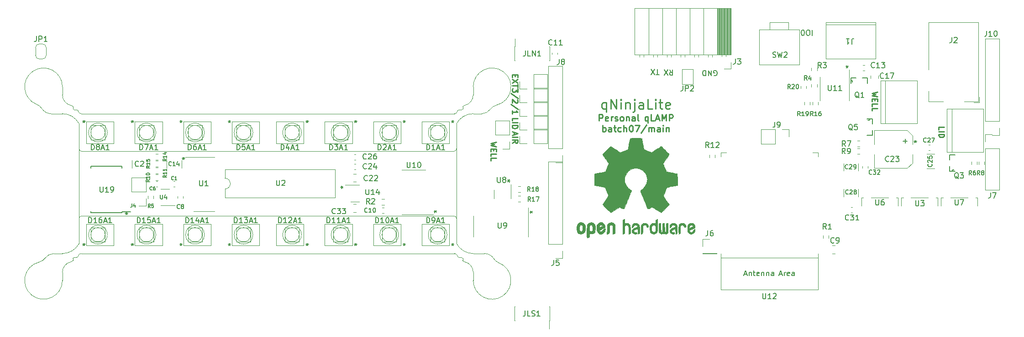
<source format=gto>
G04 #@! TF.GenerationSoftware,KiCad,Pcbnew,(7.0.0-122-g9f10c142c4)*
G04 #@! TF.CreationDate,2023-03-12T11:56:23+09:00*
G04 #@! TF.ProjectId,qLAMP-main,714c414d-502d-46d6-9169-6e2e6b696361,rev?*
G04 #@! TF.SameCoordinates,Original*
G04 #@! TF.FileFunction,Legend,Top*
G04 #@! TF.FilePolarity,Positive*
%FSLAX46Y46*%
G04 Gerber Fmt 4.6, Leading zero omitted, Abs format (unit mm)*
G04 Created by KiCad (PCBNEW (7.0.0-122-g9f10c142c4)) date 2023-03-12 11:56:23*
%MOMM*%
%LPD*%
G01*
G04 APERTURE LIST*
%ADD10C,0.100000*%
%ADD11C,0.254000*%
%ADD12C,0.150000*%
%ADD13C,0.149860*%
%ADD14C,0.120000*%
%ADD15C,0.152400*%
%ADD16C,0.010000*%
G04 APERTURE END LIST*
D10*
X147657227Y-71500000D02*
X147657227Y-52500000D01*
X70761517Y-48065907D02*
G75*
G03*
X69793791Y-47266167I-1693617J-1063993D01*
G01*
X70234047Y-76598741D02*
G75*
G03*
X71379756Y-75828755I-474047J1942741D01*
G01*
X127907202Y-71501637D02*
G75*
G03*
X127907202Y-71501637I-1750000J0D01*
G01*
X74563919Y-44004758D02*
G75*
G03*
X69793791Y-47266165I-3499999J-2D01*
G01*
X148059038Y-48305455D02*
G75*
G03*
X147886140Y-48404914I-38J-199945D01*
G01*
X76697682Y-75698282D02*
G75*
G03*
X76497682Y-75898256I18J-200018D01*
G01*
X76512058Y-48105442D02*
G75*
G03*
X76712016Y-48305442I199942J-58D01*
G01*
X77255380Y-75698260D02*
G75*
G03*
X77428279Y-75598784I20J199960D01*
G01*
X77562686Y-48683687D02*
G75*
G03*
X77428293Y-48404914I-1864386J-727013D01*
G01*
X70761497Y-48065920D02*
G75*
G03*
X72455067Y-49001961I1693603J1064120D01*
G01*
X145907216Y-52502061D02*
G75*
G03*
X145907216Y-52502061I-1750000J0D01*
G01*
X72999668Y-75001736D02*
G75*
G03*
X71379757Y-75828755I-68J-1999864D01*
G01*
X76512016Y-47717688D02*
X76512016Y-48105442D01*
X150750481Y-78498940D02*
G75*
G03*
X149182810Y-76546221I-2000081J-60D01*
G01*
X77657248Y-50864933D02*
G75*
G03*
X74563643Y-49001961I-3093648J-1637167D01*
G01*
X74563901Y-78498940D02*
X74563901Y-79998940D01*
X147657202Y-68501637D02*
X147657202Y-73138748D01*
X148816736Y-48105442D02*
X148816736Y-47712572D01*
X77428280Y-75598784D02*
G75*
G03*
X77562668Y-75320010I-1727980J1004784D01*
G01*
X72999668Y-75001737D02*
X74563629Y-75001737D01*
X147285904Y-49002060D02*
G75*
G03*
X147751749Y-48683688I96J499860D01*
G01*
X74563847Y-45504758D02*
G75*
G03*
X76131608Y-47457476I2000053J58D01*
G01*
X74563915Y-44004758D02*
X74563915Y-45504758D01*
X78028528Y-49002061D02*
X147285904Y-49002061D01*
X109907202Y-71501637D02*
G75*
G03*
X109907202Y-71501637I-1750000J0D01*
G01*
X77657216Y-55502061D02*
X77657216Y-50864950D01*
X91907216Y-52502061D02*
G75*
G03*
X91907216Y-52502061I-1750000J0D01*
G01*
X152314750Y-49001961D02*
X150750789Y-49001961D01*
X77657202Y-73138748D02*
X77657202Y-68501637D01*
X147886134Y-48404911D02*
G75*
G03*
X147751749Y-48683688I1728466J-1004989D01*
G01*
X148934323Y-76474066D02*
G75*
G03*
X149182810Y-76546221I680677J1880166D01*
G01*
X77562682Y-48683688D02*
G75*
G03*
X78028528Y-49002061I465818J181588D01*
G01*
X76131594Y-76546223D02*
G75*
G03*
X76364170Y-76479750I-432694J1954023D01*
G01*
X155080376Y-47404975D02*
G75*
G03*
X150750517Y-44004758I-829876J3400175D01*
G01*
X136907202Y-71501637D02*
G75*
G03*
X136907202Y-71501637I-1750000J0D01*
G01*
X154552853Y-75937820D02*
G75*
G03*
X155520627Y-76737531I1693547J1064020D01*
G01*
X70234037Y-76598704D02*
G75*
G03*
X74563901Y-79998940I829863J-3400196D01*
G01*
X118907216Y-52502061D02*
G75*
G03*
X118907216Y-52502061I-1750000J0D01*
G01*
X147157216Y-56002061D02*
X78157216Y-56002061D01*
X118907202Y-71501637D02*
G75*
G03*
X118907202Y-71501637I-1750000J0D01*
G01*
X76131603Y-76546260D02*
G75*
G03*
X74563901Y-78498940I432197J-1952640D01*
G01*
X147657263Y-68501637D02*
G75*
G03*
X147157202Y-68001637I-500063J-63D01*
G01*
X150750500Y-79998940D02*
G75*
G03*
X155520627Y-76737533I3500000J0D01*
G01*
X91907202Y-71501637D02*
G75*
G03*
X91907202Y-71501637I-1750000J0D01*
G01*
X150750775Y-75001737D02*
X152859351Y-75001737D01*
X147657216Y-50864950D02*
X147657216Y-55502061D01*
X147657204Y-73138747D02*
G75*
G03*
X150750775Y-75001737I3093596J1637047D01*
G01*
X100907202Y-71501637D02*
G75*
G03*
X100907202Y-71501637I-1750000J0D01*
G01*
X76712016Y-48305442D02*
X77255394Y-48305442D01*
X136907216Y-52502061D02*
G75*
G03*
X136907216Y-52502061I-1750000J0D01*
G01*
X147886126Y-75598783D02*
G75*
G03*
X148059024Y-75698256I172874J100483D01*
G01*
X109907216Y-52502061D02*
G75*
G03*
X109907216Y-52502061I-1750000J0D01*
G01*
X148059038Y-48305442D02*
X148616736Y-48305442D01*
X155080374Y-47404967D02*
G75*
G03*
X153934661Y-48174943I474026J-1942733D01*
G01*
X149182819Y-47457453D02*
G75*
G03*
X150750517Y-45504758I-432219J1952653D01*
G01*
X148950243Y-47523932D02*
G75*
G03*
X148816736Y-47712572I66557J-188668D01*
G01*
X145907202Y-71501637D02*
G75*
G03*
X145907202Y-71501637I-1750000J0D01*
G01*
X150750517Y-45504758D02*
X150750517Y-44004758D01*
X76497682Y-75898256D02*
X76497682Y-76291126D01*
X149182825Y-47457480D02*
G75*
G03*
X148950248Y-47523947I431875J-1951320D01*
G01*
X76380095Y-47529632D02*
G75*
G03*
X76131608Y-47457477I-680795J-1880568D01*
G01*
X147751722Y-75320015D02*
G75*
G03*
X147285890Y-75001637I-465822J-181585D01*
G01*
X148802344Y-75898256D02*
G75*
G03*
X148602402Y-75698256I-199944J56D01*
G01*
X76364180Y-76479779D02*
G75*
G03*
X76497682Y-76291126I-66580J188679D01*
G01*
X154552862Y-75937815D02*
G75*
G03*
X152859351Y-75001737I-1693462J-1063785D01*
G01*
X78028514Y-75001627D02*
G75*
G03*
X77562669Y-75320010I-14J-499973D01*
G01*
X147157216Y-56002016D02*
G75*
G03*
X147657216Y-55502061I84J499916D01*
G01*
X100907216Y-52502061D02*
G75*
G03*
X100907216Y-52502061I-1750000J0D01*
G01*
X152314750Y-49001975D02*
G75*
G03*
X153934660Y-48174942I-50J2000075D01*
G01*
X77657214Y-52500000D02*
X77657214Y-71500000D01*
X147751739Y-75320009D02*
G75*
G03*
X147886126Y-75598784I1864461J727009D01*
G01*
X74563643Y-49001961D02*
X72455067Y-49001961D01*
X148616736Y-48305436D02*
G75*
G03*
X148816736Y-48105442I-36J200036D01*
G01*
X78157202Y-68001637D02*
X147157202Y-68001637D01*
X148802392Y-76286010D02*
G75*
G03*
X148934323Y-76474066I200008J10D01*
G01*
X77428323Y-48404897D02*
G75*
G03*
X77255394Y-48305442I-172923J-100603D01*
G01*
X77255380Y-75698256D02*
X76697682Y-75698256D01*
X76512016Y-47717688D02*
G75*
G03*
X76380095Y-47529632I-200016J-12D01*
G01*
X82907216Y-52502061D02*
G75*
G03*
X82907216Y-52502061I-1750000J0D01*
G01*
X77657239Y-55502061D02*
G75*
G03*
X78157216Y-56002061I499961J-39D01*
G01*
X148802402Y-76286010D02*
X148802402Y-75898256D01*
X150750789Y-49001973D02*
G75*
G03*
X147657217Y-50864950I11J-3500027D01*
G01*
X147285890Y-75001637D02*
X78028514Y-75001637D01*
X148602402Y-75698256D02*
X148059024Y-75698256D01*
X82907202Y-71501637D02*
G75*
G03*
X82907202Y-71501637I-1750000J0D01*
G01*
X150750503Y-79998940D02*
X150750503Y-78498940D01*
X74563629Y-75001742D02*
G75*
G03*
X77657201Y-73138748I-29J3500042D01*
G01*
X78157202Y-68001702D02*
G75*
G03*
X77657202Y-68501637I-102J-499898D01*
G01*
X127907216Y-52502061D02*
G75*
G03*
X127907216Y-52502061I-1750000J0D01*
G01*
D11*
X174767144Y-52340857D02*
X174767144Y-51140857D01*
X174767144Y-51598000D02*
X174881430Y-51540857D01*
X174881430Y-51540857D02*
X175110001Y-51540857D01*
X175110001Y-51540857D02*
X175224287Y-51598000D01*
X175224287Y-51598000D02*
X175281430Y-51655142D01*
X175281430Y-51655142D02*
X175338572Y-51769428D01*
X175338572Y-51769428D02*
X175338572Y-52112285D01*
X175338572Y-52112285D02*
X175281430Y-52226571D01*
X175281430Y-52226571D02*
X175224287Y-52283714D01*
X175224287Y-52283714D02*
X175110001Y-52340857D01*
X175110001Y-52340857D02*
X174881430Y-52340857D01*
X174881430Y-52340857D02*
X174767144Y-52283714D01*
X176367144Y-52340857D02*
X176367144Y-51712285D01*
X176367144Y-51712285D02*
X176310001Y-51598000D01*
X176310001Y-51598000D02*
X176195715Y-51540857D01*
X176195715Y-51540857D02*
X175967144Y-51540857D01*
X175967144Y-51540857D02*
X175852858Y-51598000D01*
X176367144Y-52283714D02*
X176252858Y-52340857D01*
X176252858Y-52340857D02*
X175967144Y-52340857D01*
X175967144Y-52340857D02*
X175852858Y-52283714D01*
X175852858Y-52283714D02*
X175795715Y-52169428D01*
X175795715Y-52169428D02*
X175795715Y-52055142D01*
X175795715Y-52055142D02*
X175852858Y-51940857D01*
X175852858Y-51940857D02*
X175967144Y-51883714D01*
X175967144Y-51883714D02*
X176252858Y-51883714D01*
X176252858Y-51883714D02*
X176367144Y-51826571D01*
X176767143Y-51540857D02*
X177224286Y-51540857D01*
X176938572Y-51140857D02*
X176938572Y-52169428D01*
X176938572Y-52169428D02*
X176995715Y-52283714D01*
X176995715Y-52283714D02*
X177110000Y-52340857D01*
X177110000Y-52340857D02*
X177224286Y-52340857D01*
X178138572Y-52283714D02*
X178024286Y-52340857D01*
X178024286Y-52340857D02*
X177795714Y-52340857D01*
X177795714Y-52340857D02*
X177681429Y-52283714D01*
X177681429Y-52283714D02*
X177624286Y-52226571D01*
X177624286Y-52226571D02*
X177567143Y-52112285D01*
X177567143Y-52112285D02*
X177567143Y-51769428D01*
X177567143Y-51769428D02*
X177624286Y-51655142D01*
X177624286Y-51655142D02*
X177681429Y-51598000D01*
X177681429Y-51598000D02*
X177795714Y-51540857D01*
X177795714Y-51540857D02*
X178024286Y-51540857D01*
X178024286Y-51540857D02*
X178138572Y-51598000D01*
X178652857Y-52340857D02*
X178652857Y-51140857D01*
X179167143Y-52340857D02*
X179167143Y-51712285D01*
X179167143Y-51712285D02*
X179110000Y-51598000D01*
X179110000Y-51598000D02*
X178995714Y-51540857D01*
X178995714Y-51540857D02*
X178824285Y-51540857D01*
X178824285Y-51540857D02*
X178710000Y-51598000D01*
X178710000Y-51598000D02*
X178652857Y-51655142D01*
X179967142Y-51140857D02*
X180081428Y-51140857D01*
X180081428Y-51140857D02*
X180195714Y-51198000D01*
X180195714Y-51198000D02*
X180252857Y-51255142D01*
X180252857Y-51255142D02*
X180309999Y-51369428D01*
X180309999Y-51369428D02*
X180367142Y-51598000D01*
X180367142Y-51598000D02*
X180367142Y-51883714D01*
X180367142Y-51883714D02*
X180309999Y-52112285D01*
X180309999Y-52112285D02*
X180252857Y-52226571D01*
X180252857Y-52226571D02*
X180195714Y-52283714D01*
X180195714Y-52283714D02*
X180081428Y-52340857D01*
X180081428Y-52340857D02*
X179967142Y-52340857D01*
X179967142Y-52340857D02*
X179852857Y-52283714D01*
X179852857Y-52283714D02*
X179795714Y-52226571D01*
X179795714Y-52226571D02*
X179738571Y-52112285D01*
X179738571Y-52112285D02*
X179681428Y-51883714D01*
X179681428Y-51883714D02*
X179681428Y-51598000D01*
X179681428Y-51598000D02*
X179738571Y-51369428D01*
X179738571Y-51369428D02*
X179795714Y-51255142D01*
X179795714Y-51255142D02*
X179852857Y-51198000D01*
X179852857Y-51198000D02*
X179967142Y-51140857D01*
X180767142Y-51140857D02*
X181567142Y-51140857D01*
X181567142Y-51140857D02*
X181052856Y-52340857D01*
X182881428Y-51083714D02*
X181852856Y-52626571D01*
X183281428Y-52340857D02*
X183281428Y-51540857D01*
X183281428Y-51655142D02*
X183338571Y-51598000D01*
X183338571Y-51598000D02*
X183452856Y-51540857D01*
X183452856Y-51540857D02*
X183624285Y-51540857D01*
X183624285Y-51540857D02*
X183738571Y-51598000D01*
X183738571Y-51598000D02*
X183795714Y-51712285D01*
X183795714Y-51712285D02*
X183795714Y-52340857D01*
X183795714Y-51712285D02*
X183852856Y-51598000D01*
X183852856Y-51598000D02*
X183967142Y-51540857D01*
X183967142Y-51540857D02*
X184138571Y-51540857D01*
X184138571Y-51540857D02*
X184252856Y-51598000D01*
X184252856Y-51598000D02*
X184309999Y-51712285D01*
X184309999Y-51712285D02*
X184309999Y-52340857D01*
X185395714Y-52340857D02*
X185395714Y-51712285D01*
X185395714Y-51712285D02*
X185338571Y-51598000D01*
X185338571Y-51598000D02*
X185224285Y-51540857D01*
X185224285Y-51540857D02*
X184995714Y-51540857D01*
X184995714Y-51540857D02*
X184881428Y-51598000D01*
X185395714Y-52283714D02*
X185281428Y-52340857D01*
X185281428Y-52340857D02*
X184995714Y-52340857D01*
X184995714Y-52340857D02*
X184881428Y-52283714D01*
X184881428Y-52283714D02*
X184824285Y-52169428D01*
X184824285Y-52169428D02*
X184824285Y-52055142D01*
X184824285Y-52055142D02*
X184881428Y-51940857D01*
X184881428Y-51940857D02*
X184995714Y-51883714D01*
X184995714Y-51883714D02*
X185281428Y-51883714D01*
X185281428Y-51883714D02*
X185395714Y-51826571D01*
X185967142Y-52340857D02*
X185967142Y-51540857D01*
X185967142Y-51140857D02*
X185909999Y-51198000D01*
X185909999Y-51198000D02*
X185967142Y-51255142D01*
X185967142Y-51255142D02*
X186024285Y-51198000D01*
X186024285Y-51198000D02*
X185967142Y-51140857D01*
X185967142Y-51140857D02*
X185967142Y-51255142D01*
X186538571Y-51540857D02*
X186538571Y-52340857D01*
X186538571Y-51655142D02*
X186595714Y-51598000D01*
X186595714Y-51598000D02*
X186709999Y-51540857D01*
X186709999Y-51540857D02*
X186881428Y-51540857D01*
X186881428Y-51540857D02*
X186995714Y-51598000D01*
X186995714Y-51598000D02*
X187052857Y-51712285D01*
X187052857Y-51712285D02*
X187052857Y-52340857D01*
X237076740Y-51984571D02*
X237076740Y-51500761D01*
X237076740Y-51500761D02*
X238092740Y-51500761D01*
X237076740Y-52323237D02*
X238092740Y-52323237D01*
X237076740Y-52807047D02*
X238092740Y-52807047D01*
X238092740Y-52807047D02*
X238092740Y-53048952D01*
X238092740Y-53048952D02*
X238044360Y-53194095D01*
X238044360Y-53194095D02*
X237947598Y-53290857D01*
X237947598Y-53290857D02*
X237850836Y-53339238D01*
X237850836Y-53339238D02*
X237657312Y-53387619D01*
X237657312Y-53387619D02*
X237512169Y-53387619D01*
X237512169Y-53387619D02*
X237318645Y-53339238D01*
X237318645Y-53339238D02*
X237221883Y-53290857D01*
X237221883Y-53290857D02*
X237125121Y-53194095D01*
X237125121Y-53194095D02*
X237076740Y-53048952D01*
X237076740Y-53048952D02*
X237076740Y-52807047D01*
X225682740Y-44982476D02*
X224666740Y-45224381D01*
X224666740Y-45224381D02*
X225392455Y-45417905D01*
X225392455Y-45417905D02*
X224666740Y-45611429D01*
X224666740Y-45611429D02*
X225682740Y-45853334D01*
X225198931Y-46240381D02*
X225198931Y-46579048D01*
X224666740Y-46724191D02*
X224666740Y-46240381D01*
X224666740Y-46240381D02*
X225682740Y-46240381D01*
X225682740Y-46240381D02*
X225682740Y-46724191D01*
X224666740Y-47643429D02*
X224666740Y-47159619D01*
X224666740Y-47159619D02*
X225682740Y-47159619D01*
X224666740Y-48465905D02*
X224666740Y-47982095D01*
X224666740Y-47982095D02*
X225682740Y-47982095D01*
X158528931Y-41765619D02*
X158528931Y-42104286D01*
X157996740Y-42249429D02*
X157996740Y-41765619D01*
X157996740Y-41765619D02*
X159012740Y-41765619D01*
X159012740Y-41765619D02*
X159012740Y-42249429D01*
X159012740Y-42588095D02*
X157996740Y-43265429D01*
X159012740Y-43265429D02*
X157996740Y-42588095D01*
X159012740Y-43507333D02*
X159012740Y-44087905D01*
X157996740Y-43797619D02*
X159012740Y-43797619D01*
X159012740Y-44329809D02*
X159012740Y-44958762D01*
X159012740Y-44958762D02*
X158625693Y-44620095D01*
X158625693Y-44620095D02*
X158625693Y-44765238D01*
X158625693Y-44765238D02*
X158577312Y-44862000D01*
X158577312Y-44862000D02*
X158528931Y-44910381D01*
X158528931Y-44910381D02*
X158432169Y-44958762D01*
X158432169Y-44958762D02*
X158190264Y-44958762D01*
X158190264Y-44958762D02*
X158093502Y-44910381D01*
X158093502Y-44910381D02*
X158045121Y-44862000D01*
X158045121Y-44862000D02*
X157996740Y-44765238D01*
X157996740Y-44765238D02*
X157996740Y-44474952D01*
X157996740Y-44474952D02*
X158045121Y-44378190D01*
X158045121Y-44378190D02*
X158093502Y-44329809D01*
X159061121Y-46119905D02*
X157754836Y-45249047D01*
X158915979Y-46410190D02*
X158964360Y-46458571D01*
X158964360Y-46458571D02*
X159012740Y-46555333D01*
X159012740Y-46555333D02*
X159012740Y-46797238D01*
X159012740Y-46797238D02*
X158964360Y-46894000D01*
X158964360Y-46894000D02*
X158915979Y-46942381D01*
X158915979Y-46942381D02*
X158819217Y-46990762D01*
X158819217Y-46990762D02*
X158722455Y-46990762D01*
X158722455Y-46990762D02*
X158577312Y-46942381D01*
X158577312Y-46942381D02*
X157996740Y-46361809D01*
X157996740Y-46361809D02*
X157996740Y-46990762D01*
X159061121Y-48151905D02*
X157754836Y-47281047D01*
X157996740Y-49022762D02*
X157996740Y-48442190D01*
X157996740Y-48732476D02*
X159012740Y-48732476D01*
X159012740Y-48732476D02*
X158867598Y-48635714D01*
X158867598Y-48635714D02*
X158770836Y-48538952D01*
X158770836Y-48538952D02*
X158722455Y-48442190D01*
X158307026Y-52428190D02*
X158307026Y-52912000D01*
X158016740Y-52331428D02*
X159032740Y-52670095D01*
X159032740Y-52670095D02*
X158016740Y-53008762D01*
X158016740Y-53347428D02*
X159032740Y-53347428D01*
X158016740Y-54411810D02*
X158500550Y-54073143D01*
X158016740Y-53831238D02*
X159032740Y-53831238D01*
X159032740Y-53831238D02*
X159032740Y-54218286D01*
X159032740Y-54218286D02*
X158984360Y-54315048D01*
X158984360Y-54315048D02*
X158935979Y-54363429D01*
X158935979Y-54363429D02*
X158839217Y-54411810D01*
X158839217Y-54411810D02*
X158694074Y-54411810D01*
X158694074Y-54411810D02*
X158597312Y-54363429D01*
X158597312Y-54363429D02*
X158548931Y-54315048D01*
X158548931Y-54315048D02*
X158500550Y-54218286D01*
X158500550Y-54218286D02*
X158500550Y-53831238D01*
X154982740Y-54282476D02*
X153966740Y-54524381D01*
X153966740Y-54524381D02*
X154692455Y-54717905D01*
X154692455Y-54717905D02*
X153966740Y-54911429D01*
X153966740Y-54911429D02*
X154982740Y-55153334D01*
X154498931Y-55540381D02*
X154498931Y-55879048D01*
X153966740Y-56024191D02*
X153966740Y-55540381D01*
X153966740Y-55540381D02*
X154982740Y-55540381D01*
X154982740Y-55540381D02*
X154982740Y-56024191D01*
X153966740Y-56943429D02*
X153966740Y-56459619D01*
X153966740Y-56459619D02*
X154982740Y-56459619D01*
X153966740Y-57765905D02*
X153966740Y-57282095D01*
X153966740Y-57282095D02*
X154982740Y-57282095D01*
X157956740Y-50324571D02*
X157956740Y-49840761D01*
X157956740Y-49840761D02*
X158972740Y-49840761D01*
X157956740Y-50663237D02*
X158972740Y-50663237D01*
X157956740Y-51147047D02*
X158972740Y-51147047D01*
X158972740Y-51147047D02*
X158972740Y-51388952D01*
X158972740Y-51388952D02*
X158924360Y-51534095D01*
X158924360Y-51534095D02*
X158827598Y-51630857D01*
X158827598Y-51630857D02*
X158730836Y-51679238D01*
X158730836Y-51679238D02*
X158537312Y-51727619D01*
X158537312Y-51727619D02*
X158392169Y-51727619D01*
X158392169Y-51727619D02*
X158198645Y-51679238D01*
X158198645Y-51679238D02*
X158101883Y-51630857D01*
X158101883Y-51630857D02*
X158005121Y-51534095D01*
X158005121Y-51534095D02*
X157956740Y-51388952D01*
X157956740Y-51388952D02*
X157956740Y-51147047D01*
D12*
X128950000Y-73077380D02*
X128950000Y-73315476D01*
X128711905Y-73220238D02*
X128950000Y-73315476D01*
X128950000Y-73315476D02*
X129188095Y-73220238D01*
X128807143Y-73505952D02*
X128950000Y-73315476D01*
X128950000Y-73315476D02*
X129092857Y-73505952D01*
X220089710Y-40037380D02*
X220089710Y-40275476D01*
X219851615Y-40180238D02*
X220089710Y-40275476D01*
X220089710Y-40275476D02*
X220327805Y-40180238D01*
X219946853Y-40465952D02*
X220089710Y-40275476D01*
X220089710Y-40275476D02*
X220232567Y-40465952D01*
X143477380Y-67189999D02*
X143715476Y-67189999D01*
X143620238Y-67428094D02*
X143715476Y-67189999D01*
X143715476Y-67189999D02*
X143620238Y-66951904D01*
X143905952Y-67332856D02*
X143715476Y-67189999D01*
X143715476Y-67189999D02*
X143905952Y-67047142D01*
X78550000Y-50207380D02*
X78550000Y-50445476D01*
X78311905Y-50350238D02*
X78550000Y-50445476D01*
X78550000Y-50445476D02*
X78788095Y-50350238D01*
X78407143Y-50635952D02*
X78550000Y-50445476D01*
X78550000Y-50445476D02*
X78692857Y-50635952D01*
X119950000Y-50207380D02*
X119950000Y-50445476D01*
X119711905Y-50350238D02*
X119950000Y-50445476D01*
X119950000Y-50445476D02*
X120188095Y-50350238D01*
X119807143Y-50635952D02*
X119950000Y-50445476D01*
X119950000Y-50445476D02*
X120092857Y-50635952D01*
X105550000Y-50207380D02*
X105550000Y-50445476D01*
X105311905Y-50350238D02*
X105550000Y-50445476D01*
X105550000Y-50445476D02*
X105788095Y-50350238D01*
X105407143Y-50635952D02*
X105550000Y-50445476D01*
X105550000Y-50445476D02*
X105692857Y-50635952D01*
D11*
X174092858Y-50340855D02*
X174092858Y-49140855D01*
X174092858Y-49140855D02*
X174550001Y-49140855D01*
X174550001Y-49140855D02*
X174664286Y-49197998D01*
X174664286Y-49197998D02*
X174721429Y-49255140D01*
X174721429Y-49255140D02*
X174778572Y-49369426D01*
X174778572Y-49369426D02*
X174778572Y-49540855D01*
X174778572Y-49540855D02*
X174721429Y-49655140D01*
X174721429Y-49655140D02*
X174664286Y-49712283D01*
X174664286Y-49712283D02*
X174550001Y-49769426D01*
X174550001Y-49769426D02*
X174092858Y-49769426D01*
X175750001Y-50283712D02*
X175635715Y-50340855D01*
X175635715Y-50340855D02*
X175407144Y-50340855D01*
X175407144Y-50340855D02*
X175292858Y-50283712D01*
X175292858Y-50283712D02*
X175235715Y-50169426D01*
X175235715Y-50169426D02*
X175235715Y-49712283D01*
X175235715Y-49712283D02*
X175292858Y-49597998D01*
X175292858Y-49597998D02*
X175407144Y-49540855D01*
X175407144Y-49540855D02*
X175635715Y-49540855D01*
X175635715Y-49540855D02*
X175750001Y-49597998D01*
X175750001Y-49597998D02*
X175807144Y-49712283D01*
X175807144Y-49712283D02*
X175807144Y-49826569D01*
X175807144Y-49826569D02*
X175235715Y-49940855D01*
X176321429Y-50340855D02*
X176321429Y-49540855D01*
X176321429Y-49769426D02*
X176378572Y-49655140D01*
X176378572Y-49655140D02*
X176435715Y-49597998D01*
X176435715Y-49597998D02*
X176550000Y-49540855D01*
X176550000Y-49540855D02*
X176664286Y-49540855D01*
X177007143Y-50283712D02*
X177121429Y-50340855D01*
X177121429Y-50340855D02*
X177350000Y-50340855D01*
X177350000Y-50340855D02*
X177464286Y-50283712D01*
X177464286Y-50283712D02*
X177521429Y-50169426D01*
X177521429Y-50169426D02*
X177521429Y-50112283D01*
X177521429Y-50112283D02*
X177464286Y-49997998D01*
X177464286Y-49997998D02*
X177350000Y-49940855D01*
X177350000Y-49940855D02*
X177178572Y-49940855D01*
X177178572Y-49940855D02*
X177064286Y-49883712D01*
X177064286Y-49883712D02*
X177007143Y-49769426D01*
X177007143Y-49769426D02*
X177007143Y-49712283D01*
X177007143Y-49712283D02*
X177064286Y-49597998D01*
X177064286Y-49597998D02*
X177178572Y-49540855D01*
X177178572Y-49540855D02*
X177350000Y-49540855D01*
X177350000Y-49540855D02*
X177464286Y-49597998D01*
X178207143Y-50340855D02*
X178092858Y-50283712D01*
X178092858Y-50283712D02*
X178035715Y-50226569D01*
X178035715Y-50226569D02*
X177978572Y-50112283D01*
X177978572Y-50112283D02*
X177978572Y-49769426D01*
X177978572Y-49769426D02*
X178035715Y-49655140D01*
X178035715Y-49655140D02*
X178092858Y-49597998D01*
X178092858Y-49597998D02*
X178207143Y-49540855D01*
X178207143Y-49540855D02*
X178378572Y-49540855D01*
X178378572Y-49540855D02*
X178492858Y-49597998D01*
X178492858Y-49597998D02*
X178550001Y-49655140D01*
X178550001Y-49655140D02*
X178607143Y-49769426D01*
X178607143Y-49769426D02*
X178607143Y-50112283D01*
X178607143Y-50112283D02*
X178550001Y-50226569D01*
X178550001Y-50226569D02*
X178492858Y-50283712D01*
X178492858Y-50283712D02*
X178378572Y-50340855D01*
X178378572Y-50340855D02*
X178207143Y-50340855D01*
X179121429Y-49540855D02*
X179121429Y-50340855D01*
X179121429Y-49655140D02*
X179178572Y-49597998D01*
X179178572Y-49597998D02*
X179292857Y-49540855D01*
X179292857Y-49540855D02*
X179464286Y-49540855D01*
X179464286Y-49540855D02*
X179578572Y-49597998D01*
X179578572Y-49597998D02*
X179635715Y-49712283D01*
X179635715Y-49712283D02*
X179635715Y-50340855D01*
X180721429Y-50340855D02*
X180721429Y-49712283D01*
X180721429Y-49712283D02*
X180664286Y-49597998D01*
X180664286Y-49597998D02*
X180550000Y-49540855D01*
X180550000Y-49540855D02*
X180321429Y-49540855D01*
X180321429Y-49540855D02*
X180207143Y-49597998D01*
X180721429Y-50283712D02*
X180607143Y-50340855D01*
X180607143Y-50340855D02*
X180321429Y-50340855D01*
X180321429Y-50340855D02*
X180207143Y-50283712D01*
X180207143Y-50283712D02*
X180150000Y-50169426D01*
X180150000Y-50169426D02*
X180150000Y-50055140D01*
X180150000Y-50055140D02*
X180207143Y-49940855D01*
X180207143Y-49940855D02*
X180321429Y-49883712D01*
X180321429Y-49883712D02*
X180607143Y-49883712D01*
X180607143Y-49883712D02*
X180721429Y-49826569D01*
X181464285Y-50340855D02*
X181350000Y-50283712D01*
X181350000Y-50283712D02*
X181292857Y-50169426D01*
X181292857Y-50169426D02*
X181292857Y-49140855D01*
X183155714Y-49540855D02*
X183155714Y-50740855D01*
X183155714Y-50283712D02*
X183041428Y-50340855D01*
X183041428Y-50340855D02*
X182812856Y-50340855D01*
X182812856Y-50340855D02*
X182698571Y-50283712D01*
X182698571Y-50283712D02*
X182641428Y-50226569D01*
X182641428Y-50226569D02*
X182584285Y-50112283D01*
X182584285Y-50112283D02*
X182584285Y-49769426D01*
X182584285Y-49769426D02*
X182641428Y-49655140D01*
X182641428Y-49655140D02*
X182698571Y-49597998D01*
X182698571Y-49597998D02*
X182812856Y-49540855D01*
X182812856Y-49540855D02*
X183041428Y-49540855D01*
X183041428Y-49540855D02*
X183155714Y-49597998D01*
X184298570Y-50340855D02*
X183727142Y-50340855D01*
X183727142Y-50340855D02*
X183727142Y-49140855D01*
X184641428Y-49997998D02*
X185212857Y-49997998D01*
X184527142Y-50340855D02*
X184927142Y-49140855D01*
X184927142Y-49140855D02*
X185327142Y-50340855D01*
X185727142Y-50340855D02*
X185727142Y-49140855D01*
X185727142Y-49140855D02*
X186127142Y-49997998D01*
X186127142Y-49997998D02*
X186527142Y-49140855D01*
X186527142Y-49140855D02*
X186527142Y-50340855D01*
X187098571Y-50340855D02*
X187098571Y-49140855D01*
X187098571Y-49140855D02*
X187555714Y-49140855D01*
X187555714Y-49140855D02*
X187669999Y-49197998D01*
X187669999Y-49197998D02*
X187727142Y-49255140D01*
X187727142Y-49255140D02*
X187784285Y-49369426D01*
X187784285Y-49369426D02*
X187784285Y-49540855D01*
X187784285Y-49540855D02*
X187727142Y-49655140D01*
X187727142Y-49655140D02*
X187669999Y-49712283D01*
X187669999Y-49712283D02*
X187555714Y-49769426D01*
X187555714Y-49769426D02*
X187098571Y-49769426D01*
D12*
X185231904Y-41762619D02*
X184660476Y-41762619D01*
X184946190Y-40762619D02*
X184946190Y-41762619D01*
X184422380Y-41762619D02*
X183755714Y-40762619D01*
X183755714Y-41762619D02*
X184422380Y-40762619D01*
D11*
X175424287Y-46901267D02*
X175424287Y-48701267D01*
X175424287Y-48015553D02*
X175252858Y-48101267D01*
X175252858Y-48101267D02*
X174910001Y-48101267D01*
X174910001Y-48101267D02*
X174738572Y-48015553D01*
X174738572Y-48015553D02*
X174652858Y-47929839D01*
X174652858Y-47929839D02*
X174567144Y-47758410D01*
X174567144Y-47758410D02*
X174567144Y-47244124D01*
X174567144Y-47244124D02*
X174652858Y-47072696D01*
X174652858Y-47072696D02*
X174738572Y-46986982D01*
X174738572Y-46986982D02*
X174910001Y-46901267D01*
X174910001Y-46901267D02*
X175252858Y-46901267D01*
X175252858Y-46901267D02*
X175424287Y-46986982D01*
X176281429Y-48101267D02*
X176281429Y-46301267D01*
X176281429Y-46301267D02*
X177310000Y-48101267D01*
X177310000Y-48101267D02*
X177310000Y-46301267D01*
X178167143Y-48101267D02*
X178167143Y-46901267D01*
X178167143Y-46301267D02*
X178081429Y-46386982D01*
X178081429Y-46386982D02*
X178167143Y-46472696D01*
X178167143Y-46472696D02*
X178252857Y-46386982D01*
X178252857Y-46386982D02*
X178167143Y-46301267D01*
X178167143Y-46301267D02*
X178167143Y-46472696D01*
X179024286Y-46901267D02*
X179024286Y-48101267D01*
X179024286Y-47072696D02*
X179110000Y-46986982D01*
X179110000Y-46986982D02*
X179281429Y-46901267D01*
X179281429Y-46901267D02*
X179538572Y-46901267D01*
X179538572Y-46901267D02*
X179710000Y-46986982D01*
X179710000Y-46986982D02*
X179795715Y-47158410D01*
X179795715Y-47158410D02*
X179795715Y-48101267D01*
X180652857Y-46901267D02*
X180652857Y-48444124D01*
X180652857Y-48444124D02*
X180567143Y-48615553D01*
X180567143Y-48615553D02*
X180395714Y-48701267D01*
X180395714Y-48701267D02*
X180310000Y-48701267D01*
X180652857Y-46301267D02*
X180567143Y-46386982D01*
X180567143Y-46386982D02*
X180652857Y-46472696D01*
X180652857Y-46472696D02*
X180738571Y-46386982D01*
X180738571Y-46386982D02*
X180652857Y-46301267D01*
X180652857Y-46301267D02*
X180652857Y-46472696D01*
X182281429Y-48101267D02*
X182281429Y-47158410D01*
X182281429Y-47158410D02*
X182195714Y-46986982D01*
X182195714Y-46986982D02*
X182024286Y-46901267D01*
X182024286Y-46901267D02*
X181681429Y-46901267D01*
X181681429Y-46901267D02*
X181510000Y-46986982D01*
X182281429Y-48015553D02*
X182110000Y-48101267D01*
X182110000Y-48101267D02*
X181681429Y-48101267D01*
X181681429Y-48101267D02*
X181510000Y-48015553D01*
X181510000Y-48015553D02*
X181424286Y-47844124D01*
X181424286Y-47844124D02*
X181424286Y-47672696D01*
X181424286Y-47672696D02*
X181510000Y-47501267D01*
X181510000Y-47501267D02*
X181681429Y-47415553D01*
X181681429Y-47415553D02*
X182110000Y-47415553D01*
X182110000Y-47415553D02*
X182281429Y-47329839D01*
X183995714Y-48101267D02*
X183138571Y-48101267D01*
X183138571Y-48101267D02*
X183138571Y-46301267D01*
X184595714Y-48101267D02*
X184595714Y-46901267D01*
X184595714Y-46301267D02*
X184510000Y-46386982D01*
X184510000Y-46386982D02*
X184595714Y-46472696D01*
X184595714Y-46472696D02*
X184681428Y-46386982D01*
X184681428Y-46386982D02*
X184595714Y-46301267D01*
X184595714Y-46301267D02*
X184595714Y-46472696D01*
X185195714Y-46901267D02*
X185881428Y-46901267D01*
X185452857Y-46301267D02*
X185452857Y-47844124D01*
X185452857Y-47844124D02*
X185538571Y-48015553D01*
X185538571Y-48015553D02*
X185710000Y-48101267D01*
X185710000Y-48101267D02*
X185881428Y-48101267D01*
X187167142Y-48015553D02*
X186995714Y-48101267D01*
X186995714Y-48101267D02*
X186652857Y-48101267D01*
X186652857Y-48101267D02*
X186481428Y-48015553D01*
X186481428Y-48015553D02*
X186395714Y-47844124D01*
X186395714Y-47844124D02*
X186395714Y-47158410D01*
X186395714Y-47158410D02*
X186481428Y-46986982D01*
X186481428Y-46986982D02*
X186652857Y-46901267D01*
X186652857Y-46901267D02*
X186995714Y-46901267D01*
X186995714Y-46901267D02*
X187167142Y-46986982D01*
X187167142Y-46986982D02*
X187252857Y-47158410D01*
X187252857Y-47158410D02*
X187252857Y-47329839D01*
X187252857Y-47329839D02*
X186395714Y-47501267D01*
D12*
X87550000Y-73077380D02*
X87550000Y-73315476D01*
X87311905Y-73220238D02*
X87550000Y-73315476D01*
X87550000Y-73315476D02*
X87788095Y-73220238D01*
X87407143Y-73505952D02*
X87550000Y-73315476D01*
X87550000Y-73315476D02*
X87692857Y-73505952D01*
X96550000Y-73077380D02*
X96550000Y-73315476D01*
X96311905Y-73220238D02*
X96550000Y-73315476D01*
X96550000Y-73315476D02*
X96788095Y-73220238D01*
X96407143Y-73505952D02*
X96550000Y-73315476D01*
X96550000Y-73315476D02*
X96692857Y-73505952D01*
X157587612Y-61480900D02*
X157349516Y-61480900D01*
X157444754Y-61242805D02*
X157349516Y-61480900D01*
X157349516Y-61480900D02*
X157444754Y-61718995D01*
X157159040Y-61338043D02*
X157349516Y-61480900D01*
X157349516Y-61480900D02*
X157159040Y-61623757D01*
X137950000Y-73077380D02*
X137950000Y-73315476D01*
X137711905Y-73220238D02*
X137950000Y-73315476D01*
X137950000Y-73315476D02*
X138188095Y-73220238D01*
X137807143Y-73505952D02*
X137950000Y-73315476D01*
X137950000Y-73315476D02*
X138092857Y-73505952D01*
X87550000Y-50207380D02*
X87550000Y-50445476D01*
X87311905Y-50350238D02*
X87550000Y-50445476D01*
X87550000Y-50445476D02*
X87788095Y-50350238D01*
X87407143Y-50635952D02*
X87550000Y-50445476D01*
X87550000Y-50445476D02*
X87692857Y-50635952D01*
X146950000Y-73077380D02*
X146950000Y-73315476D01*
X146711905Y-73220238D02*
X146950000Y-73315476D01*
X146950000Y-73315476D02*
X147188095Y-73220238D01*
X146807143Y-73505952D02*
X146950000Y-73315476D01*
X146950000Y-73315476D02*
X147092857Y-73505952D01*
X78550000Y-73077380D02*
X78550000Y-73315476D01*
X78311905Y-73220238D02*
X78550000Y-73315476D01*
X78550000Y-73315476D02*
X78788095Y-73220238D01*
X78407143Y-73505952D02*
X78550000Y-73315476D01*
X78550000Y-73315476D02*
X78692857Y-73505952D01*
X126137380Y-62689999D02*
X126375476Y-62689999D01*
X126280238Y-62928094D02*
X126375476Y-62689999D01*
X126375476Y-62689999D02*
X126280238Y-62451904D01*
X126565952Y-62832856D02*
X126375476Y-62689999D01*
X126375476Y-62689999D02*
X126565952Y-62547142D01*
X187156666Y-40832619D02*
X187489999Y-41308809D01*
X187728094Y-40832619D02*
X187728094Y-41832619D01*
X187728094Y-41832619D02*
X187347142Y-41832619D01*
X187347142Y-41832619D02*
X187251904Y-41785000D01*
X187251904Y-41785000D02*
X187204285Y-41737380D01*
X187204285Y-41737380D02*
X187156666Y-41642142D01*
X187156666Y-41642142D02*
X187156666Y-41499285D01*
X187156666Y-41499285D02*
X187204285Y-41404047D01*
X187204285Y-41404047D02*
X187251904Y-41356428D01*
X187251904Y-41356428D02*
X187347142Y-41308809D01*
X187347142Y-41308809D02*
X187728094Y-41308809D01*
X186823332Y-41832619D02*
X186156666Y-40832619D01*
X186156666Y-41832619D02*
X186823332Y-40832619D01*
X161247380Y-67289999D02*
X161485476Y-67289999D01*
X161390238Y-67528094D02*
X161485476Y-67289999D01*
X161485476Y-67289999D02*
X161390238Y-67051904D01*
X161675952Y-67432856D02*
X161485476Y-67289999D01*
X161485476Y-67289999D02*
X161675952Y-67147142D01*
X86470000Y-67327380D02*
X86470000Y-67565476D01*
X86231905Y-67470238D02*
X86470000Y-67565476D01*
X86470000Y-67565476D02*
X86708095Y-67470238D01*
X86327143Y-67755952D02*
X86470000Y-67565476D01*
X86470000Y-67565476D02*
X86612857Y-67755952D01*
X105550000Y-73077380D02*
X105550000Y-73315476D01*
X105311905Y-73220238D02*
X105550000Y-73315476D01*
X105550000Y-73315476D02*
X105788095Y-73220238D01*
X105407143Y-73505952D02*
X105550000Y-73315476D01*
X105550000Y-73315476D02*
X105692857Y-73505952D01*
X146950000Y-50207380D02*
X146950000Y-50445476D01*
X146711905Y-50350238D02*
X146950000Y-50445476D01*
X146950000Y-50445476D02*
X147188095Y-50350238D01*
X146807143Y-50635952D02*
X146950000Y-50445476D01*
X146950000Y-50445476D02*
X147092857Y-50635952D01*
X137950000Y-50207380D02*
X137950000Y-50445476D01*
X137711905Y-50350238D02*
X137950000Y-50445476D01*
X137950000Y-50445476D02*
X138188095Y-50350238D01*
X137807143Y-50635952D02*
X137950000Y-50445476D01*
X137950000Y-50445476D02*
X138092857Y-50635952D01*
X119950000Y-73077380D02*
X119950000Y-73315476D01*
X119711905Y-73220238D02*
X119950000Y-73315476D01*
X119950000Y-73315476D02*
X120188095Y-73220238D01*
X119807143Y-73505952D02*
X119950000Y-73315476D01*
X119950000Y-73315476D02*
X120092857Y-73505952D01*
X97010000Y-57067380D02*
X97010000Y-57305476D01*
X96771905Y-57210238D02*
X97010000Y-57305476D01*
X97010000Y-57305476D02*
X97248095Y-57210238D01*
X96867143Y-57495952D02*
X97010000Y-57305476D01*
X97010000Y-57305476D02*
X97152857Y-57495952D01*
X96550000Y-50207380D02*
X96550000Y-50445476D01*
X96311905Y-50350238D02*
X96550000Y-50445476D01*
X96550000Y-50445476D02*
X96788095Y-50350238D01*
X96407143Y-50635952D02*
X96550000Y-50445476D01*
X96550000Y-50445476D02*
X96692857Y-50635952D01*
X195401904Y-41905000D02*
X195497142Y-41952619D01*
X195497142Y-41952619D02*
X195639999Y-41952619D01*
X195639999Y-41952619D02*
X195782856Y-41905000D01*
X195782856Y-41905000D02*
X195878094Y-41809761D01*
X195878094Y-41809761D02*
X195925713Y-41714523D01*
X195925713Y-41714523D02*
X195973332Y-41524047D01*
X195973332Y-41524047D02*
X195973332Y-41381190D01*
X195973332Y-41381190D02*
X195925713Y-41190714D01*
X195925713Y-41190714D02*
X195878094Y-41095476D01*
X195878094Y-41095476D02*
X195782856Y-41000238D01*
X195782856Y-41000238D02*
X195639999Y-40952619D01*
X195639999Y-40952619D02*
X195544761Y-40952619D01*
X195544761Y-40952619D02*
X195401904Y-41000238D01*
X195401904Y-41000238D02*
X195354285Y-41047857D01*
X195354285Y-41047857D02*
X195354285Y-41381190D01*
X195354285Y-41381190D02*
X195544761Y-41381190D01*
X194925713Y-40952619D02*
X194925713Y-41952619D01*
X194925713Y-41952619D02*
X194354285Y-40952619D01*
X194354285Y-40952619D02*
X194354285Y-41952619D01*
X193878094Y-40952619D02*
X193878094Y-41952619D01*
X193878094Y-41952619D02*
X193639999Y-41952619D01*
X193639999Y-41952619D02*
X193497142Y-41905000D01*
X193497142Y-41905000D02*
X193401904Y-41809761D01*
X193401904Y-41809761D02*
X193354285Y-41714523D01*
X193354285Y-41714523D02*
X193306666Y-41524047D01*
X193306666Y-41524047D02*
X193306666Y-41381190D01*
X193306666Y-41381190D02*
X193354285Y-41190714D01*
X193354285Y-41190714D02*
X193401904Y-41095476D01*
X193401904Y-41095476D02*
X193497142Y-41000238D01*
X193497142Y-41000238D02*
X193639999Y-40952619D01*
X193639999Y-40952619D02*
X193878094Y-40952619D01*
X213629999Y-33442619D02*
X213629999Y-34442619D01*
X212963333Y-34442619D02*
X212772857Y-34442619D01*
X212772857Y-34442619D02*
X212677619Y-34395000D01*
X212677619Y-34395000D02*
X212582381Y-34299761D01*
X212582381Y-34299761D02*
X212534762Y-34109285D01*
X212534762Y-34109285D02*
X212534762Y-33775952D01*
X212534762Y-33775952D02*
X212582381Y-33585476D01*
X212582381Y-33585476D02*
X212677619Y-33490238D01*
X212677619Y-33490238D02*
X212772857Y-33442619D01*
X212772857Y-33442619D02*
X212963333Y-33442619D01*
X212963333Y-33442619D02*
X213058571Y-33490238D01*
X213058571Y-33490238D02*
X213153809Y-33585476D01*
X213153809Y-33585476D02*
X213201428Y-33775952D01*
X213201428Y-33775952D02*
X213201428Y-34109285D01*
X213201428Y-34109285D02*
X213153809Y-34299761D01*
X213153809Y-34299761D02*
X213058571Y-34395000D01*
X213058571Y-34395000D02*
X212963333Y-34442619D01*
X211915714Y-34442619D02*
X211820476Y-34442619D01*
X211820476Y-34442619D02*
X211725238Y-34395000D01*
X211725238Y-34395000D02*
X211677619Y-34347380D01*
X211677619Y-34347380D02*
X211630000Y-34252142D01*
X211630000Y-34252142D02*
X211582381Y-34061666D01*
X211582381Y-34061666D02*
X211582381Y-33823571D01*
X211582381Y-33823571D02*
X211630000Y-33633095D01*
X211630000Y-33633095D02*
X211677619Y-33537857D01*
X211677619Y-33537857D02*
X211725238Y-33490238D01*
X211725238Y-33490238D02*
X211820476Y-33442619D01*
X211820476Y-33442619D02*
X211915714Y-33442619D01*
X211915714Y-33442619D02*
X212010952Y-33490238D01*
X212010952Y-33490238D02*
X212058571Y-33537857D01*
X212058571Y-33537857D02*
X212106190Y-33633095D01*
X212106190Y-33633095D02*
X212153809Y-33823571D01*
X212153809Y-33823571D02*
X212153809Y-34061666D01*
X212153809Y-34061666D02*
X212106190Y-34252142D01*
X212106190Y-34252142D02*
X212058571Y-34347380D01*
X212058571Y-34347380D02*
X212010952Y-34395000D01*
X212010952Y-34395000D02*
X211915714Y-34442619D01*
X128950000Y-50207380D02*
X128950000Y-50445476D01*
X128711905Y-50350238D02*
X128950000Y-50445476D01*
X128950000Y-50445476D02*
X129188095Y-50350238D01*
X128807143Y-50635952D02*
X128950000Y-50445476D01*
X128950000Y-50445476D02*
X129092857Y-50635952D01*
X69746666Y-34597380D02*
X69746666Y-35311666D01*
X69746666Y-35311666D02*
X69699047Y-35454523D01*
X69699047Y-35454523D02*
X69603809Y-35549761D01*
X69603809Y-35549761D02*
X69460952Y-35597380D01*
X69460952Y-35597380D02*
X69365714Y-35597380D01*
X70222857Y-35597380D02*
X70222857Y-34597380D01*
X70222857Y-34597380D02*
X70603809Y-34597380D01*
X70603809Y-34597380D02*
X70699047Y-34645000D01*
X70699047Y-34645000D02*
X70746666Y-34692619D01*
X70746666Y-34692619D02*
X70794285Y-34787857D01*
X70794285Y-34787857D02*
X70794285Y-34930714D01*
X70794285Y-34930714D02*
X70746666Y-35025952D01*
X70746666Y-35025952D02*
X70699047Y-35073571D01*
X70699047Y-35073571D02*
X70603809Y-35121190D01*
X70603809Y-35121190D02*
X70222857Y-35121190D01*
X71746666Y-35597380D02*
X71175238Y-35597380D01*
X71460952Y-35597380D02*
X71460952Y-34597380D01*
X71460952Y-34597380D02*
X71365714Y-34740238D01*
X71365714Y-34740238D02*
X71270476Y-34835476D01*
X71270476Y-34835476D02*
X71175238Y-34883095D01*
X216581615Y-43707380D02*
X216581615Y-44516904D01*
X216581615Y-44516904D02*
X216629234Y-44612142D01*
X216629234Y-44612142D02*
X216676853Y-44659761D01*
X216676853Y-44659761D02*
X216772091Y-44707380D01*
X216772091Y-44707380D02*
X216962567Y-44707380D01*
X216962567Y-44707380D02*
X217057805Y-44659761D01*
X217057805Y-44659761D02*
X217105424Y-44612142D01*
X217105424Y-44612142D02*
X217153043Y-44516904D01*
X217153043Y-44516904D02*
X217153043Y-43707380D01*
X218153043Y-44707380D02*
X217581615Y-44707380D01*
X217867329Y-44707380D02*
X217867329Y-43707380D01*
X217867329Y-43707380D02*
X217772091Y-43850238D01*
X217772091Y-43850238D02*
X217676853Y-43945476D01*
X217676853Y-43945476D02*
X217581615Y-43993095D01*
X219105424Y-44707380D02*
X218533996Y-44707380D01*
X218819710Y-44707380D02*
X218819710Y-43707380D01*
X218819710Y-43707380D02*
X218724472Y-43850238D01*
X218724472Y-43850238D02*
X218629234Y-43945476D01*
X218629234Y-43945476D02*
X218533996Y-43993095D01*
X130841905Y-63047386D02*
X130841905Y-63856910D01*
X130841905Y-63856910D02*
X130889524Y-63952148D01*
X130889524Y-63952148D02*
X130937143Y-63999767D01*
X130937143Y-63999767D02*
X131032381Y-64047386D01*
X131032381Y-64047386D02*
X131222857Y-64047386D01*
X131222857Y-64047386D02*
X131318095Y-63999767D01*
X131318095Y-63999767D02*
X131365714Y-63952148D01*
X131365714Y-63952148D02*
X131413333Y-63856910D01*
X131413333Y-63856910D02*
X131413333Y-63047386D01*
X132413333Y-64047386D02*
X131841905Y-64047386D01*
X132127619Y-64047386D02*
X132127619Y-63047386D01*
X132127619Y-63047386D02*
X132032381Y-63190244D01*
X132032381Y-63190244D02*
X131937143Y-63285482D01*
X131937143Y-63285482D02*
X131841905Y-63333101D01*
X133270476Y-63380720D02*
X133270476Y-64047386D01*
X133032381Y-62999767D02*
X132794286Y-63714053D01*
X132794286Y-63714053D02*
X133413333Y-63714053D01*
X131117142Y-61372142D02*
X131069523Y-61419761D01*
X131069523Y-61419761D02*
X130926666Y-61467380D01*
X130926666Y-61467380D02*
X130831428Y-61467380D01*
X130831428Y-61467380D02*
X130688571Y-61419761D01*
X130688571Y-61419761D02*
X130593333Y-61324523D01*
X130593333Y-61324523D02*
X130545714Y-61229285D01*
X130545714Y-61229285D02*
X130498095Y-61038809D01*
X130498095Y-61038809D02*
X130498095Y-60895952D01*
X130498095Y-60895952D02*
X130545714Y-60705476D01*
X130545714Y-60705476D02*
X130593333Y-60610238D01*
X130593333Y-60610238D02*
X130688571Y-60515000D01*
X130688571Y-60515000D02*
X130831428Y-60467380D01*
X130831428Y-60467380D02*
X130926666Y-60467380D01*
X130926666Y-60467380D02*
X131069523Y-60515000D01*
X131069523Y-60515000D02*
X131117142Y-60562619D01*
X131498095Y-60562619D02*
X131545714Y-60515000D01*
X131545714Y-60515000D02*
X131640952Y-60467380D01*
X131640952Y-60467380D02*
X131879047Y-60467380D01*
X131879047Y-60467380D02*
X131974285Y-60515000D01*
X131974285Y-60515000D02*
X132021904Y-60562619D01*
X132021904Y-60562619D02*
X132069523Y-60657857D01*
X132069523Y-60657857D02*
X132069523Y-60753095D01*
X132069523Y-60753095D02*
X132021904Y-60895952D01*
X132021904Y-60895952D02*
X131450476Y-61467380D01*
X131450476Y-61467380D02*
X132069523Y-61467380D01*
X132450476Y-60562619D02*
X132498095Y-60515000D01*
X132498095Y-60515000D02*
X132593333Y-60467380D01*
X132593333Y-60467380D02*
X132831428Y-60467380D01*
X132831428Y-60467380D02*
X132926666Y-60515000D01*
X132926666Y-60515000D02*
X132974285Y-60562619D01*
X132974285Y-60562619D02*
X133021904Y-60657857D01*
X133021904Y-60657857D02*
X133021904Y-60753095D01*
X133021904Y-60753095D02*
X132974285Y-60895952D01*
X132974285Y-60895952D02*
X132402857Y-61467380D01*
X132402857Y-61467380D02*
X133021904Y-61467380D01*
X227817142Y-57802142D02*
X227769523Y-57849761D01*
X227769523Y-57849761D02*
X227626666Y-57897380D01*
X227626666Y-57897380D02*
X227531428Y-57897380D01*
X227531428Y-57897380D02*
X227388571Y-57849761D01*
X227388571Y-57849761D02*
X227293333Y-57754523D01*
X227293333Y-57754523D02*
X227245714Y-57659285D01*
X227245714Y-57659285D02*
X227198095Y-57468809D01*
X227198095Y-57468809D02*
X227198095Y-57325952D01*
X227198095Y-57325952D02*
X227245714Y-57135476D01*
X227245714Y-57135476D02*
X227293333Y-57040238D01*
X227293333Y-57040238D02*
X227388571Y-56945000D01*
X227388571Y-56945000D02*
X227531428Y-56897380D01*
X227531428Y-56897380D02*
X227626666Y-56897380D01*
X227626666Y-56897380D02*
X227769523Y-56945000D01*
X227769523Y-56945000D02*
X227817142Y-56992619D01*
X228198095Y-56992619D02*
X228245714Y-56945000D01*
X228245714Y-56945000D02*
X228340952Y-56897380D01*
X228340952Y-56897380D02*
X228579047Y-56897380D01*
X228579047Y-56897380D02*
X228674285Y-56945000D01*
X228674285Y-56945000D02*
X228721904Y-56992619D01*
X228721904Y-56992619D02*
X228769523Y-57087857D01*
X228769523Y-57087857D02*
X228769523Y-57183095D01*
X228769523Y-57183095D02*
X228721904Y-57325952D01*
X228721904Y-57325952D02*
X228150476Y-57897380D01*
X228150476Y-57897380D02*
X228769523Y-57897380D01*
X229102857Y-56897380D02*
X229721904Y-56897380D01*
X229721904Y-56897380D02*
X229388571Y-57278333D01*
X229388571Y-57278333D02*
X229531428Y-57278333D01*
X229531428Y-57278333D02*
X229626666Y-57325952D01*
X229626666Y-57325952D02*
X229674285Y-57373571D01*
X229674285Y-57373571D02*
X229721904Y-57468809D01*
X229721904Y-57468809D02*
X229721904Y-57706904D01*
X229721904Y-57706904D02*
X229674285Y-57802142D01*
X229674285Y-57802142D02*
X229626666Y-57849761D01*
X229626666Y-57849761D02*
X229531428Y-57897380D01*
X229531428Y-57897380D02*
X229245714Y-57897380D01*
X229245714Y-57897380D02*
X229150476Y-57849761D01*
X229150476Y-57849761D02*
X229102857Y-57802142D01*
X230499048Y-54076428D02*
X231260953Y-54076428D01*
X230880000Y-54457380D02*
X230880000Y-53695476D01*
X232760000Y-53977380D02*
X232760000Y-54215476D01*
X232521905Y-54120238D02*
X232760000Y-54215476D01*
X232760000Y-54215476D02*
X232998095Y-54120238D01*
X232617143Y-54405952D02*
X232760000Y-54215476D01*
X232760000Y-54215476D02*
X232902857Y-54405952D01*
X130947142Y-59172142D02*
X130899523Y-59219761D01*
X130899523Y-59219761D02*
X130756666Y-59267380D01*
X130756666Y-59267380D02*
X130661428Y-59267380D01*
X130661428Y-59267380D02*
X130518571Y-59219761D01*
X130518571Y-59219761D02*
X130423333Y-59124523D01*
X130423333Y-59124523D02*
X130375714Y-59029285D01*
X130375714Y-59029285D02*
X130328095Y-58838809D01*
X130328095Y-58838809D02*
X130328095Y-58695952D01*
X130328095Y-58695952D02*
X130375714Y-58505476D01*
X130375714Y-58505476D02*
X130423333Y-58410238D01*
X130423333Y-58410238D02*
X130518571Y-58315000D01*
X130518571Y-58315000D02*
X130661428Y-58267380D01*
X130661428Y-58267380D02*
X130756666Y-58267380D01*
X130756666Y-58267380D02*
X130899523Y-58315000D01*
X130899523Y-58315000D02*
X130947142Y-58362619D01*
X131328095Y-58362619D02*
X131375714Y-58315000D01*
X131375714Y-58315000D02*
X131470952Y-58267380D01*
X131470952Y-58267380D02*
X131709047Y-58267380D01*
X131709047Y-58267380D02*
X131804285Y-58315000D01*
X131804285Y-58315000D02*
X131851904Y-58362619D01*
X131851904Y-58362619D02*
X131899523Y-58457857D01*
X131899523Y-58457857D02*
X131899523Y-58553095D01*
X131899523Y-58553095D02*
X131851904Y-58695952D01*
X131851904Y-58695952D02*
X131280476Y-59267380D01*
X131280476Y-59267380D02*
X131899523Y-59267380D01*
X132756666Y-58600714D02*
X132756666Y-59267380D01*
X132518571Y-58219761D02*
X132280476Y-58934047D01*
X132280476Y-58934047D02*
X132899523Y-58934047D01*
X235777714Y-58374285D02*
X235815809Y-58412381D01*
X235815809Y-58412381D02*
X235853904Y-58526666D01*
X235853904Y-58526666D02*
X235853904Y-58602857D01*
X235853904Y-58602857D02*
X235815809Y-58717143D01*
X235815809Y-58717143D02*
X235739619Y-58793333D01*
X235739619Y-58793333D02*
X235663428Y-58831428D01*
X235663428Y-58831428D02*
X235511047Y-58869524D01*
X235511047Y-58869524D02*
X235396761Y-58869524D01*
X235396761Y-58869524D02*
X235244380Y-58831428D01*
X235244380Y-58831428D02*
X235168190Y-58793333D01*
X235168190Y-58793333D02*
X235092000Y-58717143D01*
X235092000Y-58717143D02*
X235053904Y-58602857D01*
X235053904Y-58602857D02*
X235053904Y-58526666D01*
X235053904Y-58526666D02*
X235092000Y-58412381D01*
X235092000Y-58412381D02*
X235130095Y-58374285D01*
X235130095Y-58069524D02*
X235092000Y-58031428D01*
X235092000Y-58031428D02*
X235053904Y-57955238D01*
X235053904Y-57955238D02*
X235053904Y-57764762D01*
X235053904Y-57764762D02*
X235092000Y-57688571D01*
X235092000Y-57688571D02*
X235130095Y-57650476D01*
X235130095Y-57650476D02*
X235206285Y-57612381D01*
X235206285Y-57612381D02*
X235282476Y-57612381D01*
X235282476Y-57612381D02*
X235396761Y-57650476D01*
X235396761Y-57650476D02*
X235853904Y-58107619D01*
X235853904Y-58107619D02*
X235853904Y-57612381D01*
X235053904Y-56888571D02*
X235053904Y-57269523D01*
X235053904Y-57269523D02*
X235434857Y-57307619D01*
X235434857Y-57307619D02*
X235396761Y-57269523D01*
X235396761Y-57269523D02*
X235358666Y-57193333D01*
X235358666Y-57193333D02*
X235358666Y-57002857D01*
X235358666Y-57002857D02*
X235396761Y-56926666D01*
X235396761Y-56926666D02*
X235434857Y-56888571D01*
X235434857Y-56888571D02*
X235511047Y-56850476D01*
X235511047Y-56850476D02*
X235701523Y-56850476D01*
X235701523Y-56850476D02*
X235777714Y-56888571D01*
X235777714Y-56888571D02*
X235815809Y-56926666D01*
X235815809Y-56926666D02*
X235853904Y-57002857D01*
X235853904Y-57002857D02*
X235853904Y-57193333D01*
X235853904Y-57193333D02*
X235815809Y-57269523D01*
X235815809Y-57269523D02*
X235777714Y-57307619D01*
X234765714Y-54217714D02*
X234727618Y-54255809D01*
X234727618Y-54255809D02*
X234613333Y-54293904D01*
X234613333Y-54293904D02*
X234537142Y-54293904D01*
X234537142Y-54293904D02*
X234422856Y-54255809D01*
X234422856Y-54255809D02*
X234346666Y-54179619D01*
X234346666Y-54179619D02*
X234308571Y-54103428D01*
X234308571Y-54103428D02*
X234270475Y-53951047D01*
X234270475Y-53951047D02*
X234270475Y-53836761D01*
X234270475Y-53836761D02*
X234308571Y-53684380D01*
X234308571Y-53684380D02*
X234346666Y-53608190D01*
X234346666Y-53608190D02*
X234422856Y-53532000D01*
X234422856Y-53532000D02*
X234537142Y-53493904D01*
X234537142Y-53493904D02*
X234613333Y-53493904D01*
X234613333Y-53493904D02*
X234727618Y-53532000D01*
X234727618Y-53532000D02*
X234765714Y-53570095D01*
X235070475Y-53570095D02*
X235108571Y-53532000D01*
X235108571Y-53532000D02*
X235184761Y-53493904D01*
X235184761Y-53493904D02*
X235375237Y-53493904D01*
X235375237Y-53493904D02*
X235451428Y-53532000D01*
X235451428Y-53532000D02*
X235489523Y-53570095D01*
X235489523Y-53570095D02*
X235527618Y-53646285D01*
X235527618Y-53646285D02*
X235527618Y-53722476D01*
X235527618Y-53722476D02*
X235489523Y-53836761D01*
X235489523Y-53836761D02*
X235032380Y-54293904D01*
X235032380Y-54293904D02*
X235527618Y-54293904D01*
X235794285Y-53493904D02*
X236327619Y-53493904D01*
X236327619Y-53493904D02*
X235984761Y-54293904D01*
X220235714Y-59187714D02*
X220197618Y-59225809D01*
X220197618Y-59225809D02*
X220083333Y-59263904D01*
X220083333Y-59263904D02*
X220007142Y-59263904D01*
X220007142Y-59263904D02*
X219892856Y-59225809D01*
X219892856Y-59225809D02*
X219816666Y-59149619D01*
X219816666Y-59149619D02*
X219778571Y-59073428D01*
X219778571Y-59073428D02*
X219740475Y-58921047D01*
X219740475Y-58921047D02*
X219740475Y-58806761D01*
X219740475Y-58806761D02*
X219778571Y-58654380D01*
X219778571Y-58654380D02*
X219816666Y-58578190D01*
X219816666Y-58578190D02*
X219892856Y-58502000D01*
X219892856Y-58502000D02*
X220007142Y-58463904D01*
X220007142Y-58463904D02*
X220083333Y-58463904D01*
X220083333Y-58463904D02*
X220197618Y-58502000D01*
X220197618Y-58502000D02*
X220235714Y-58540095D01*
X220540475Y-58540095D02*
X220578571Y-58502000D01*
X220578571Y-58502000D02*
X220654761Y-58463904D01*
X220654761Y-58463904D02*
X220845237Y-58463904D01*
X220845237Y-58463904D02*
X220921428Y-58502000D01*
X220921428Y-58502000D02*
X220959523Y-58540095D01*
X220959523Y-58540095D02*
X220997618Y-58616285D01*
X220997618Y-58616285D02*
X220997618Y-58692476D01*
X220997618Y-58692476D02*
X220959523Y-58806761D01*
X220959523Y-58806761D02*
X220502380Y-59263904D01*
X220502380Y-59263904D02*
X220997618Y-59263904D01*
X221378571Y-59263904D02*
X221530952Y-59263904D01*
X221530952Y-59263904D02*
X221607142Y-59225809D01*
X221607142Y-59225809D02*
X221645238Y-59187714D01*
X221645238Y-59187714D02*
X221721428Y-59073428D01*
X221721428Y-59073428D02*
X221759523Y-58921047D01*
X221759523Y-58921047D02*
X221759523Y-58616285D01*
X221759523Y-58616285D02*
X221721428Y-58540095D01*
X221721428Y-58540095D02*
X221683333Y-58502000D01*
X221683333Y-58502000D02*
X221607142Y-58463904D01*
X221607142Y-58463904D02*
X221454761Y-58463904D01*
X221454761Y-58463904D02*
X221378571Y-58502000D01*
X221378571Y-58502000D02*
X221340476Y-58540095D01*
X221340476Y-58540095D02*
X221302380Y-58616285D01*
X221302380Y-58616285D02*
X221302380Y-58806761D01*
X221302380Y-58806761D02*
X221340476Y-58882952D01*
X221340476Y-58882952D02*
X221378571Y-58921047D01*
X221378571Y-58921047D02*
X221454761Y-58959142D01*
X221454761Y-58959142D02*
X221607142Y-58959142D01*
X221607142Y-58959142D02*
X221683333Y-58921047D01*
X221683333Y-58921047D02*
X221721428Y-58882952D01*
X221721428Y-58882952D02*
X221759523Y-58806761D01*
X220377142Y-68702142D02*
X220329523Y-68749761D01*
X220329523Y-68749761D02*
X220186666Y-68797380D01*
X220186666Y-68797380D02*
X220091428Y-68797380D01*
X220091428Y-68797380D02*
X219948571Y-68749761D01*
X219948571Y-68749761D02*
X219853333Y-68654523D01*
X219853333Y-68654523D02*
X219805714Y-68559285D01*
X219805714Y-68559285D02*
X219758095Y-68368809D01*
X219758095Y-68368809D02*
X219758095Y-68225952D01*
X219758095Y-68225952D02*
X219805714Y-68035476D01*
X219805714Y-68035476D02*
X219853333Y-67940238D01*
X219853333Y-67940238D02*
X219948571Y-67845000D01*
X219948571Y-67845000D02*
X220091428Y-67797380D01*
X220091428Y-67797380D02*
X220186666Y-67797380D01*
X220186666Y-67797380D02*
X220329523Y-67845000D01*
X220329523Y-67845000D02*
X220377142Y-67892619D01*
X220710476Y-67797380D02*
X221329523Y-67797380D01*
X221329523Y-67797380D02*
X220996190Y-68178333D01*
X220996190Y-68178333D02*
X221139047Y-68178333D01*
X221139047Y-68178333D02*
X221234285Y-68225952D01*
X221234285Y-68225952D02*
X221281904Y-68273571D01*
X221281904Y-68273571D02*
X221329523Y-68368809D01*
X221329523Y-68368809D02*
X221329523Y-68606904D01*
X221329523Y-68606904D02*
X221281904Y-68702142D01*
X221281904Y-68702142D02*
X221234285Y-68749761D01*
X221234285Y-68749761D02*
X221139047Y-68797380D01*
X221139047Y-68797380D02*
X220853333Y-68797380D01*
X220853333Y-68797380D02*
X220758095Y-68749761D01*
X220758095Y-68749761D02*
X220710476Y-68702142D01*
X222281904Y-68797380D02*
X221710476Y-68797380D01*
X221996190Y-68797380D02*
X221996190Y-67797380D01*
X221996190Y-67797380D02*
X221900952Y-67940238D01*
X221900952Y-67940238D02*
X221805714Y-68035476D01*
X221805714Y-68035476D02*
X221710476Y-68083095D01*
X125197142Y-67522142D02*
X125149523Y-67569761D01*
X125149523Y-67569761D02*
X125006666Y-67617380D01*
X125006666Y-67617380D02*
X124911428Y-67617380D01*
X124911428Y-67617380D02*
X124768571Y-67569761D01*
X124768571Y-67569761D02*
X124673333Y-67474523D01*
X124673333Y-67474523D02*
X124625714Y-67379285D01*
X124625714Y-67379285D02*
X124578095Y-67188809D01*
X124578095Y-67188809D02*
X124578095Y-67045952D01*
X124578095Y-67045952D02*
X124625714Y-66855476D01*
X124625714Y-66855476D02*
X124673333Y-66760238D01*
X124673333Y-66760238D02*
X124768571Y-66665000D01*
X124768571Y-66665000D02*
X124911428Y-66617380D01*
X124911428Y-66617380D02*
X125006666Y-66617380D01*
X125006666Y-66617380D02*
X125149523Y-66665000D01*
X125149523Y-66665000D02*
X125197142Y-66712619D01*
X125530476Y-66617380D02*
X126149523Y-66617380D01*
X126149523Y-66617380D02*
X125816190Y-66998333D01*
X125816190Y-66998333D02*
X125959047Y-66998333D01*
X125959047Y-66998333D02*
X126054285Y-67045952D01*
X126054285Y-67045952D02*
X126101904Y-67093571D01*
X126101904Y-67093571D02*
X126149523Y-67188809D01*
X126149523Y-67188809D02*
X126149523Y-67426904D01*
X126149523Y-67426904D02*
X126101904Y-67522142D01*
X126101904Y-67522142D02*
X126054285Y-67569761D01*
X126054285Y-67569761D02*
X125959047Y-67617380D01*
X125959047Y-67617380D02*
X125673333Y-67617380D01*
X125673333Y-67617380D02*
X125578095Y-67569761D01*
X125578095Y-67569761D02*
X125530476Y-67522142D01*
X126482857Y-66617380D02*
X127101904Y-66617380D01*
X127101904Y-66617380D02*
X126768571Y-66998333D01*
X126768571Y-66998333D02*
X126911428Y-66998333D01*
X126911428Y-66998333D02*
X127006666Y-67045952D01*
X127006666Y-67045952D02*
X127054285Y-67093571D01*
X127054285Y-67093571D02*
X127101904Y-67188809D01*
X127101904Y-67188809D02*
X127101904Y-67426904D01*
X127101904Y-67426904D02*
X127054285Y-67522142D01*
X127054285Y-67522142D02*
X127006666Y-67569761D01*
X127006666Y-67569761D02*
X126911428Y-67617380D01*
X126911428Y-67617380D02*
X126625714Y-67617380D01*
X126625714Y-67617380D02*
X126530476Y-67569761D01*
X126530476Y-67569761D02*
X126482857Y-67522142D01*
X225177142Y-40362142D02*
X225129523Y-40409761D01*
X225129523Y-40409761D02*
X224986666Y-40457380D01*
X224986666Y-40457380D02*
X224891428Y-40457380D01*
X224891428Y-40457380D02*
X224748571Y-40409761D01*
X224748571Y-40409761D02*
X224653333Y-40314523D01*
X224653333Y-40314523D02*
X224605714Y-40219285D01*
X224605714Y-40219285D02*
X224558095Y-40028809D01*
X224558095Y-40028809D02*
X224558095Y-39885952D01*
X224558095Y-39885952D02*
X224605714Y-39695476D01*
X224605714Y-39695476D02*
X224653333Y-39600238D01*
X224653333Y-39600238D02*
X224748571Y-39505000D01*
X224748571Y-39505000D02*
X224891428Y-39457380D01*
X224891428Y-39457380D02*
X224986666Y-39457380D01*
X224986666Y-39457380D02*
X225129523Y-39505000D01*
X225129523Y-39505000D02*
X225177142Y-39552619D01*
X226129523Y-40457380D02*
X225558095Y-40457380D01*
X225843809Y-40457380D02*
X225843809Y-39457380D01*
X225843809Y-39457380D02*
X225748571Y-39600238D01*
X225748571Y-39600238D02*
X225653333Y-39695476D01*
X225653333Y-39695476D02*
X225558095Y-39743095D01*
X226462857Y-39457380D02*
X227081904Y-39457380D01*
X227081904Y-39457380D02*
X226748571Y-39838333D01*
X226748571Y-39838333D02*
X226891428Y-39838333D01*
X226891428Y-39838333D02*
X226986666Y-39885952D01*
X226986666Y-39885952D02*
X227034285Y-39933571D01*
X227034285Y-39933571D02*
X227081904Y-40028809D01*
X227081904Y-40028809D02*
X227081904Y-40266904D01*
X227081904Y-40266904D02*
X227034285Y-40362142D01*
X227034285Y-40362142D02*
X226986666Y-40409761D01*
X226986666Y-40409761D02*
X226891428Y-40457380D01*
X226891428Y-40457380D02*
X226605714Y-40457380D01*
X226605714Y-40457380D02*
X226510476Y-40409761D01*
X226510476Y-40409761D02*
X226462857Y-40362142D01*
X94760143Y-58597346D02*
X94723857Y-58633632D01*
X94723857Y-58633632D02*
X94615000Y-58669918D01*
X94615000Y-58669918D02*
X94542428Y-58669918D01*
X94542428Y-58669918D02*
X94433571Y-58633632D01*
X94433571Y-58633632D02*
X94361000Y-58561061D01*
X94361000Y-58561061D02*
X94324714Y-58488489D01*
X94324714Y-58488489D02*
X94288428Y-58343346D01*
X94288428Y-58343346D02*
X94288428Y-58234489D01*
X94288428Y-58234489D02*
X94324714Y-58089346D01*
X94324714Y-58089346D02*
X94361000Y-58016775D01*
X94361000Y-58016775D02*
X94433571Y-57944204D01*
X94433571Y-57944204D02*
X94542428Y-57907918D01*
X94542428Y-57907918D02*
X94615000Y-57907918D01*
X94615000Y-57907918D02*
X94723857Y-57944204D01*
X94723857Y-57944204D02*
X94760143Y-57980489D01*
X95485857Y-58669918D02*
X95050428Y-58669918D01*
X95268143Y-58669918D02*
X95268143Y-57907918D01*
X95268143Y-57907918D02*
X95195571Y-58016775D01*
X95195571Y-58016775D02*
X95123000Y-58089346D01*
X95123000Y-58089346D02*
X95050428Y-58125632D01*
X96139000Y-58161918D02*
X96139000Y-58669918D01*
X95957571Y-57871632D02*
X95776142Y-58415918D01*
X95776142Y-58415918D02*
X96247857Y-58415918D01*
X81531905Y-62597380D02*
X81531905Y-63406904D01*
X81531905Y-63406904D02*
X81579524Y-63502142D01*
X81579524Y-63502142D02*
X81627143Y-63549761D01*
X81627143Y-63549761D02*
X81722381Y-63597380D01*
X81722381Y-63597380D02*
X81912857Y-63597380D01*
X81912857Y-63597380D02*
X82008095Y-63549761D01*
X82008095Y-63549761D02*
X82055714Y-63502142D01*
X82055714Y-63502142D02*
X82103333Y-63406904D01*
X82103333Y-63406904D02*
X82103333Y-62597380D01*
X83103333Y-63597380D02*
X82531905Y-63597380D01*
X82817619Y-63597380D02*
X82817619Y-62597380D01*
X82817619Y-62597380D02*
X82722381Y-62740238D01*
X82722381Y-62740238D02*
X82627143Y-62835476D01*
X82627143Y-62835476D02*
X82531905Y-62883095D01*
X83579524Y-63597380D02*
X83770000Y-63597380D01*
X83770000Y-63597380D02*
X83865238Y-63549761D01*
X83865238Y-63549761D02*
X83912857Y-63502142D01*
X83912857Y-63502142D02*
X84008095Y-63359285D01*
X84008095Y-63359285D02*
X84055714Y-63168809D01*
X84055714Y-63168809D02*
X84055714Y-62787857D01*
X84055714Y-62787857D02*
X84008095Y-62692619D01*
X84008095Y-62692619D02*
X83960476Y-62645000D01*
X83960476Y-62645000D02*
X83865238Y-62597380D01*
X83865238Y-62597380D02*
X83674762Y-62597380D01*
X83674762Y-62597380D02*
X83579524Y-62645000D01*
X83579524Y-62645000D02*
X83531905Y-62692619D01*
X83531905Y-62692619D02*
X83484286Y-62787857D01*
X83484286Y-62787857D02*
X83484286Y-63025952D01*
X83484286Y-63025952D02*
X83531905Y-63121190D01*
X83531905Y-63121190D02*
X83579524Y-63168809D01*
X83579524Y-63168809D02*
X83674762Y-63216428D01*
X83674762Y-63216428D02*
X83865238Y-63216428D01*
X83865238Y-63216428D02*
X83960476Y-63168809D01*
X83960476Y-63168809D02*
X84008095Y-63121190D01*
X84008095Y-63121190D02*
X84055714Y-63025952D01*
X96313000Y-66567372D02*
X96276714Y-66603658D01*
X96276714Y-66603658D02*
X96167857Y-66639944D01*
X96167857Y-66639944D02*
X96095285Y-66639944D01*
X96095285Y-66639944D02*
X95986428Y-66603658D01*
X95986428Y-66603658D02*
X95913857Y-66531087D01*
X95913857Y-66531087D02*
X95877571Y-66458515D01*
X95877571Y-66458515D02*
X95841285Y-66313372D01*
X95841285Y-66313372D02*
X95841285Y-66204515D01*
X95841285Y-66204515D02*
X95877571Y-66059372D01*
X95877571Y-66059372D02*
X95913857Y-65986801D01*
X95913857Y-65986801D02*
X95986428Y-65914230D01*
X95986428Y-65914230D02*
X96095285Y-65877944D01*
X96095285Y-65877944D02*
X96167857Y-65877944D01*
X96167857Y-65877944D02*
X96276714Y-65914230D01*
X96276714Y-65914230D02*
X96313000Y-65950515D01*
X96748428Y-66204515D02*
X96675857Y-66168230D01*
X96675857Y-66168230D02*
X96639571Y-66131944D01*
X96639571Y-66131944D02*
X96603285Y-66059372D01*
X96603285Y-66059372D02*
X96603285Y-66023087D01*
X96603285Y-66023087D02*
X96639571Y-65950515D01*
X96639571Y-65950515D02*
X96675857Y-65914230D01*
X96675857Y-65914230D02*
X96748428Y-65877944D01*
X96748428Y-65877944D02*
X96893571Y-65877944D01*
X96893571Y-65877944D02*
X96966143Y-65914230D01*
X96966143Y-65914230D02*
X97002428Y-65950515D01*
X97002428Y-65950515D02*
X97038714Y-66023087D01*
X97038714Y-66023087D02*
X97038714Y-66059372D01*
X97038714Y-66059372D02*
X97002428Y-66131944D01*
X97002428Y-66131944D02*
X96966143Y-66168230D01*
X96966143Y-66168230D02*
X96893571Y-66204515D01*
X96893571Y-66204515D02*
X96748428Y-66204515D01*
X96748428Y-66204515D02*
X96675857Y-66240801D01*
X96675857Y-66240801D02*
X96639571Y-66277087D01*
X96639571Y-66277087D02*
X96603285Y-66349658D01*
X96603285Y-66349658D02*
X96603285Y-66494801D01*
X96603285Y-66494801D02*
X96639571Y-66567372D01*
X96639571Y-66567372D02*
X96675857Y-66603658D01*
X96675857Y-66603658D02*
X96748428Y-66639944D01*
X96748428Y-66639944D02*
X96893571Y-66639944D01*
X96893571Y-66639944D02*
X96966143Y-66603658D01*
X96966143Y-66603658D02*
X97002428Y-66567372D01*
X97002428Y-66567372D02*
X97038714Y-66494801D01*
X97038714Y-66494801D02*
X97038714Y-66349658D01*
X97038714Y-66349658D02*
X97002428Y-66277087D01*
X97002428Y-66277087D02*
X96966143Y-66240801D01*
X96966143Y-66240801D02*
X96893571Y-66204515D01*
X165367142Y-36142142D02*
X165319523Y-36189761D01*
X165319523Y-36189761D02*
X165176666Y-36237380D01*
X165176666Y-36237380D02*
X165081428Y-36237380D01*
X165081428Y-36237380D02*
X164938571Y-36189761D01*
X164938571Y-36189761D02*
X164843333Y-36094523D01*
X164843333Y-36094523D02*
X164795714Y-35999285D01*
X164795714Y-35999285D02*
X164748095Y-35808809D01*
X164748095Y-35808809D02*
X164748095Y-35665952D01*
X164748095Y-35665952D02*
X164795714Y-35475476D01*
X164795714Y-35475476D02*
X164843333Y-35380238D01*
X164843333Y-35380238D02*
X164938571Y-35285000D01*
X164938571Y-35285000D02*
X165081428Y-35237380D01*
X165081428Y-35237380D02*
X165176666Y-35237380D01*
X165176666Y-35237380D02*
X165319523Y-35285000D01*
X165319523Y-35285000D02*
X165367142Y-35332619D01*
X166319523Y-36237380D02*
X165748095Y-36237380D01*
X166033809Y-36237380D02*
X166033809Y-35237380D01*
X166033809Y-35237380D02*
X165938571Y-35380238D01*
X165938571Y-35380238D02*
X165843333Y-35475476D01*
X165843333Y-35475476D02*
X165748095Y-35523095D01*
X167271904Y-36237380D02*
X166700476Y-36237380D01*
X166986190Y-36237380D02*
X166986190Y-35237380D01*
X166986190Y-35237380D02*
X166890952Y-35380238D01*
X166890952Y-35380238D02*
X166795714Y-35475476D01*
X166795714Y-35475476D02*
X166700476Y-35523095D01*
X91174166Y-63152810D02*
X91143928Y-63183048D01*
X91143928Y-63183048D02*
X91053214Y-63213286D01*
X91053214Y-63213286D02*
X90992738Y-63213286D01*
X90992738Y-63213286D02*
X90902023Y-63183048D01*
X90902023Y-63183048D02*
X90841547Y-63122572D01*
X90841547Y-63122572D02*
X90811309Y-63062096D01*
X90811309Y-63062096D02*
X90781071Y-62941144D01*
X90781071Y-62941144D02*
X90781071Y-62850429D01*
X90781071Y-62850429D02*
X90811309Y-62729477D01*
X90811309Y-62729477D02*
X90841547Y-62669001D01*
X90841547Y-62669001D02*
X90902023Y-62608525D01*
X90902023Y-62608525D02*
X90992738Y-62578286D01*
X90992738Y-62578286D02*
X91053214Y-62578286D01*
X91053214Y-62578286D02*
X91143928Y-62608525D01*
X91143928Y-62608525D02*
X91174166Y-62638763D01*
X91718452Y-62578286D02*
X91597499Y-62578286D01*
X91597499Y-62578286D02*
X91537023Y-62608525D01*
X91537023Y-62608525D02*
X91506785Y-62638763D01*
X91506785Y-62638763D02*
X91446309Y-62729477D01*
X91446309Y-62729477D02*
X91416071Y-62850429D01*
X91416071Y-62850429D02*
X91416071Y-63092334D01*
X91416071Y-63092334D02*
X91446309Y-63152810D01*
X91446309Y-63152810D02*
X91476547Y-63183048D01*
X91476547Y-63183048D02*
X91537023Y-63213286D01*
X91537023Y-63213286D02*
X91657976Y-63213286D01*
X91657976Y-63213286D02*
X91718452Y-63183048D01*
X91718452Y-63183048D02*
X91748690Y-63152810D01*
X91748690Y-63152810D02*
X91778928Y-63092334D01*
X91778928Y-63092334D02*
X91778928Y-62941144D01*
X91778928Y-62941144D02*
X91748690Y-62880667D01*
X91748690Y-62880667D02*
X91718452Y-62850429D01*
X91718452Y-62850429D02*
X91657976Y-62820191D01*
X91657976Y-62820191D02*
X91537023Y-62820191D01*
X91537023Y-62820191D02*
X91476547Y-62850429D01*
X91476547Y-62850429D02*
X91446309Y-62880667D01*
X91446309Y-62880667D02*
X91416071Y-62941144D01*
X155228095Y-60797380D02*
X155228095Y-61606904D01*
X155228095Y-61606904D02*
X155275714Y-61702142D01*
X155275714Y-61702142D02*
X155323333Y-61749761D01*
X155323333Y-61749761D02*
X155418571Y-61797380D01*
X155418571Y-61797380D02*
X155609047Y-61797380D01*
X155609047Y-61797380D02*
X155704285Y-61749761D01*
X155704285Y-61749761D02*
X155751904Y-61702142D01*
X155751904Y-61702142D02*
X155799523Y-61606904D01*
X155799523Y-61606904D02*
X155799523Y-60797380D01*
X156418571Y-61225952D02*
X156323333Y-61178333D01*
X156323333Y-61178333D02*
X156275714Y-61130714D01*
X156275714Y-61130714D02*
X156228095Y-61035476D01*
X156228095Y-61035476D02*
X156228095Y-60987857D01*
X156228095Y-60987857D02*
X156275714Y-60892619D01*
X156275714Y-60892619D02*
X156323333Y-60845000D01*
X156323333Y-60845000D02*
X156418571Y-60797380D01*
X156418571Y-60797380D02*
X156609047Y-60797380D01*
X156609047Y-60797380D02*
X156704285Y-60845000D01*
X156704285Y-60845000D02*
X156751904Y-60892619D01*
X156751904Y-60892619D02*
X156799523Y-60987857D01*
X156799523Y-60987857D02*
X156799523Y-61035476D01*
X156799523Y-61035476D02*
X156751904Y-61130714D01*
X156751904Y-61130714D02*
X156704285Y-61178333D01*
X156704285Y-61178333D02*
X156609047Y-61225952D01*
X156609047Y-61225952D02*
X156418571Y-61225952D01*
X156418571Y-61225952D02*
X156323333Y-61273571D01*
X156323333Y-61273571D02*
X156275714Y-61321190D01*
X156275714Y-61321190D02*
X156228095Y-61416428D01*
X156228095Y-61416428D02*
X156228095Y-61606904D01*
X156228095Y-61606904D02*
X156275714Y-61702142D01*
X156275714Y-61702142D02*
X156323333Y-61749761D01*
X156323333Y-61749761D02*
X156418571Y-61797380D01*
X156418571Y-61797380D02*
X156609047Y-61797380D01*
X156609047Y-61797380D02*
X156704285Y-61749761D01*
X156704285Y-61749761D02*
X156751904Y-61702142D01*
X156751904Y-61702142D02*
X156799523Y-61606904D01*
X156799523Y-61606904D02*
X156799523Y-61416428D01*
X156799523Y-61416428D02*
X156751904Y-61321190D01*
X156751904Y-61321190D02*
X156704285Y-61273571D01*
X156704285Y-61273571D02*
X156609047Y-61225952D01*
X92729428Y-64087944D02*
X92729428Y-64704801D01*
X92729428Y-64704801D02*
X92765714Y-64777372D01*
X92765714Y-64777372D02*
X92802000Y-64813658D01*
X92802000Y-64813658D02*
X92874571Y-64849944D01*
X92874571Y-64849944D02*
X93019714Y-64849944D01*
X93019714Y-64849944D02*
X93092285Y-64813658D01*
X93092285Y-64813658D02*
X93128571Y-64777372D01*
X93128571Y-64777372D02*
X93164857Y-64704801D01*
X93164857Y-64704801D02*
X93164857Y-64087944D01*
X93854286Y-64341944D02*
X93854286Y-64849944D01*
X93672857Y-64051658D02*
X93491428Y-64595944D01*
X93491428Y-64595944D02*
X93963143Y-64595944D01*
X161385714Y-65253904D02*
X161119047Y-64872952D01*
X160928571Y-65253904D02*
X160928571Y-64453904D01*
X160928571Y-64453904D02*
X161233333Y-64453904D01*
X161233333Y-64453904D02*
X161309523Y-64492000D01*
X161309523Y-64492000D02*
X161347618Y-64530095D01*
X161347618Y-64530095D02*
X161385714Y-64606285D01*
X161385714Y-64606285D02*
X161385714Y-64720571D01*
X161385714Y-64720571D02*
X161347618Y-64796761D01*
X161347618Y-64796761D02*
X161309523Y-64834857D01*
X161309523Y-64834857D02*
X161233333Y-64872952D01*
X161233333Y-64872952D02*
X160928571Y-64872952D01*
X162147618Y-65253904D02*
X161690475Y-65253904D01*
X161919047Y-65253904D02*
X161919047Y-64453904D01*
X161919047Y-64453904D02*
X161842856Y-64568190D01*
X161842856Y-64568190D02*
X161766666Y-64644380D01*
X161766666Y-64644380D02*
X161690475Y-64682476D01*
X162414285Y-64453904D02*
X162947619Y-64453904D01*
X162947619Y-64453904D02*
X162604761Y-65253904D01*
X161315714Y-63413904D02*
X161049047Y-63032952D01*
X160858571Y-63413904D02*
X160858571Y-62613904D01*
X160858571Y-62613904D02*
X161163333Y-62613904D01*
X161163333Y-62613904D02*
X161239523Y-62652000D01*
X161239523Y-62652000D02*
X161277618Y-62690095D01*
X161277618Y-62690095D02*
X161315714Y-62766285D01*
X161315714Y-62766285D02*
X161315714Y-62880571D01*
X161315714Y-62880571D02*
X161277618Y-62956761D01*
X161277618Y-62956761D02*
X161239523Y-62994857D01*
X161239523Y-62994857D02*
X161163333Y-63032952D01*
X161163333Y-63032952D02*
X160858571Y-63032952D01*
X162077618Y-63413904D02*
X161620475Y-63413904D01*
X161849047Y-63413904D02*
X161849047Y-62613904D01*
X161849047Y-62613904D02*
X161772856Y-62728190D01*
X161772856Y-62728190D02*
X161696666Y-62804380D01*
X161696666Y-62804380D02*
X161620475Y-62842476D01*
X162534761Y-62956761D02*
X162458571Y-62918666D01*
X162458571Y-62918666D02*
X162420476Y-62880571D01*
X162420476Y-62880571D02*
X162382380Y-62804380D01*
X162382380Y-62804380D02*
X162382380Y-62766285D01*
X162382380Y-62766285D02*
X162420476Y-62690095D01*
X162420476Y-62690095D02*
X162458571Y-62652000D01*
X162458571Y-62652000D02*
X162534761Y-62613904D01*
X162534761Y-62613904D02*
X162687142Y-62613904D01*
X162687142Y-62613904D02*
X162763333Y-62652000D01*
X162763333Y-62652000D02*
X162801428Y-62690095D01*
X162801428Y-62690095D02*
X162839523Y-62766285D01*
X162839523Y-62766285D02*
X162839523Y-62804380D01*
X162839523Y-62804380D02*
X162801428Y-62880571D01*
X162801428Y-62880571D02*
X162763333Y-62918666D01*
X162763333Y-62918666D02*
X162687142Y-62956761D01*
X162687142Y-62956761D02*
X162534761Y-62956761D01*
X162534761Y-62956761D02*
X162458571Y-62994857D01*
X162458571Y-62994857D02*
X162420476Y-63032952D01*
X162420476Y-63032952D02*
X162382380Y-63109142D01*
X162382380Y-63109142D02*
X162382380Y-63261523D01*
X162382380Y-63261523D02*
X162420476Y-63337714D01*
X162420476Y-63337714D02*
X162458571Y-63375809D01*
X162458571Y-63375809D02*
X162534761Y-63413904D01*
X162534761Y-63413904D02*
X162687142Y-63413904D01*
X162687142Y-63413904D02*
X162763333Y-63375809D01*
X162763333Y-63375809D02*
X162801428Y-63337714D01*
X162801428Y-63337714D02*
X162839523Y-63261523D01*
X162839523Y-63261523D02*
X162839523Y-63109142D01*
X162839523Y-63109142D02*
X162801428Y-63032952D01*
X162801428Y-63032952D02*
X162763333Y-62994857D01*
X162763333Y-62994857D02*
X162687142Y-62956761D01*
X155362295Y-69278380D02*
X155362295Y-70087904D01*
X155362295Y-70087904D02*
X155409914Y-70183142D01*
X155409914Y-70183142D02*
X155457533Y-70230761D01*
X155457533Y-70230761D02*
X155552771Y-70278380D01*
X155552771Y-70278380D02*
X155743247Y-70278380D01*
X155743247Y-70278380D02*
X155838485Y-70230761D01*
X155838485Y-70230761D02*
X155886104Y-70183142D01*
X155886104Y-70183142D02*
X155933723Y-70087904D01*
X155933723Y-70087904D02*
X155933723Y-69278380D01*
X156457533Y-70278380D02*
X156648009Y-70278380D01*
X156648009Y-70278380D02*
X156743247Y-70230761D01*
X156743247Y-70230761D02*
X156790866Y-70183142D01*
X156790866Y-70183142D02*
X156886104Y-70040285D01*
X156886104Y-70040285D02*
X156933723Y-69849809D01*
X156933723Y-69849809D02*
X156933723Y-69468857D01*
X156933723Y-69468857D02*
X156886104Y-69373619D01*
X156886104Y-69373619D02*
X156838485Y-69326000D01*
X156838485Y-69326000D02*
X156743247Y-69278380D01*
X156743247Y-69278380D02*
X156552771Y-69278380D01*
X156552771Y-69278380D02*
X156457533Y-69326000D01*
X156457533Y-69326000D02*
X156409914Y-69373619D01*
X156409914Y-69373619D02*
X156362295Y-69468857D01*
X156362295Y-69468857D02*
X156362295Y-69706952D01*
X156362295Y-69706952D02*
X156409914Y-69802190D01*
X156409914Y-69802190D02*
X156457533Y-69849809D01*
X156457533Y-69849809D02*
X156552771Y-69897428D01*
X156552771Y-69897428D02*
X156743247Y-69897428D01*
X156743247Y-69897428D02*
X156838485Y-69849809D01*
X156838485Y-69849809D02*
X156886104Y-69802190D01*
X156886104Y-69802190D02*
X156933723Y-69706952D01*
X130917142Y-57362142D02*
X130869523Y-57409761D01*
X130869523Y-57409761D02*
X130726666Y-57457380D01*
X130726666Y-57457380D02*
X130631428Y-57457380D01*
X130631428Y-57457380D02*
X130488571Y-57409761D01*
X130488571Y-57409761D02*
X130393333Y-57314523D01*
X130393333Y-57314523D02*
X130345714Y-57219285D01*
X130345714Y-57219285D02*
X130298095Y-57028809D01*
X130298095Y-57028809D02*
X130298095Y-56885952D01*
X130298095Y-56885952D02*
X130345714Y-56695476D01*
X130345714Y-56695476D02*
X130393333Y-56600238D01*
X130393333Y-56600238D02*
X130488571Y-56505000D01*
X130488571Y-56505000D02*
X130631428Y-56457380D01*
X130631428Y-56457380D02*
X130726666Y-56457380D01*
X130726666Y-56457380D02*
X130869523Y-56505000D01*
X130869523Y-56505000D02*
X130917142Y-56552619D01*
X131298095Y-56552619D02*
X131345714Y-56505000D01*
X131345714Y-56505000D02*
X131440952Y-56457380D01*
X131440952Y-56457380D02*
X131679047Y-56457380D01*
X131679047Y-56457380D02*
X131774285Y-56505000D01*
X131774285Y-56505000D02*
X131821904Y-56552619D01*
X131821904Y-56552619D02*
X131869523Y-56647857D01*
X131869523Y-56647857D02*
X131869523Y-56743095D01*
X131869523Y-56743095D02*
X131821904Y-56885952D01*
X131821904Y-56885952D02*
X131250476Y-57457380D01*
X131250476Y-57457380D02*
X131869523Y-57457380D01*
X132726666Y-56457380D02*
X132536190Y-56457380D01*
X132536190Y-56457380D02*
X132440952Y-56505000D01*
X132440952Y-56505000D02*
X132393333Y-56552619D01*
X132393333Y-56552619D02*
X132298095Y-56695476D01*
X132298095Y-56695476D02*
X132250476Y-56885952D01*
X132250476Y-56885952D02*
X132250476Y-57266904D01*
X132250476Y-57266904D02*
X132298095Y-57362142D01*
X132298095Y-57362142D02*
X132345714Y-57409761D01*
X132345714Y-57409761D02*
X132440952Y-57457380D01*
X132440952Y-57457380D02*
X132631428Y-57457380D01*
X132631428Y-57457380D02*
X132726666Y-57409761D01*
X132726666Y-57409761D02*
X132774285Y-57362142D01*
X132774285Y-57362142D02*
X132821904Y-57266904D01*
X132821904Y-57266904D02*
X132821904Y-57028809D01*
X132821904Y-57028809D02*
X132774285Y-56933571D01*
X132774285Y-56933571D02*
X132726666Y-56885952D01*
X132726666Y-56885952D02*
X132631428Y-56838333D01*
X132631428Y-56838333D02*
X132440952Y-56838333D01*
X132440952Y-56838333D02*
X132345714Y-56885952D01*
X132345714Y-56885952D02*
X132298095Y-56933571D01*
X132298095Y-56933571D02*
X132250476Y-57028809D01*
X221104761Y-52062619D02*
X221009523Y-52015000D01*
X221009523Y-52015000D02*
X220914285Y-51919761D01*
X220914285Y-51919761D02*
X220771428Y-51776904D01*
X220771428Y-51776904D02*
X220676190Y-51729285D01*
X220676190Y-51729285D02*
X220580952Y-51729285D01*
X220628571Y-51967380D02*
X220533333Y-51919761D01*
X220533333Y-51919761D02*
X220438095Y-51824523D01*
X220438095Y-51824523D02*
X220390476Y-51634047D01*
X220390476Y-51634047D02*
X220390476Y-51300714D01*
X220390476Y-51300714D02*
X220438095Y-51110238D01*
X220438095Y-51110238D02*
X220533333Y-51015000D01*
X220533333Y-51015000D02*
X220628571Y-50967380D01*
X220628571Y-50967380D02*
X220819047Y-50967380D01*
X220819047Y-50967380D02*
X220914285Y-51015000D01*
X220914285Y-51015000D02*
X221009523Y-51110238D01*
X221009523Y-51110238D02*
X221057142Y-51300714D01*
X221057142Y-51300714D02*
X221057142Y-51634047D01*
X221057142Y-51634047D02*
X221009523Y-51824523D01*
X221009523Y-51824523D02*
X220914285Y-51919761D01*
X220914285Y-51919761D02*
X220819047Y-51967380D01*
X220819047Y-51967380D02*
X220628571Y-51967380D01*
X221961904Y-50967380D02*
X221485714Y-50967380D01*
X221485714Y-50967380D02*
X221438095Y-51443571D01*
X221438095Y-51443571D02*
X221485714Y-51395952D01*
X221485714Y-51395952D02*
X221580952Y-51348333D01*
X221580952Y-51348333D02*
X221819047Y-51348333D01*
X221819047Y-51348333D02*
X221914285Y-51395952D01*
X221914285Y-51395952D02*
X221961904Y-51443571D01*
X221961904Y-51443571D02*
X222009523Y-51538809D01*
X222009523Y-51538809D02*
X222009523Y-51776904D01*
X222009523Y-51776904D02*
X221961904Y-51872142D01*
X221961904Y-51872142D02*
X221914285Y-51919761D01*
X221914285Y-51919761D02*
X221819047Y-51967380D01*
X221819047Y-51967380D02*
X221580952Y-51967380D01*
X221580952Y-51967380D02*
X221485714Y-51919761D01*
X221485714Y-51919761D02*
X221438095Y-51872142D01*
X240764761Y-61082619D02*
X240669523Y-61035000D01*
X240669523Y-61035000D02*
X240574285Y-60939761D01*
X240574285Y-60939761D02*
X240431428Y-60796904D01*
X240431428Y-60796904D02*
X240336190Y-60749285D01*
X240336190Y-60749285D02*
X240240952Y-60749285D01*
X240288571Y-60987380D02*
X240193333Y-60939761D01*
X240193333Y-60939761D02*
X240098095Y-60844523D01*
X240098095Y-60844523D02*
X240050476Y-60654047D01*
X240050476Y-60654047D02*
X240050476Y-60320714D01*
X240050476Y-60320714D02*
X240098095Y-60130238D01*
X240098095Y-60130238D02*
X240193333Y-60035000D01*
X240193333Y-60035000D02*
X240288571Y-59987380D01*
X240288571Y-59987380D02*
X240479047Y-59987380D01*
X240479047Y-59987380D02*
X240574285Y-60035000D01*
X240574285Y-60035000D02*
X240669523Y-60130238D01*
X240669523Y-60130238D02*
X240717142Y-60320714D01*
X240717142Y-60320714D02*
X240717142Y-60654047D01*
X240717142Y-60654047D02*
X240669523Y-60844523D01*
X240669523Y-60844523D02*
X240574285Y-60939761D01*
X240574285Y-60939761D02*
X240479047Y-60987380D01*
X240479047Y-60987380D02*
X240288571Y-60987380D01*
X241050476Y-59987380D02*
X241669523Y-59987380D01*
X241669523Y-59987380D02*
X241336190Y-60368333D01*
X241336190Y-60368333D02*
X241479047Y-60368333D01*
X241479047Y-60368333D02*
X241574285Y-60415952D01*
X241574285Y-60415952D02*
X241621904Y-60463571D01*
X241621904Y-60463571D02*
X241669523Y-60558809D01*
X241669523Y-60558809D02*
X241669523Y-60796904D01*
X241669523Y-60796904D02*
X241621904Y-60892142D01*
X241621904Y-60892142D02*
X241574285Y-60939761D01*
X241574285Y-60939761D02*
X241479047Y-60987380D01*
X241479047Y-60987380D02*
X241193333Y-60987380D01*
X241193333Y-60987380D02*
X241098095Y-60939761D01*
X241098095Y-60939761D02*
X241050476Y-60892142D01*
X222304761Y-46072619D02*
X222209523Y-46025000D01*
X222209523Y-46025000D02*
X222114285Y-45929761D01*
X222114285Y-45929761D02*
X221971428Y-45786904D01*
X221971428Y-45786904D02*
X221876190Y-45739285D01*
X221876190Y-45739285D02*
X221780952Y-45739285D01*
X221828571Y-45977380D02*
X221733333Y-45929761D01*
X221733333Y-45929761D02*
X221638095Y-45834523D01*
X221638095Y-45834523D02*
X221590476Y-45644047D01*
X221590476Y-45644047D02*
X221590476Y-45310714D01*
X221590476Y-45310714D02*
X221638095Y-45120238D01*
X221638095Y-45120238D02*
X221733333Y-45025000D01*
X221733333Y-45025000D02*
X221828571Y-44977380D01*
X221828571Y-44977380D02*
X222019047Y-44977380D01*
X222019047Y-44977380D02*
X222114285Y-45025000D01*
X222114285Y-45025000D02*
X222209523Y-45120238D01*
X222209523Y-45120238D02*
X222257142Y-45310714D01*
X222257142Y-45310714D02*
X222257142Y-45644047D01*
X222257142Y-45644047D02*
X222209523Y-45834523D01*
X222209523Y-45834523D02*
X222114285Y-45929761D01*
X222114285Y-45929761D02*
X222019047Y-45977380D01*
X222019047Y-45977380D02*
X221828571Y-45977380D01*
X223209523Y-45977380D02*
X222638095Y-45977380D01*
X222923809Y-45977380D02*
X222923809Y-44977380D01*
X222923809Y-44977380D02*
X222828571Y-45120238D01*
X222828571Y-45120238D02*
X222733333Y-45215476D01*
X222733333Y-45215476D02*
X222638095Y-45263095D01*
X138491905Y-58007380D02*
X138491905Y-58816904D01*
X138491905Y-58816904D02*
X138539524Y-58912142D01*
X138539524Y-58912142D02*
X138587143Y-58959761D01*
X138587143Y-58959761D02*
X138682381Y-59007380D01*
X138682381Y-59007380D02*
X138872857Y-59007380D01*
X138872857Y-59007380D02*
X138968095Y-58959761D01*
X138968095Y-58959761D02*
X139015714Y-58912142D01*
X139015714Y-58912142D02*
X139063333Y-58816904D01*
X139063333Y-58816904D02*
X139063333Y-58007380D01*
X140063333Y-59007380D02*
X139491905Y-59007380D01*
X139777619Y-59007380D02*
X139777619Y-58007380D01*
X139777619Y-58007380D02*
X139682381Y-58150238D01*
X139682381Y-58150238D02*
X139587143Y-58245476D01*
X139587143Y-58245476D02*
X139491905Y-58293095D01*
X140682381Y-58007380D02*
X140777619Y-58007380D01*
X140777619Y-58007380D02*
X140872857Y-58055000D01*
X140872857Y-58055000D02*
X140920476Y-58102619D01*
X140920476Y-58102619D02*
X140968095Y-58197857D01*
X140968095Y-58197857D02*
X141015714Y-58388333D01*
X141015714Y-58388333D02*
X141015714Y-58626428D01*
X141015714Y-58626428D02*
X140968095Y-58816904D01*
X140968095Y-58816904D02*
X140920476Y-58912142D01*
X140920476Y-58912142D02*
X140872857Y-58959761D01*
X140872857Y-58959761D02*
X140777619Y-59007380D01*
X140777619Y-59007380D02*
X140682381Y-59007380D01*
X140682381Y-59007380D02*
X140587143Y-58959761D01*
X140587143Y-58959761D02*
X140539524Y-58912142D01*
X140539524Y-58912142D02*
X140491905Y-58816904D01*
X140491905Y-58816904D02*
X140444286Y-58626428D01*
X140444286Y-58626428D02*
X140444286Y-58388333D01*
X140444286Y-58388333D02*
X140491905Y-58197857D01*
X140491905Y-58197857D02*
X140539524Y-58102619D01*
X140539524Y-58102619D02*
X140587143Y-58055000D01*
X140587143Y-58055000D02*
X140682381Y-58007380D01*
X211395714Y-49393904D02*
X211129047Y-49012952D01*
X210938571Y-49393904D02*
X210938571Y-48593904D01*
X210938571Y-48593904D02*
X211243333Y-48593904D01*
X211243333Y-48593904D02*
X211319523Y-48632000D01*
X211319523Y-48632000D02*
X211357618Y-48670095D01*
X211357618Y-48670095D02*
X211395714Y-48746285D01*
X211395714Y-48746285D02*
X211395714Y-48860571D01*
X211395714Y-48860571D02*
X211357618Y-48936761D01*
X211357618Y-48936761D02*
X211319523Y-48974857D01*
X211319523Y-48974857D02*
X211243333Y-49012952D01*
X211243333Y-49012952D02*
X210938571Y-49012952D01*
X212157618Y-49393904D02*
X211700475Y-49393904D01*
X211929047Y-49393904D02*
X211929047Y-48593904D01*
X211929047Y-48593904D02*
X211852856Y-48708190D01*
X211852856Y-48708190D02*
X211776666Y-48784380D01*
X211776666Y-48784380D02*
X211700475Y-48822476D01*
X212538571Y-49393904D02*
X212690952Y-49393904D01*
X212690952Y-49393904D02*
X212767142Y-49355809D01*
X212767142Y-49355809D02*
X212805238Y-49317714D01*
X212805238Y-49317714D02*
X212881428Y-49203428D01*
X212881428Y-49203428D02*
X212919523Y-49051047D01*
X212919523Y-49051047D02*
X212919523Y-48746285D01*
X212919523Y-48746285D02*
X212881428Y-48670095D01*
X212881428Y-48670095D02*
X212843333Y-48632000D01*
X212843333Y-48632000D02*
X212767142Y-48593904D01*
X212767142Y-48593904D02*
X212614761Y-48593904D01*
X212614761Y-48593904D02*
X212538571Y-48632000D01*
X212538571Y-48632000D02*
X212500476Y-48670095D01*
X212500476Y-48670095D02*
X212462380Y-48746285D01*
X212462380Y-48746285D02*
X212462380Y-48936761D01*
X212462380Y-48936761D02*
X212500476Y-49012952D01*
X212500476Y-49012952D02*
X212538571Y-49051047D01*
X212538571Y-49051047D02*
X212614761Y-49089142D01*
X212614761Y-49089142D02*
X212767142Y-49089142D01*
X212767142Y-49089142D02*
X212843333Y-49051047D01*
X212843333Y-49051047D02*
X212881428Y-49012952D01*
X212881428Y-49012952D02*
X212919523Y-48936761D01*
X217663333Y-72942142D02*
X217615714Y-72989761D01*
X217615714Y-72989761D02*
X217472857Y-73037380D01*
X217472857Y-73037380D02*
X217377619Y-73037380D01*
X217377619Y-73037380D02*
X217234762Y-72989761D01*
X217234762Y-72989761D02*
X217139524Y-72894523D01*
X217139524Y-72894523D02*
X217091905Y-72799285D01*
X217091905Y-72799285D02*
X217044286Y-72608809D01*
X217044286Y-72608809D02*
X217044286Y-72465952D01*
X217044286Y-72465952D02*
X217091905Y-72275476D01*
X217091905Y-72275476D02*
X217139524Y-72180238D01*
X217139524Y-72180238D02*
X217234762Y-72085000D01*
X217234762Y-72085000D02*
X217377619Y-72037380D01*
X217377619Y-72037380D02*
X217472857Y-72037380D01*
X217472857Y-72037380D02*
X217615714Y-72085000D01*
X217615714Y-72085000D02*
X217663333Y-72132619D01*
X218139524Y-73037380D02*
X218330000Y-73037380D01*
X218330000Y-73037380D02*
X218425238Y-72989761D01*
X218425238Y-72989761D02*
X218472857Y-72942142D01*
X218472857Y-72942142D02*
X218568095Y-72799285D01*
X218568095Y-72799285D02*
X218615714Y-72608809D01*
X218615714Y-72608809D02*
X218615714Y-72227857D01*
X218615714Y-72227857D02*
X218568095Y-72132619D01*
X218568095Y-72132619D02*
X218520476Y-72085000D01*
X218520476Y-72085000D02*
X218425238Y-72037380D01*
X218425238Y-72037380D02*
X218234762Y-72037380D01*
X218234762Y-72037380D02*
X218139524Y-72085000D01*
X218139524Y-72085000D02*
X218091905Y-72132619D01*
X218091905Y-72132619D02*
X218044286Y-72227857D01*
X218044286Y-72227857D02*
X218044286Y-72465952D01*
X218044286Y-72465952D02*
X218091905Y-72561190D01*
X218091905Y-72561190D02*
X218139524Y-72608809D01*
X218139524Y-72608809D02*
X218234762Y-72656428D01*
X218234762Y-72656428D02*
X218425238Y-72656428D01*
X218425238Y-72656428D02*
X218520476Y-72608809D01*
X218520476Y-72608809D02*
X218568095Y-72561190D01*
X218568095Y-72561190D02*
X218615714Y-72465952D01*
X219743333Y-56427380D02*
X219410000Y-55951190D01*
X219171905Y-56427380D02*
X219171905Y-55427380D01*
X219171905Y-55427380D02*
X219552857Y-55427380D01*
X219552857Y-55427380D02*
X219648095Y-55475000D01*
X219648095Y-55475000D02*
X219695714Y-55522619D01*
X219695714Y-55522619D02*
X219743333Y-55617857D01*
X219743333Y-55617857D02*
X219743333Y-55760714D01*
X219743333Y-55760714D02*
X219695714Y-55855952D01*
X219695714Y-55855952D02*
X219648095Y-55903571D01*
X219648095Y-55903571D02*
X219552857Y-55951190D01*
X219552857Y-55951190D02*
X219171905Y-55951190D01*
X220219524Y-56427380D02*
X220410000Y-56427380D01*
X220410000Y-56427380D02*
X220505238Y-56379761D01*
X220505238Y-56379761D02*
X220552857Y-56332142D01*
X220552857Y-56332142D02*
X220648095Y-56189285D01*
X220648095Y-56189285D02*
X220695714Y-55998809D01*
X220695714Y-55998809D02*
X220695714Y-55617857D01*
X220695714Y-55617857D02*
X220648095Y-55522619D01*
X220648095Y-55522619D02*
X220600476Y-55475000D01*
X220600476Y-55475000D02*
X220505238Y-55427380D01*
X220505238Y-55427380D02*
X220314762Y-55427380D01*
X220314762Y-55427380D02*
X220219524Y-55475000D01*
X220219524Y-55475000D02*
X220171905Y-55522619D01*
X220171905Y-55522619D02*
X220124286Y-55617857D01*
X220124286Y-55617857D02*
X220124286Y-55855952D01*
X220124286Y-55855952D02*
X220171905Y-55951190D01*
X220171905Y-55951190D02*
X220219524Y-55998809D01*
X220219524Y-55998809D02*
X220314762Y-56046428D01*
X220314762Y-56046428D02*
X220505238Y-56046428D01*
X220505238Y-56046428D02*
X220600476Y-55998809D01*
X220600476Y-55998809D02*
X220648095Y-55951190D01*
X220648095Y-55951190D02*
X220695714Y-55855952D01*
X244686667Y-60393904D02*
X244420000Y-60012952D01*
X244229524Y-60393904D02*
X244229524Y-59593904D01*
X244229524Y-59593904D02*
X244534286Y-59593904D01*
X244534286Y-59593904D02*
X244610476Y-59632000D01*
X244610476Y-59632000D02*
X244648571Y-59670095D01*
X244648571Y-59670095D02*
X244686667Y-59746285D01*
X244686667Y-59746285D02*
X244686667Y-59860571D01*
X244686667Y-59860571D02*
X244648571Y-59936761D01*
X244648571Y-59936761D02*
X244610476Y-59974857D01*
X244610476Y-59974857D02*
X244534286Y-60012952D01*
X244534286Y-60012952D02*
X244229524Y-60012952D01*
X245143809Y-59936761D02*
X245067619Y-59898666D01*
X245067619Y-59898666D02*
X245029524Y-59860571D01*
X245029524Y-59860571D02*
X244991428Y-59784380D01*
X244991428Y-59784380D02*
X244991428Y-59746285D01*
X244991428Y-59746285D02*
X245029524Y-59670095D01*
X245029524Y-59670095D02*
X245067619Y-59632000D01*
X245067619Y-59632000D02*
X245143809Y-59593904D01*
X245143809Y-59593904D02*
X245296190Y-59593904D01*
X245296190Y-59593904D02*
X245372381Y-59632000D01*
X245372381Y-59632000D02*
X245410476Y-59670095D01*
X245410476Y-59670095D02*
X245448571Y-59746285D01*
X245448571Y-59746285D02*
X245448571Y-59784380D01*
X245448571Y-59784380D02*
X245410476Y-59860571D01*
X245410476Y-59860571D02*
X245372381Y-59898666D01*
X245372381Y-59898666D02*
X245296190Y-59936761D01*
X245296190Y-59936761D02*
X245143809Y-59936761D01*
X245143809Y-59936761D02*
X245067619Y-59974857D01*
X245067619Y-59974857D02*
X245029524Y-60012952D01*
X245029524Y-60012952D02*
X244991428Y-60089142D01*
X244991428Y-60089142D02*
X244991428Y-60241523D01*
X244991428Y-60241523D02*
X245029524Y-60317714D01*
X245029524Y-60317714D02*
X245067619Y-60355809D01*
X245067619Y-60355809D02*
X245143809Y-60393904D01*
X245143809Y-60393904D02*
X245296190Y-60393904D01*
X245296190Y-60393904D02*
X245372381Y-60355809D01*
X245372381Y-60355809D02*
X245410476Y-60317714D01*
X245410476Y-60317714D02*
X245448571Y-60241523D01*
X245448571Y-60241523D02*
X245448571Y-60089142D01*
X245448571Y-60089142D02*
X245410476Y-60012952D01*
X245410476Y-60012952D02*
X245372381Y-59974857D01*
X245372381Y-59974857D02*
X245296190Y-59936761D01*
X215283043Y-40467380D02*
X214949710Y-39991190D01*
X214711615Y-40467380D02*
X214711615Y-39467380D01*
X214711615Y-39467380D02*
X215092567Y-39467380D01*
X215092567Y-39467380D02*
X215187805Y-39515000D01*
X215187805Y-39515000D02*
X215235424Y-39562619D01*
X215235424Y-39562619D02*
X215283043Y-39657857D01*
X215283043Y-39657857D02*
X215283043Y-39800714D01*
X215283043Y-39800714D02*
X215235424Y-39895952D01*
X215235424Y-39895952D02*
X215187805Y-39943571D01*
X215187805Y-39943571D02*
X215092567Y-39991190D01*
X215092567Y-39991190D02*
X214711615Y-39991190D01*
X215616377Y-39467380D02*
X216235424Y-39467380D01*
X216235424Y-39467380D02*
X215902091Y-39848333D01*
X215902091Y-39848333D02*
X216044948Y-39848333D01*
X216044948Y-39848333D02*
X216140186Y-39895952D01*
X216140186Y-39895952D02*
X216187805Y-39943571D01*
X216187805Y-39943571D02*
X216235424Y-40038809D01*
X216235424Y-40038809D02*
X216235424Y-40276904D01*
X216235424Y-40276904D02*
X216187805Y-40372142D01*
X216187805Y-40372142D02*
X216140186Y-40419761D01*
X216140186Y-40419761D02*
X216044948Y-40467380D01*
X216044948Y-40467380D02*
X215759234Y-40467380D01*
X215759234Y-40467380D02*
X215663996Y-40419761D01*
X215663996Y-40419761D02*
X215616377Y-40372142D01*
X212656667Y-42743904D02*
X212390000Y-42362952D01*
X212199524Y-42743904D02*
X212199524Y-41943904D01*
X212199524Y-41943904D02*
X212504286Y-41943904D01*
X212504286Y-41943904D02*
X212580476Y-41982000D01*
X212580476Y-41982000D02*
X212618571Y-42020095D01*
X212618571Y-42020095D02*
X212656667Y-42096285D01*
X212656667Y-42096285D02*
X212656667Y-42210571D01*
X212656667Y-42210571D02*
X212618571Y-42286761D01*
X212618571Y-42286761D02*
X212580476Y-42324857D01*
X212580476Y-42324857D02*
X212504286Y-42362952D01*
X212504286Y-42362952D02*
X212199524Y-42362952D01*
X213342381Y-42210571D02*
X213342381Y-42743904D01*
X213151905Y-41905809D02*
X212961428Y-42477238D01*
X212961428Y-42477238D02*
X213456667Y-42477238D01*
X219773333Y-55067380D02*
X219440000Y-54591190D01*
X219201905Y-55067380D02*
X219201905Y-54067380D01*
X219201905Y-54067380D02*
X219582857Y-54067380D01*
X219582857Y-54067380D02*
X219678095Y-54115000D01*
X219678095Y-54115000D02*
X219725714Y-54162619D01*
X219725714Y-54162619D02*
X219773333Y-54257857D01*
X219773333Y-54257857D02*
X219773333Y-54400714D01*
X219773333Y-54400714D02*
X219725714Y-54495952D01*
X219725714Y-54495952D02*
X219678095Y-54543571D01*
X219678095Y-54543571D02*
X219582857Y-54591190D01*
X219582857Y-54591190D02*
X219201905Y-54591190D01*
X220106667Y-54067380D02*
X220773333Y-54067380D01*
X220773333Y-54067380D02*
X220344762Y-55067380D01*
X243166667Y-60383904D02*
X242900000Y-60002952D01*
X242709524Y-60383904D02*
X242709524Y-59583904D01*
X242709524Y-59583904D02*
X243014286Y-59583904D01*
X243014286Y-59583904D02*
X243090476Y-59622000D01*
X243090476Y-59622000D02*
X243128571Y-59660095D01*
X243128571Y-59660095D02*
X243166667Y-59736285D01*
X243166667Y-59736285D02*
X243166667Y-59850571D01*
X243166667Y-59850571D02*
X243128571Y-59926761D01*
X243128571Y-59926761D02*
X243090476Y-59964857D01*
X243090476Y-59964857D02*
X243014286Y-60002952D01*
X243014286Y-60002952D02*
X242709524Y-60002952D01*
X243852381Y-59583904D02*
X243700000Y-59583904D01*
X243700000Y-59583904D02*
X243623809Y-59622000D01*
X243623809Y-59622000D02*
X243585714Y-59660095D01*
X243585714Y-59660095D02*
X243509524Y-59774380D01*
X243509524Y-59774380D02*
X243471428Y-59926761D01*
X243471428Y-59926761D02*
X243471428Y-60231523D01*
X243471428Y-60231523D02*
X243509524Y-60307714D01*
X243509524Y-60307714D02*
X243547619Y-60345809D01*
X243547619Y-60345809D02*
X243623809Y-60383904D01*
X243623809Y-60383904D02*
X243776190Y-60383904D01*
X243776190Y-60383904D02*
X243852381Y-60345809D01*
X243852381Y-60345809D02*
X243890476Y-60307714D01*
X243890476Y-60307714D02*
X243928571Y-60231523D01*
X243928571Y-60231523D02*
X243928571Y-60041047D01*
X243928571Y-60041047D02*
X243890476Y-59964857D01*
X243890476Y-59964857D02*
X243852381Y-59926761D01*
X243852381Y-59926761D02*
X243776190Y-59888666D01*
X243776190Y-59888666D02*
X243623809Y-59888666D01*
X243623809Y-59888666D02*
X243547619Y-59926761D01*
X243547619Y-59926761D02*
X243509524Y-59964857D01*
X243509524Y-59964857D02*
X243471428Y-60041047D01*
X131533331Y-65767371D02*
X131199998Y-65291181D01*
X130961903Y-65767371D02*
X130961903Y-64767371D01*
X130961903Y-64767371D02*
X131342855Y-64767371D01*
X131342855Y-64767371D02*
X131438093Y-64814991D01*
X131438093Y-64814991D02*
X131485712Y-64862610D01*
X131485712Y-64862610D02*
X131533331Y-64957848D01*
X131533331Y-64957848D02*
X131533331Y-65100705D01*
X131533331Y-65100705D02*
X131485712Y-65195943D01*
X131485712Y-65195943D02*
X131438093Y-65243562D01*
X131438093Y-65243562D02*
X131342855Y-65291181D01*
X131342855Y-65291181D02*
X130961903Y-65291181D01*
X131914284Y-64862610D02*
X131961903Y-64814991D01*
X131961903Y-64814991D02*
X132057141Y-64767371D01*
X132057141Y-64767371D02*
X132295236Y-64767371D01*
X132295236Y-64767371D02*
X132390474Y-64814991D01*
X132390474Y-64814991D02*
X132438093Y-64862610D01*
X132438093Y-64862610D02*
X132485712Y-64957848D01*
X132485712Y-64957848D02*
X132485712Y-65053086D01*
X132485712Y-65053086D02*
X132438093Y-65195943D01*
X132438093Y-65195943D02*
X131866665Y-65767371D01*
X131866665Y-65767371D02*
X132485712Y-65767371D01*
X216233333Y-70437380D02*
X215900000Y-69961190D01*
X215661905Y-70437380D02*
X215661905Y-69437380D01*
X215661905Y-69437380D02*
X216042857Y-69437380D01*
X216042857Y-69437380D02*
X216138095Y-69485000D01*
X216138095Y-69485000D02*
X216185714Y-69532619D01*
X216185714Y-69532619D02*
X216233333Y-69627857D01*
X216233333Y-69627857D02*
X216233333Y-69770714D01*
X216233333Y-69770714D02*
X216185714Y-69865952D01*
X216185714Y-69865952D02*
X216138095Y-69913571D01*
X216138095Y-69913571D02*
X216042857Y-69961190D01*
X216042857Y-69961190D02*
X215661905Y-69961190D01*
X217185714Y-70437380D02*
X216614286Y-70437380D01*
X216900000Y-70437380D02*
X216900000Y-69437380D01*
X216900000Y-69437380D02*
X216804762Y-69580238D01*
X216804762Y-69580238D02*
X216709524Y-69675476D01*
X216709524Y-69675476D02*
X216614286Y-69723095D01*
X213765714Y-49373904D02*
X213499047Y-48992952D01*
X213308571Y-49373904D02*
X213308571Y-48573904D01*
X213308571Y-48573904D02*
X213613333Y-48573904D01*
X213613333Y-48573904D02*
X213689523Y-48612000D01*
X213689523Y-48612000D02*
X213727618Y-48650095D01*
X213727618Y-48650095D02*
X213765714Y-48726285D01*
X213765714Y-48726285D02*
X213765714Y-48840571D01*
X213765714Y-48840571D02*
X213727618Y-48916761D01*
X213727618Y-48916761D02*
X213689523Y-48954857D01*
X213689523Y-48954857D02*
X213613333Y-48992952D01*
X213613333Y-48992952D02*
X213308571Y-48992952D01*
X214527618Y-49373904D02*
X214070475Y-49373904D01*
X214299047Y-49373904D02*
X214299047Y-48573904D01*
X214299047Y-48573904D02*
X214222856Y-48688190D01*
X214222856Y-48688190D02*
X214146666Y-48764380D01*
X214146666Y-48764380D02*
X214070475Y-48802476D01*
X215213333Y-48573904D02*
X215060952Y-48573904D01*
X215060952Y-48573904D02*
X214984761Y-48612000D01*
X214984761Y-48612000D02*
X214946666Y-48650095D01*
X214946666Y-48650095D02*
X214870476Y-48764380D01*
X214870476Y-48764380D02*
X214832380Y-48916761D01*
X214832380Y-48916761D02*
X214832380Y-49221523D01*
X214832380Y-49221523D02*
X214870476Y-49297714D01*
X214870476Y-49297714D02*
X214908571Y-49335809D01*
X214908571Y-49335809D02*
X214984761Y-49373904D01*
X214984761Y-49373904D02*
X215137142Y-49373904D01*
X215137142Y-49373904D02*
X215213333Y-49335809D01*
X215213333Y-49335809D02*
X215251428Y-49297714D01*
X215251428Y-49297714D02*
X215289523Y-49221523D01*
X215289523Y-49221523D02*
X215289523Y-49031047D01*
X215289523Y-49031047D02*
X215251428Y-48954857D01*
X215251428Y-48954857D02*
X215213333Y-48916761D01*
X215213333Y-48916761D02*
X215137142Y-48878666D01*
X215137142Y-48878666D02*
X214984761Y-48878666D01*
X214984761Y-48878666D02*
X214908571Y-48916761D01*
X214908571Y-48916761D02*
X214870476Y-48954857D01*
X214870476Y-48954857D02*
X214832380Y-49031047D01*
X131105714Y-67247714D02*
X131067618Y-67285809D01*
X131067618Y-67285809D02*
X130953333Y-67323904D01*
X130953333Y-67323904D02*
X130877142Y-67323904D01*
X130877142Y-67323904D02*
X130762856Y-67285809D01*
X130762856Y-67285809D02*
X130686666Y-67209619D01*
X130686666Y-67209619D02*
X130648571Y-67133428D01*
X130648571Y-67133428D02*
X130610475Y-66981047D01*
X130610475Y-66981047D02*
X130610475Y-66866761D01*
X130610475Y-66866761D02*
X130648571Y-66714380D01*
X130648571Y-66714380D02*
X130686666Y-66638190D01*
X130686666Y-66638190D02*
X130762856Y-66562000D01*
X130762856Y-66562000D02*
X130877142Y-66523904D01*
X130877142Y-66523904D02*
X130953333Y-66523904D01*
X130953333Y-66523904D02*
X131067618Y-66562000D01*
X131067618Y-66562000D02*
X131105714Y-66600095D01*
X131867618Y-67323904D02*
X131410475Y-67323904D01*
X131639047Y-67323904D02*
X131639047Y-66523904D01*
X131639047Y-66523904D02*
X131562856Y-66638190D01*
X131562856Y-66638190D02*
X131486666Y-66714380D01*
X131486666Y-66714380D02*
X131410475Y-66752476D01*
X132362857Y-66523904D02*
X132439047Y-66523904D01*
X132439047Y-66523904D02*
X132515238Y-66562000D01*
X132515238Y-66562000D02*
X132553333Y-66600095D01*
X132553333Y-66600095D02*
X132591428Y-66676285D01*
X132591428Y-66676285D02*
X132629523Y-66828666D01*
X132629523Y-66828666D02*
X132629523Y-67019142D01*
X132629523Y-67019142D02*
X132591428Y-67171523D01*
X132591428Y-67171523D02*
X132553333Y-67247714D01*
X132553333Y-67247714D02*
X132515238Y-67285809D01*
X132515238Y-67285809D02*
X132439047Y-67323904D01*
X132439047Y-67323904D02*
X132362857Y-67323904D01*
X132362857Y-67323904D02*
X132286666Y-67285809D01*
X132286666Y-67285809D02*
X132248571Y-67247714D01*
X132248571Y-67247714D02*
X132210476Y-67171523D01*
X132210476Y-67171523D02*
X132172380Y-67019142D01*
X132172380Y-67019142D02*
X132172380Y-66828666D01*
X132172380Y-66828666D02*
X132210476Y-66676285D01*
X132210476Y-66676285D02*
X132248571Y-66600095D01*
X132248571Y-66600095D02*
X132286666Y-66562000D01*
X132286666Y-66562000D02*
X132362857Y-66523904D01*
X220295725Y-63897726D02*
X220257629Y-63935821D01*
X220257629Y-63935821D02*
X220143344Y-63973916D01*
X220143344Y-63973916D02*
X220067153Y-63973916D01*
X220067153Y-63973916D02*
X219952867Y-63935821D01*
X219952867Y-63935821D02*
X219876677Y-63859631D01*
X219876677Y-63859631D02*
X219838582Y-63783440D01*
X219838582Y-63783440D02*
X219800486Y-63631059D01*
X219800486Y-63631059D02*
X219800486Y-63516773D01*
X219800486Y-63516773D02*
X219838582Y-63364392D01*
X219838582Y-63364392D02*
X219876677Y-63288202D01*
X219876677Y-63288202D02*
X219952867Y-63212012D01*
X219952867Y-63212012D02*
X220067153Y-63173916D01*
X220067153Y-63173916D02*
X220143344Y-63173916D01*
X220143344Y-63173916D02*
X220257629Y-63212012D01*
X220257629Y-63212012D02*
X220295725Y-63250107D01*
X220600486Y-63250107D02*
X220638582Y-63212012D01*
X220638582Y-63212012D02*
X220714772Y-63173916D01*
X220714772Y-63173916D02*
X220905248Y-63173916D01*
X220905248Y-63173916D02*
X220981439Y-63212012D01*
X220981439Y-63212012D02*
X221019534Y-63250107D01*
X221019534Y-63250107D02*
X221057629Y-63326297D01*
X221057629Y-63326297D02*
X221057629Y-63402488D01*
X221057629Y-63402488D02*
X221019534Y-63516773D01*
X221019534Y-63516773D02*
X220562391Y-63973916D01*
X220562391Y-63973916D02*
X221057629Y-63973916D01*
X221514772Y-63516773D02*
X221438582Y-63478678D01*
X221438582Y-63478678D02*
X221400487Y-63440583D01*
X221400487Y-63440583D02*
X221362391Y-63364392D01*
X221362391Y-63364392D02*
X221362391Y-63326297D01*
X221362391Y-63326297D02*
X221400487Y-63250107D01*
X221400487Y-63250107D02*
X221438582Y-63212012D01*
X221438582Y-63212012D02*
X221514772Y-63173916D01*
X221514772Y-63173916D02*
X221667153Y-63173916D01*
X221667153Y-63173916D02*
X221743344Y-63212012D01*
X221743344Y-63212012D02*
X221781439Y-63250107D01*
X221781439Y-63250107D02*
X221819534Y-63326297D01*
X221819534Y-63326297D02*
X221819534Y-63364392D01*
X221819534Y-63364392D02*
X221781439Y-63440583D01*
X221781439Y-63440583D02*
X221743344Y-63478678D01*
X221743344Y-63478678D02*
X221667153Y-63516773D01*
X221667153Y-63516773D02*
X221514772Y-63516773D01*
X221514772Y-63516773D02*
X221438582Y-63554869D01*
X221438582Y-63554869D02*
X221400487Y-63592964D01*
X221400487Y-63592964D02*
X221362391Y-63669154D01*
X221362391Y-63669154D02*
X221362391Y-63821535D01*
X221362391Y-63821535D02*
X221400487Y-63897726D01*
X221400487Y-63897726D02*
X221438582Y-63935821D01*
X221438582Y-63935821D02*
X221514772Y-63973916D01*
X221514772Y-63973916D02*
X221667153Y-63973916D01*
X221667153Y-63973916D02*
X221743344Y-63935821D01*
X221743344Y-63935821D02*
X221781439Y-63897726D01*
X221781439Y-63897726D02*
X221819534Y-63821535D01*
X221819534Y-63821535D02*
X221819534Y-63669154D01*
X221819534Y-63669154D02*
X221781439Y-63592964D01*
X221781439Y-63592964D02*
X221743344Y-63554869D01*
X221743344Y-63554869D02*
X221667153Y-63516773D01*
X224655714Y-60177714D02*
X224617618Y-60215809D01*
X224617618Y-60215809D02*
X224503333Y-60253904D01*
X224503333Y-60253904D02*
X224427142Y-60253904D01*
X224427142Y-60253904D02*
X224312856Y-60215809D01*
X224312856Y-60215809D02*
X224236666Y-60139619D01*
X224236666Y-60139619D02*
X224198571Y-60063428D01*
X224198571Y-60063428D02*
X224160475Y-59911047D01*
X224160475Y-59911047D02*
X224160475Y-59796761D01*
X224160475Y-59796761D02*
X224198571Y-59644380D01*
X224198571Y-59644380D02*
X224236666Y-59568190D01*
X224236666Y-59568190D02*
X224312856Y-59492000D01*
X224312856Y-59492000D02*
X224427142Y-59453904D01*
X224427142Y-59453904D02*
X224503333Y-59453904D01*
X224503333Y-59453904D02*
X224617618Y-59492000D01*
X224617618Y-59492000D02*
X224655714Y-59530095D01*
X224922380Y-59453904D02*
X225417618Y-59453904D01*
X225417618Y-59453904D02*
X225150952Y-59758666D01*
X225150952Y-59758666D02*
X225265237Y-59758666D01*
X225265237Y-59758666D02*
X225341428Y-59796761D01*
X225341428Y-59796761D02*
X225379523Y-59834857D01*
X225379523Y-59834857D02*
X225417618Y-59911047D01*
X225417618Y-59911047D02*
X225417618Y-60101523D01*
X225417618Y-60101523D02*
X225379523Y-60177714D01*
X225379523Y-60177714D02*
X225341428Y-60215809D01*
X225341428Y-60215809D02*
X225265237Y-60253904D01*
X225265237Y-60253904D02*
X225036666Y-60253904D01*
X225036666Y-60253904D02*
X224960475Y-60215809D01*
X224960475Y-60215809D02*
X224922380Y-60177714D01*
X225722380Y-59530095D02*
X225760476Y-59492000D01*
X225760476Y-59492000D02*
X225836666Y-59453904D01*
X225836666Y-59453904D02*
X226027142Y-59453904D01*
X226027142Y-59453904D02*
X226103333Y-59492000D01*
X226103333Y-59492000D02*
X226141428Y-59530095D01*
X226141428Y-59530095D02*
X226179523Y-59606285D01*
X226179523Y-59606285D02*
X226179523Y-59682476D01*
X226179523Y-59682476D02*
X226141428Y-59796761D01*
X226141428Y-59796761D02*
X225684285Y-60253904D01*
X225684285Y-60253904D02*
X226179523Y-60253904D01*
X239506874Y-34797391D02*
X239506874Y-35511677D01*
X239506874Y-35511677D02*
X239459255Y-35654534D01*
X239459255Y-35654534D02*
X239364017Y-35749772D01*
X239364017Y-35749772D02*
X239221160Y-35797391D01*
X239221160Y-35797391D02*
X239125922Y-35797391D01*
X239935446Y-34892630D02*
X239983065Y-34845011D01*
X239983065Y-34845011D02*
X240078303Y-34797391D01*
X240078303Y-34797391D02*
X240316398Y-34797391D01*
X240316398Y-34797391D02*
X240411636Y-34845011D01*
X240411636Y-34845011D02*
X240459255Y-34892630D01*
X240459255Y-34892630D02*
X240506874Y-34987868D01*
X240506874Y-34987868D02*
X240506874Y-35083106D01*
X240506874Y-35083106D02*
X240459255Y-35225963D01*
X240459255Y-35225963D02*
X239887827Y-35797391D01*
X239887827Y-35797391D02*
X240506874Y-35797391D01*
X194266666Y-70717380D02*
X194266666Y-71431666D01*
X194266666Y-71431666D02*
X194219047Y-71574523D01*
X194219047Y-71574523D02*
X194123809Y-71669761D01*
X194123809Y-71669761D02*
X193980952Y-71717380D01*
X193980952Y-71717380D02*
X193885714Y-71717380D01*
X195171428Y-70717380D02*
X194980952Y-70717380D01*
X194980952Y-70717380D02*
X194885714Y-70765000D01*
X194885714Y-70765000D02*
X194838095Y-70812619D01*
X194838095Y-70812619D02*
X194742857Y-70955476D01*
X194742857Y-70955476D02*
X194695238Y-71145952D01*
X194695238Y-71145952D02*
X194695238Y-71526904D01*
X194695238Y-71526904D02*
X194742857Y-71622142D01*
X194742857Y-71622142D02*
X194790476Y-71669761D01*
X194790476Y-71669761D02*
X194885714Y-71717380D01*
X194885714Y-71717380D02*
X195076190Y-71717380D01*
X195076190Y-71717380D02*
X195171428Y-71669761D01*
X195171428Y-71669761D02*
X195219047Y-71622142D01*
X195219047Y-71622142D02*
X195266666Y-71526904D01*
X195266666Y-71526904D02*
X195266666Y-71288809D01*
X195266666Y-71288809D02*
X195219047Y-71193571D01*
X195219047Y-71193571D02*
X195171428Y-71145952D01*
X195171428Y-71145952D02*
X195076190Y-71098333D01*
X195076190Y-71098333D02*
X194885714Y-71098333D01*
X194885714Y-71098333D02*
X194790476Y-71145952D01*
X194790476Y-71145952D02*
X194742857Y-71193571D01*
X194742857Y-71193571D02*
X194695238Y-71288809D01*
X123638171Y-69287013D02*
X123638171Y-68287013D01*
X123638171Y-68287013D02*
X123876266Y-68287013D01*
X123876266Y-68287013D02*
X124019123Y-68334633D01*
X124019123Y-68334633D02*
X124114361Y-68429871D01*
X124114361Y-68429871D02*
X124161980Y-68525109D01*
X124161980Y-68525109D02*
X124209599Y-68715585D01*
X124209599Y-68715585D02*
X124209599Y-68858442D01*
X124209599Y-68858442D02*
X124161980Y-69048918D01*
X124161980Y-69048918D02*
X124114361Y-69144156D01*
X124114361Y-69144156D02*
X124019123Y-69239394D01*
X124019123Y-69239394D02*
X123876266Y-69287013D01*
X123876266Y-69287013D02*
X123638171Y-69287013D01*
X125161980Y-69287013D02*
X124590552Y-69287013D01*
X124876266Y-69287013D02*
X124876266Y-68287013D01*
X124876266Y-68287013D02*
X124781028Y-68429871D01*
X124781028Y-68429871D02*
X124685790Y-68525109D01*
X124685790Y-68525109D02*
X124590552Y-68572728D01*
X126114361Y-69287013D02*
X125542933Y-69287013D01*
X125828647Y-69287013D02*
X125828647Y-68287013D01*
X125828647Y-68287013D02*
X125733409Y-68429871D01*
X125733409Y-68429871D02*
X125638171Y-68525109D01*
X125638171Y-68525109D02*
X125542933Y-68572728D01*
X126495314Y-69001299D02*
X126971504Y-69001299D01*
X126400076Y-69287013D02*
X126733409Y-68287013D01*
X126733409Y-68287013D02*
X127066742Y-69287013D01*
X127923885Y-69287013D02*
X127352457Y-69287013D01*
X127638171Y-69287013D02*
X127638171Y-68287013D01*
X127638171Y-68287013D02*
X127542933Y-68429871D01*
X127542933Y-68429871D02*
X127447695Y-68525109D01*
X127447695Y-68525109D02*
X127352457Y-68572728D01*
X133114362Y-55705434D02*
X133114362Y-54705434D01*
X133114362Y-54705434D02*
X133352457Y-54705434D01*
X133352457Y-54705434D02*
X133495314Y-54753054D01*
X133495314Y-54753054D02*
X133590552Y-54848292D01*
X133590552Y-54848292D02*
X133638171Y-54943530D01*
X133638171Y-54943530D02*
X133685790Y-55134006D01*
X133685790Y-55134006D02*
X133685790Y-55276863D01*
X133685790Y-55276863D02*
X133638171Y-55467339D01*
X133638171Y-55467339D02*
X133590552Y-55562577D01*
X133590552Y-55562577D02*
X133495314Y-55657815D01*
X133495314Y-55657815D02*
X133352457Y-55705434D01*
X133352457Y-55705434D02*
X133114362Y-55705434D01*
X134066743Y-54800673D02*
X134114362Y-54753054D01*
X134114362Y-54753054D02*
X134209600Y-54705434D01*
X134209600Y-54705434D02*
X134447695Y-54705434D01*
X134447695Y-54705434D02*
X134542933Y-54753054D01*
X134542933Y-54753054D02*
X134590552Y-54800673D01*
X134590552Y-54800673D02*
X134638171Y-54895911D01*
X134638171Y-54895911D02*
X134638171Y-54991149D01*
X134638171Y-54991149D02*
X134590552Y-55134006D01*
X134590552Y-55134006D02*
X134019124Y-55705434D01*
X134019124Y-55705434D02*
X134638171Y-55705434D01*
X135019124Y-55419720D02*
X135495314Y-55419720D01*
X134923886Y-55705434D02*
X135257219Y-54705434D01*
X135257219Y-54705434D02*
X135590552Y-55705434D01*
X136447695Y-55705434D02*
X135876267Y-55705434D01*
X136161981Y-55705434D02*
X136161981Y-54705434D01*
X136161981Y-54705434D02*
X136066743Y-54848292D01*
X136066743Y-54848292D02*
X135971505Y-54943530D01*
X135971505Y-54943530D02*
X135876267Y-54991149D01*
X97438163Y-69287013D02*
X97438163Y-68287013D01*
X97438163Y-68287013D02*
X97676258Y-68287013D01*
X97676258Y-68287013D02*
X97819115Y-68334633D01*
X97819115Y-68334633D02*
X97914353Y-68429871D01*
X97914353Y-68429871D02*
X97961972Y-68525109D01*
X97961972Y-68525109D02*
X98009591Y-68715585D01*
X98009591Y-68715585D02*
X98009591Y-68858442D01*
X98009591Y-68858442D02*
X97961972Y-69048918D01*
X97961972Y-69048918D02*
X97914353Y-69144156D01*
X97914353Y-69144156D02*
X97819115Y-69239394D01*
X97819115Y-69239394D02*
X97676258Y-69287013D01*
X97676258Y-69287013D02*
X97438163Y-69287013D01*
X98961972Y-69287013D02*
X98390544Y-69287013D01*
X98676258Y-69287013D02*
X98676258Y-68287013D01*
X98676258Y-68287013D02*
X98581020Y-68429871D01*
X98581020Y-68429871D02*
X98485782Y-68525109D01*
X98485782Y-68525109D02*
X98390544Y-68572728D01*
X99819115Y-68620347D02*
X99819115Y-69287013D01*
X99581020Y-68239394D02*
X99342925Y-68953680D01*
X99342925Y-68953680D02*
X99961972Y-68953680D01*
X100295306Y-69001299D02*
X100771496Y-69001299D01*
X100200068Y-69287013D02*
X100533401Y-68287013D01*
X100533401Y-68287013D02*
X100866734Y-69287013D01*
X101723877Y-69287013D02*
X101152449Y-69287013D01*
X101438163Y-69287013D02*
X101438163Y-68287013D01*
X101438163Y-68287013D02*
X101342925Y-68429871D01*
X101342925Y-68429871D02*
X101247687Y-68525109D01*
X101247687Y-68525109D02*
X101152449Y-68572728D01*
X97914354Y-55705434D02*
X97914354Y-54705434D01*
X97914354Y-54705434D02*
X98152449Y-54705434D01*
X98152449Y-54705434D02*
X98295306Y-54753054D01*
X98295306Y-54753054D02*
X98390544Y-54848292D01*
X98390544Y-54848292D02*
X98438163Y-54943530D01*
X98438163Y-54943530D02*
X98485782Y-55134006D01*
X98485782Y-55134006D02*
X98485782Y-55276863D01*
X98485782Y-55276863D02*
X98438163Y-55467339D01*
X98438163Y-55467339D02*
X98390544Y-55562577D01*
X98390544Y-55562577D02*
X98295306Y-55657815D01*
X98295306Y-55657815D02*
X98152449Y-55705434D01*
X98152449Y-55705434D02*
X97914354Y-55705434D01*
X99342925Y-54705434D02*
X99152449Y-54705434D01*
X99152449Y-54705434D02*
X99057211Y-54753054D01*
X99057211Y-54753054D02*
X99009592Y-54800673D01*
X99009592Y-54800673D02*
X98914354Y-54943530D01*
X98914354Y-54943530D02*
X98866735Y-55134006D01*
X98866735Y-55134006D02*
X98866735Y-55514958D01*
X98866735Y-55514958D02*
X98914354Y-55610196D01*
X98914354Y-55610196D02*
X98961973Y-55657815D01*
X98961973Y-55657815D02*
X99057211Y-55705434D01*
X99057211Y-55705434D02*
X99247687Y-55705434D01*
X99247687Y-55705434D02*
X99342925Y-55657815D01*
X99342925Y-55657815D02*
X99390544Y-55610196D01*
X99390544Y-55610196D02*
X99438163Y-55514958D01*
X99438163Y-55514958D02*
X99438163Y-55276863D01*
X99438163Y-55276863D02*
X99390544Y-55181625D01*
X99390544Y-55181625D02*
X99342925Y-55134006D01*
X99342925Y-55134006D02*
X99247687Y-55086387D01*
X99247687Y-55086387D02*
X99057211Y-55086387D01*
X99057211Y-55086387D02*
X98961973Y-55134006D01*
X98961973Y-55134006D02*
X98914354Y-55181625D01*
X98914354Y-55181625D02*
X98866735Y-55276863D01*
X99819116Y-55419720D02*
X100295306Y-55419720D01*
X99723878Y-55705434D02*
X100057211Y-54705434D01*
X100057211Y-54705434D02*
X100390544Y-55705434D01*
X101247687Y-55705434D02*
X100676259Y-55705434D01*
X100961973Y-55705434D02*
X100961973Y-54705434D01*
X100961973Y-54705434D02*
X100866735Y-54848292D01*
X100866735Y-54848292D02*
X100771497Y-54943530D01*
X100771497Y-54943530D02*
X100676259Y-54991149D01*
X220941333Y-36052401D02*
X220941333Y-35338115D01*
X220941333Y-35338115D02*
X220988952Y-35195258D01*
X220988952Y-35195258D02*
X221084190Y-35100020D01*
X221084190Y-35100020D02*
X221227047Y-35052401D01*
X221227047Y-35052401D02*
X221322285Y-35052401D01*
X219941333Y-35052401D02*
X220512761Y-35052401D01*
X220227047Y-35052401D02*
X220227047Y-36052401D01*
X220227047Y-36052401D02*
X220322285Y-35909543D01*
X220322285Y-35909543D02*
X220417523Y-35814305D01*
X220417523Y-35814305D02*
X220512761Y-35766686D01*
X88683333Y-58702142D02*
X88635714Y-58749761D01*
X88635714Y-58749761D02*
X88492857Y-58797380D01*
X88492857Y-58797380D02*
X88397619Y-58797380D01*
X88397619Y-58797380D02*
X88254762Y-58749761D01*
X88254762Y-58749761D02*
X88159524Y-58654523D01*
X88159524Y-58654523D02*
X88111905Y-58559285D01*
X88111905Y-58559285D02*
X88064286Y-58368809D01*
X88064286Y-58368809D02*
X88064286Y-58225952D01*
X88064286Y-58225952D02*
X88111905Y-58035476D01*
X88111905Y-58035476D02*
X88159524Y-57940238D01*
X88159524Y-57940238D02*
X88254762Y-57845000D01*
X88254762Y-57845000D02*
X88397619Y-57797380D01*
X88397619Y-57797380D02*
X88492857Y-57797380D01*
X88492857Y-57797380D02*
X88635714Y-57845000D01*
X88635714Y-57845000D02*
X88683333Y-57892619D01*
X89064286Y-57892619D02*
X89111905Y-57845000D01*
X89111905Y-57845000D02*
X89207143Y-57797380D01*
X89207143Y-57797380D02*
X89445238Y-57797380D01*
X89445238Y-57797380D02*
X89540476Y-57845000D01*
X89540476Y-57845000D02*
X89588095Y-57892619D01*
X89588095Y-57892619D02*
X89635714Y-57987857D01*
X89635714Y-57987857D02*
X89635714Y-58083095D01*
X89635714Y-58083095D02*
X89588095Y-58225952D01*
X89588095Y-58225952D02*
X89016667Y-58797380D01*
X89016667Y-58797380D02*
X89635714Y-58797380D01*
X100008095Y-61422380D02*
X100008095Y-62231904D01*
X100008095Y-62231904D02*
X100055714Y-62327142D01*
X100055714Y-62327142D02*
X100103333Y-62374761D01*
X100103333Y-62374761D02*
X100198571Y-62422380D01*
X100198571Y-62422380D02*
X100389047Y-62422380D01*
X100389047Y-62422380D02*
X100484285Y-62374761D01*
X100484285Y-62374761D02*
X100531904Y-62327142D01*
X100531904Y-62327142D02*
X100579523Y-62231904D01*
X100579523Y-62231904D02*
X100579523Y-61422380D01*
X101579523Y-62422380D02*
X101008095Y-62422380D01*
X101293809Y-62422380D02*
X101293809Y-61422380D01*
X101293809Y-61422380D02*
X101198571Y-61565238D01*
X101198571Y-61565238D02*
X101103333Y-61660476D01*
X101103333Y-61660476D02*
X101008095Y-61708095D01*
X160375714Y-85637380D02*
X160375714Y-86351666D01*
X160375714Y-86351666D02*
X160328095Y-86494523D01*
X160328095Y-86494523D02*
X160232857Y-86589761D01*
X160232857Y-86589761D02*
X160090000Y-86637380D01*
X160090000Y-86637380D02*
X159994762Y-86637380D01*
X161328095Y-86637380D02*
X160851905Y-86637380D01*
X160851905Y-86637380D02*
X160851905Y-85637380D01*
X161613810Y-86589761D02*
X161756667Y-86637380D01*
X161756667Y-86637380D02*
X161994762Y-86637380D01*
X161994762Y-86637380D02*
X162090000Y-86589761D01*
X162090000Y-86589761D02*
X162137619Y-86542142D01*
X162137619Y-86542142D02*
X162185238Y-86446904D01*
X162185238Y-86446904D02*
X162185238Y-86351666D01*
X162185238Y-86351666D02*
X162137619Y-86256428D01*
X162137619Y-86256428D02*
X162090000Y-86208809D01*
X162090000Y-86208809D02*
X161994762Y-86161190D01*
X161994762Y-86161190D02*
X161804286Y-86113571D01*
X161804286Y-86113571D02*
X161709048Y-86065952D01*
X161709048Y-86065952D02*
X161661429Y-86018333D01*
X161661429Y-86018333D02*
X161613810Y-85923095D01*
X161613810Y-85923095D02*
X161613810Y-85827857D01*
X161613810Y-85827857D02*
X161661429Y-85732619D01*
X161661429Y-85732619D02*
X161709048Y-85685000D01*
X161709048Y-85685000D02*
X161804286Y-85637380D01*
X161804286Y-85637380D02*
X162042381Y-85637380D01*
X162042381Y-85637380D02*
X162185238Y-85685000D01*
X163137619Y-86637380D02*
X162566191Y-86637380D01*
X162851905Y-86637380D02*
X162851905Y-85637380D01*
X162851905Y-85637380D02*
X162756667Y-85780238D01*
X162756667Y-85780238D02*
X162661429Y-85875476D01*
X162661429Y-85875476D02*
X162566191Y-85923095D01*
X79438163Y-69287013D02*
X79438163Y-68287013D01*
X79438163Y-68287013D02*
X79676258Y-68287013D01*
X79676258Y-68287013D02*
X79819115Y-68334633D01*
X79819115Y-68334633D02*
X79914353Y-68429871D01*
X79914353Y-68429871D02*
X79961972Y-68525109D01*
X79961972Y-68525109D02*
X80009591Y-68715585D01*
X80009591Y-68715585D02*
X80009591Y-68858442D01*
X80009591Y-68858442D02*
X79961972Y-69048918D01*
X79961972Y-69048918D02*
X79914353Y-69144156D01*
X79914353Y-69144156D02*
X79819115Y-69239394D01*
X79819115Y-69239394D02*
X79676258Y-69287013D01*
X79676258Y-69287013D02*
X79438163Y-69287013D01*
X80961972Y-69287013D02*
X80390544Y-69287013D01*
X80676258Y-69287013D02*
X80676258Y-68287013D01*
X80676258Y-68287013D02*
X80581020Y-68429871D01*
X80581020Y-68429871D02*
X80485782Y-68525109D01*
X80485782Y-68525109D02*
X80390544Y-68572728D01*
X81819115Y-68287013D02*
X81628639Y-68287013D01*
X81628639Y-68287013D02*
X81533401Y-68334633D01*
X81533401Y-68334633D02*
X81485782Y-68382252D01*
X81485782Y-68382252D02*
X81390544Y-68525109D01*
X81390544Y-68525109D02*
X81342925Y-68715585D01*
X81342925Y-68715585D02*
X81342925Y-69096537D01*
X81342925Y-69096537D02*
X81390544Y-69191775D01*
X81390544Y-69191775D02*
X81438163Y-69239394D01*
X81438163Y-69239394D02*
X81533401Y-69287013D01*
X81533401Y-69287013D02*
X81723877Y-69287013D01*
X81723877Y-69287013D02*
X81819115Y-69239394D01*
X81819115Y-69239394D02*
X81866734Y-69191775D01*
X81866734Y-69191775D02*
X81914353Y-69096537D01*
X81914353Y-69096537D02*
X81914353Y-68858442D01*
X81914353Y-68858442D02*
X81866734Y-68763204D01*
X81866734Y-68763204D02*
X81819115Y-68715585D01*
X81819115Y-68715585D02*
X81723877Y-68667966D01*
X81723877Y-68667966D02*
X81533401Y-68667966D01*
X81533401Y-68667966D02*
X81438163Y-68715585D01*
X81438163Y-68715585D02*
X81390544Y-68763204D01*
X81390544Y-68763204D02*
X81342925Y-68858442D01*
X82295306Y-69001299D02*
X82771496Y-69001299D01*
X82200068Y-69287013D02*
X82533401Y-68287013D01*
X82533401Y-68287013D02*
X82866734Y-69287013D01*
X83723877Y-69287013D02*
X83152449Y-69287013D01*
X83438163Y-69287013D02*
X83438163Y-68287013D01*
X83438163Y-68287013D02*
X83342925Y-68429871D01*
X83342925Y-68429871D02*
X83247687Y-68525109D01*
X83247687Y-68525109D02*
X83152449Y-68572728D01*
X114638171Y-69287013D02*
X114638171Y-68287013D01*
X114638171Y-68287013D02*
X114876266Y-68287013D01*
X114876266Y-68287013D02*
X115019123Y-68334633D01*
X115019123Y-68334633D02*
X115114361Y-68429871D01*
X115114361Y-68429871D02*
X115161980Y-68525109D01*
X115161980Y-68525109D02*
X115209599Y-68715585D01*
X115209599Y-68715585D02*
X115209599Y-68858442D01*
X115209599Y-68858442D02*
X115161980Y-69048918D01*
X115161980Y-69048918D02*
X115114361Y-69144156D01*
X115114361Y-69144156D02*
X115019123Y-69239394D01*
X115019123Y-69239394D02*
X114876266Y-69287013D01*
X114876266Y-69287013D02*
X114638171Y-69287013D01*
X116161980Y-69287013D02*
X115590552Y-69287013D01*
X115876266Y-69287013D02*
X115876266Y-68287013D01*
X115876266Y-68287013D02*
X115781028Y-68429871D01*
X115781028Y-68429871D02*
X115685790Y-68525109D01*
X115685790Y-68525109D02*
X115590552Y-68572728D01*
X116542933Y-68382252D02*
X116590552Y-68334633D01*
X116590552Y-68334633D02*
X116685790Y-68287013D01*
X116685790Y-68287013D02*
X116923885Y-68287013D01*
X116923885Y-68287013D02*
X117019123Y-68334633D01*
X117019123Y-68334633D02*
X117066742Y-68382252D01*
X117066742Y-68382252D02*
X117114361Y-68477490D01*
X117114361Y-68477490D02*
X117114361Y-68572728D01*
X117114361Y-68572728D02*
X117066742Y-68715585D01*
X117066742Y-68715585D02*
X116495314Y-69287013D01*
X116495314Y-69287013D02*
X117114361Y-69287013D01*
X117495314Y-69001299D02*
X117971504Y-69001299D01*
X117400076Y-69287013D02*
X117733409Y-68287013D01*
X117733409Y-68287013D02*
X118066742Y-69287013D01*
X118923885Y-69287013D02*
X118352457Y-69287013D01*
X118638171Y-69287013D02*
X118638171Y-68287013D01*
X118638171Y-68287013D02*
X118542933Y-68429871D01*
X118542933Y-68429871D02*
X118447695Y-68525109D01*
X118447695Y-68525109D02*
X118352457Y-68572728D01*
X106438163Y-69287013D02*
X106438163Y-68287013D01*
X106438163Y-68287013D02*
X106676258Y-68287013D01*
X106676258Y-68287013D02*
X106819115Y-68334633D01*
X106819115Y-68334633D02*
X106914353Y-68429871D01*
X106914353Y-68429871D02*
X106961972Y-68525109D01*
X106961972Y-68525109D02*
X107009591Y-68715585D01*
X107009591Y-68715585D02*
X107009591Y-68858442D01*
X107009591Y-68858442D02*
X106961972Y-69048918D01*
X106961972Y-69048918D02*
X106914353Y-69144156D01*
X106914353Y-69144156D02*
X106819115Y-69239394D01*
X106819115Y-69239394D02*
X106676258Y-69287013D01*
X106676258Y-69287013D02*
X106438163Y-69287013D01*
X107961972Y-69287013D02*
X107390544Y-69287013D01*
X107676258Y-69287013D02*
X107676258Y-68287013D01*
X107676258Y-68287013D02*
X107581020Y-68429871D01*
X107581020Y-68429871D02*
X107485782Y-68525109D01*
X107485782Y-68525109D02*
X107390544Y-68572728D01*
X108295306Y-68287013D02*
X108914353Y-68287013D01*
X108914353Y-68287013D02*
X108581020Y-68667966D01*
X108581020Y-68667966D02*
X108723877Y-68667966D01*
X108723877Y-68667966D02*
X108819115Y-68715585D01*
X108819115Y-68715585D02*
X108866734Y-68763204D01*
X108866734Y-68763204D02*
X108914353Y-68858442D01*
X108914353Y-68858442D02*
X108914353Y-69096537D01*
X108914353Y-69096537D02*
X108866734Y-69191775D01*
X108866734Y-69191775D02*
X108819115Y-69239394D01*
X108819115Y-69239394D02*
X108723877Y-69287013D01*
X108723877Y-69287013D02*
X108438163Y-69287013D01*
X108438163Y-69287013D02*
X108342925Y-69239394D01*
X108342925Y-69239394D02*
X108295306Y-69191775D01*
X109295306Y-69001299D02*
X109771496Y-69001299D01*
X109200068Y-69287013D02*
X109533401Y-68287013D01*
X109533401Y-68287013D02*
X109866734Y-69287013D01*
X110723877Y-69287013D02*
X110152449Y-69287013D01*
X110438163Y-69287013D02*
X110438163Y-68287013D01*
X110438163Y-68287013D02*
X110342925Y-68429871D01*
X110342925Y-68429871D02*
X110247687Y-68525109D01*
X110247687Y-68525109D02*
X110152449Y-68572728D01*
X93883286Y-60478214D02*
X93580905Y-60689881D01*
X93883286Y-60841071D02*
X93248286Y-60841071D01*
X93248286Y-60841071D02*
X93248286Y-60599166D01*
X93248286Y-60599166D02*
X93278525Y-60538690D01*
X93278525Y-60538690D02*
X93308763Y-60508452D01*
X93308763Y-60508452D02*
X93369239Y-60478214D01*
X93369239Y-60478214D02*
X93459953Y-60478214D01*
X93459953Y-60478214D02*
X93520429Y-60508452D01*
X93520429Y-60508452D02*
X93550667Y-60538690D01*
X93550667Y-60538690D02*
X93580905Y-60599166D01*
X93580905Y-60599166D02*
X93580905Y-60841071D01*
X93883286Y-59873452D02*
X93883286Y-60236309D01*
X93883286Y-60054881D02*
X93248286Y-60054881D01*
X93248286Y-60054881D02*
X93339001Y-60115357D01*
X93339001Y-60115357D02*
X93399477Y-60175833D01*
X93399477Y-60175833D02*
X93429715Y-60236309D01*
X93883286Y-59268690D02*
X93883286Y-59631547D01*
X93883286Y-59450119D02*
X93248286Y-59450119D01*
X93248286Y-59450119D02*
X93339001Y-59510595D01*
X93339001Y-59510595D02*
X93399477Y-59571071D01*
X93399477Y-59571071D02*
X93429715Y-59631547D01*
X93853286Y-57418214D02*
X93550905Y-57629881D01*
X93853286Y-57781071D02*
X93218286Y-57781071D01*
X93218286Y-57781071D02*
X93218286Y-57539166D01*
X93218286Y-57539166D02*
X93248525Y-57478690D01*
X93248525Y-57478690D02*
X93278763Y-57448452D01*
X93278763Y-57448452D02*
X93339239Y-57418214D01*
X93339239Y-57418214D02*
X93429953Y-57418214D01*
X93429953Y-57418214D02*
X93490429Y-57448452D01*
X93490429Y-57448452D02*
X93520667Y-57478690D01*
X93520667Y-57478690D02*
X93550905Y-57539166D01*
X93550905Y-57539166D02*
X93550905Y-57781071D01*
X93853286Y-56813452D02*
X93853286Y-57176309D01*
X93853286Y-56994881D02*
X93218286Y-56994881D01*
X93218286Y-56994881D02*
X93309001Y-57055357D01*
X93309001Y-57055357D02*
X93369477Y-57115833D01*
X93369477Y-57115833D02*
X93399715Y-57176309D01*
X93429953Y-56269166D02*
X93853286Y-56269166D01*
X93188048Y-56420357D02*
X93641620Y-56571547D01*
X93641620Y-56571547D02*
X93641620Y-56178452D01*
X115114362Y-55705434D02*
X115114362Y-54705434D01*
X115114362Y-54705434D02*
X115352457Y-54705434D01*
X115352457Y-54705434D02*
X115495314Y-54753054D01*
X115495314Y-54753054D02*
X115590552Y-54848292D01*
X115590552Y-54848292D02*
X115638171Y-54943530D01*
X115638171Y-54943530D02*
X115685790Y-55134006D01*
X115685790Y-55134006D02*
X115685790Y-55276863D01*
X115685790Y-55276863D02*
X115638171Y-55467339D01*
X115638171Y-55467339D02*
X115590552Y-55562577D01*
X115590552Y-55562577D02*
X115495314Y-55657815D01*
X115495314Y-55657815D02*
X115352457Y-55705434D01*
X115352457Y-55705434D02*
X115114362Y-55705434D01*
X116542933Y-55038768D02*
X116542933Y-55705434D01*
X116304838Y-54657815D02*
X116066743Y-55372101D01*
X116066743Y-55372101D02*
X116685790Y-55372101D01*
X117019124Y-55419720D02*
X117495314Y-55419720D01*
X116923886Y-55705434D02*
X117257219Y-54705434D01*
X117257219Y-54705434D02*
X117590552Y-55705434D01*
X118447695Y-55705434D02*
X117876267Y-55705434D01*
X118161981Y-55705434D02*
X118161981Y-54705434D01*
X118161981Y-54705434D02*
X118066743Y-54848292D01*
X118066743Y-54848292D02*
X117971505Y-54943530D01*
X117971505Y-54943530D02*
X117876267Y-54991149D01*
X106914354Y-55705434D02*
X106914354Y-54705434D01*
X106914354Y-54705434D02*
X107152449Y-54705434D01*
X107152449Y-54705434D02*
X107295306Y-54753054D01*
X107295306Y-54753054D02*
X107390544Y-54848292D01*
X107390544Y-54848292D02*
X107438163Y-54943530D01*
X107438163Y-54943530D02*
X107485782Y-55134006D01*
X107485782Y-55134006D02*
X107485782Y-55276863D01*
X107485782Y-55276863D02*
X107438163Y-55467339D01*
X107438163Y-55467339D02*
X107390544Y-55562577D01*
X107390544Y-55562577D02*
X107295306Y-55657815D01*
X107295306Y-55657815D02*
X107152449Y-55705434D01*
X107152449Y-55705434D02*
X106914354Y-55705434D01*
X108390544Y-54705434D02*
X107914354Y-54705434D01*
X107914354Y-54705434D02*
X107866735Y-55181625D01*
X107866735Y-55181625D02*
X107914354Y-55134006D01*
X107914354Y-55134006D02*
X108009592Y-55086387D01*
X108009592Y-55086387D02*
X108247687Y-55086387D01*
X108247687Y-55086387D02*
X108342925Y-55134006D01*
X108342925Y-55134006D02*
X108390544Y-55181625D01*
X108390544Y-55181625D02*
X108438163Y-55276863D01*
X108438163Y-55276863D02*
X108438163Y-55514958D01*
X108438163Y-55514958D02*
X108390544Y-55610196D01*
X108390544Y-55610196D02*
X108342925Y-55657815D01*
X108342925Y-55657815D02*
X108247687Y-55705434D01*
X108247687Y-55705434D02*
X108009592Y-55705434D01*
X108009592Y-55705434D02*
X107914354Y-55657815D01*
X107914354Y-55657815D02*
X107866735Y-55610196D01*
X108819116Y-55419720D02*
X109295306Y-55419720D01*
X108723878Y-55705434D02*
X109057211Y-54705434D01*
X109057211Y-54705434D02*
X109390544Y-55705434D01*
X110247687Y-55705434D02*
X109676259Y-55705434D01*
X109961973Y-55705434D02*
X109961973Y-54705434D01*
X109961973Y-54705434D02*
X109866735Y-54848292D01*
X109866735Y-54848292D02*
X109771497Y-54943530D01*
X109771497Y-54943530D02*
X109676259Y-54991149D01*
X206686666Y-50517380D02*
X206686666Y-51231666D01*
X206686666Y-51231666D02*
X206639047Y-51374523D01*
X206639047Y-51374523D02*
X206543809Y-51469761D01*
X206543809Y-51469761D02*
X206400952Y-51517380D01*
X206400952Y-51517380D02*
X206305714Y-51517380D01*
X207210476Y-51517380D02*
X207400952Y-51517380D01*
X207400952Y-51517380D02*
X207496190Y-51469761D01*
X207496190Y-51469761D02*
X207543809Y-51422142D01*
X207543809Y-51422142D02*
X207639047Y-51279285D01*
X207639047Y-51279285D02*
X207686666Y-51088809D01*
X207686666Y-51088809D02*
X207686666Y-50707857D01*
X207686666Y-50707857D02*
X207639047Y-50612619D01*
X207639047Y-50612619D02*
X207591428Y-50565000D01*
X207591428Y-50565000D02*
X207496190Y-50517380D01*
X207496190Y-50517380D02*
X207305714Y-50517380D01*
X207305714Y-50517380D02*
X207210476Y-50565000D01*
X207210476Y-50565000D02*
X207162857Y-50612619D01*
X207162857Y-50612619D02*
X207115238Y-50707857D01*
X207115238Y-50707857D02*
X207115238Y-50945952D01*
X207115238Y-50945952D02*
X207162857Y-51041190D01*
X207162857Y-51041190D02*
X207210476Y-51088809D01*
X207210476Y-51088809D02*
X207305714Y-51136428D01*
X207305714Y-51136428D02*
X207496190Y-51136428D01*
X207496190Y-51136428D02*
X207591428Y-51088809D01*
X207591428Y-51088809D02*
X207639047Y-51041190D01*
X207639047Y-51041190D02*
X207686666Y-50945952D01*
X189636666Y-43777380D02*
X189636666Y-44491666D01*
X189636666Y-44491666D02*
X189589047Y-44634523D01*
X189589047Y-44634523D02*
X189493809Y-44729761D01*
X189493809Y-44729761D02*
X189350952Y-44777380D01*
X189350952Y-44777380D02*
X189255714Y-44777380D01*
X190112857Y-44777380D02*
X190112857Y-43777380D01*
X190112857Y-43777380D02*
X190493809Y-43777380D01*
X190493809Y-43777380D02*
X190589047Y-43825000D01*
X190589047Y-43825000D02*
X190636666Y-43872619D01*
X190636666Y-43872619D02*
X190684285Y-43967857D01*
X190684285Y-43967857D02*
X190684285Y-44110714D01*
X190684285Y-44110714D02*
X190636666Y-44205952D01*
X190636666Y-44205952D02*
X190589047Y-44253571D01*
X190589047Y-44253571D02*
X190493809Y-44301190D01*
X190493809Y-44301190D02*
X190112857Y-44301190D01*
X191065238Y-43872619D02*
X191112857Y-43825000D01*
X191112857Y-43825000D02*
X191208095Y-43777380D01*
X191208095Y-43777380D02*
X191446190Y-43777380D01*
X191446190Y-43777380D02*
X191541428Y-43825000D01*
X191541428Y-43825000D02*
X191589047Y-43872619D01*
X191589047Y-43872619D02*
X191636666Y-43967857D01*
X191636666Y-43967857D02*
X191636666Y-44063095D01*
X191636666Y-44063095D02*
X191589047Y-44205952D01*
X191589047Y-44205952D02*
X191017619Y-44777380D01*
X191017619Y-44777380D02*
X191636666Y-44777380D01*
X226847142Y-42342142D02*
X226799523Y-42389761D01*
X226799523Y-42389761D02*
X226656666Y-42437380D01*
X226656666Y-42437380D02*
X226561428Y-42437380D01*
X226561428Y-42437380D02*
X226418571Y-42389761D01*
X226418571Y-42389761D02*
X226323333Y-42294523D01*
X226323333Y-42294523D02*
X226275714Y-42199285D01*
X226275714Y-42199285D02*
X226228095Y-42008809D01*
X226228095Y-42008809D02*
X226228095Y-41865952D01*
X226228095Y-41865952D02*
X226275714Y-41675476D01*
X226275714Y-41675476D02*
X226323333Y-41580238D01*
X226323333Y-41580238D02*
X226418571Y-41485000D01*
X226418571Y-41485000D02*
X226561428Y-41437380D01*
X226561428Y-41437380D02*
X226656666Y-41437380D01*
X226656666Y-41437380D02*
X226799523Y-41485000D01*
X226799523Y-41485000D02*
X226847142Y-41532619D01*
X227799523Y-42437380D02*
X227228095Y-42437380D01*
X227513809Y-42437380D02*
X227513809Y-41437380D01*
X227513809Y-41437380D02*
X227418571Y-41580238D01*
X227418571Y-41580238D02*
X227323333Y-41675476D01*
X227323333Y-41675476D02*
X227228095Y-41723095D01*
X228132857Y-41437380D02*
X228799523Y-41437380D01*
X228799523Y-41437380D02*
X228370952Y-42437380D01*
X206296667Y-38469761D02*
X206439524Y-38517380D01*
X206439524Y-38517380D02*
X206677619Y-38517380D01*
X206677619Y-38517380D02*
X206772857Y-38469761D01*
X206772857Y-38469761D02*
X206820476Y-38422142D01*
X206820476Y-38422142D02*
X206868095Y-38326904D01*
X206868095Y-38326904D02*
X206868095Y-38231666D01*
X206868095Y-38231666D02*
X206820476Y-38136428D01*
X206820476Y-38136428D02*
X206772857Y-38088809D01*
X206772857Y-38088809D02*
X206677619Y-38041190D01*
X206677619Y-38041190D02*
X206487143Y-37993571D01*
X206487143Y-37993571D02*
X206391905Y-37945952D01*
X206391905Y-37945952D02*
X206344286Y-37898333D01*
X206344286Y-37898333D02*
X206296667Y-37803095D01*
X206296667Y-37803095D02*
X206296667Y-37707857D01*
X206296667Y-37707857D02*
X206344286Y-37612619D01*
X206344286Y-37612619D02*
X206391905Y-37565000D01*
X206391905Y-37565000D02*
X206487143Y-37517380D01*
X206487143Y-37517380D02*
X206725238Y-37517380D01*
X206725238Y-37517380D02*
X206868095Y-37565000D01*
X207201429Y-37517380D02*
X207439524Y-38517380D01*
X207439524Y-38517380D02*
X207630000Y-37803095D01*
X207630000Y-37803095D02*
X207820476Y-38517380D01*
X207820476Y-38517380D02*
X208058572Y-37517380D01*
X208391905Y-37612619D02*
X208439524Y-37565000D01*
X208439524Y-37565000D02*
X208534762Y-37517380D01*
X208534762Y-37517380D02*
X208772857Y-37517380D01*
X208772857Y-37517380D02*
X208868095Y-37565000D01*
X208868095Y-37565000D02*
X208915714Y-37612619D01*
X208915714Y-37612619D02*
X208963333Y-37707857D01*
X208963333Y-37707857D02*
X208963333Y-37803095D01*
X208963333Y-37803095D02*
X208915714Y-37945952D01*
X208915714Y-37945952D02*
X208344286Y-38517380D01*
X208344286Y-38517380D02*
X208963333Y-38517380D01*
X194447142Y-55297380D02*
X194113809Y-54821190D01*
X193875714Y-55297380D02*
X193875714Y-54297380D01*
X193875714Y-54297380D02*
X194256666Y-54297380D01*
X194256666Y-54297380D02*
X194351904Y-54345000D01*
X194351904Y-54345000D02*
X194399523Y-54392619D01*
X194399523Y-54392619D02*
X194447142Y-54487857D01*
X194447142Y-54487857D02*
X194447142Y-54630714D01*
X194447142Y-54630714D02*
X194399523Y-54725952D01*
X194399523Y-54725952D02*
X194351904Y-54773571D01*
X194351904Y-54773571D02*
X194256666Y-54821190D01*
X194256666Y-54821190D02*
X193875714Y-54821190D01*
X195399523Y-55297380D02*
X194828095Y-55297380D01*
X195113809Y-55297380D02*
X195113809Y-54297380D01*
X195113809Y-54297380D02*
X195018571Y-54440238D01*
X195018571Y-54440238D02*
X194923333Y-54535476D01*
X194923333Y-54535476D02*
X194828095Y-54583095D01*
X195780476Y-54392619D02*
X195828095Y-54345000D01*
X195828095Y-54345000D02*
X195923333Y-54297380D01*
X195923333Y-54297380D02*
X196161428Y-54297380D01*
X196161428Y-54297380D02*
X196256666Y-54345000D01*
X196256666Y-54345000D02*
X196304285Y-54392619D01*
X196304285Y-54392619D02*
X196351904Y-54487857D01*
X196351904Y-54487857D02*
X196351904Y-54583095D01*
X196351904Y-54583095D02*
X196304285Y-54725952D01*
X196304285Y-54725952D02*
X195732857Y-55297380D01*
X195732857Y-55297380D02*
X196351904Y-55297380D01*
X199376666Y-38797380D02*
X199376666Y-39511666D01*
X199376666Y-39511666D02*
X199329047Y-39654523D01*
X199329047Y-39654523D02*
X199233809Y-39749761D01*
X199233809Y-39749761D02*
X199090952Y-39797380D01*
X199090952Y-39797380D02*
X198995714Y-39797380D01*
X199757619Y-38797380D02*
X200376666Y-38797380D01*
X200376666Y-38797380D02*
X200043333Y-39178333D01*
X200043333Y-39178333D02*
X200186190Y-39178333D01*
X200186190Y-39178333D02*
X200281428Y-39225952D01*
X200281428Y-39225952D02*
X200329047Y-39273571D01*
X200329047Y-39273571D02*
X200376666Y-39368809D01*
X200376666Y-39368809D02*
X200376666Y-39606904D01*
X200376666Y-39606904D02*
X200329047Y-39702142D01*
X200329047Y-39702142D02*
X200281428Y-39749761D01*
X200281428Y-39749761D02*
X200186190Y-39797380D01*
X200186190Y-39797380D02*
X199900476Y-39797380D01*
X199900476Y-39797380D02*
X199805238Y-39749761D01*
X199805238Y-39749761D02*
X199757619Y-39702142D01*
D13*
X209565714Y-44353904D02*
X209299047Y-43972952D01*
X209108571Y-44353904D02*
X209108571Y-43553904D01*
X209108571Y-43553904D02*
X209413333Y-43553904D01*
X209413333Y-43553904D02*
X209489523Y-43592000D01*
X209489523Y-43592000D02*
X209527618Y-43630095D01*
X209527618Y-43630095D02*
X209565714Y-43706285D01*
X209565714Y-43706285D02*
X209565714Y-43820571D01*
X209565714Y-43820571D02*
X209527618Y-43896761D01*
X209527618Y-43896761D02*
X209489523Y-43934857D01*
X209489523Y-43934857D02*
X209413333Y-43972952D01*
X209413333Y-43972952D02*
X209108571Y-43972952D01*
X209870475Y-43630095D02*
X209908571Y-43592000D01*
X209908571Y-43592000D02*
X209984761Y-43553904D01*
X209984761Y-43553904D02*
X210175237Y-43553904D01*
X210175237Y-43553904D02*
X210251428Y-43592000D01*
X210251428Y-43592000D02*
X210289523Y-43630095D01*
X210289523Y-43630095D02*
X210327618Y-43706285D01*
X210327618Y-43706285D02*
X210327618Y-43782476D01*
X210327618Y-43782476D02*
X210289523Y-43896761D01*
X210289523Y-43896761D02*
X209832380Y-44353904D01*
X209832380Y-44353904D02*
X210327618Y-44353904D01*
X210822857Y-43553904D02*
X210899047Y-43553904D01*
X210899047Y-43553904D02*
X210975238Y-43592000D01*
X210975238Y-43592000D02*
X211013333Y-43630095D01*
X211013333Y-43630095D02*
X211051428Y-43706285D01*
X211051428Y-43706285D02*
X211089523Y-43858666D01*
X211089523Y-43858666D02*
X211089523Y-44049142D01*
X211089523Y-44049142D02*
X211051428Y-44201523D01*
X211051428Y-44201523D02*
X211013333Y-44277714D01*
X211013333Y-44277714D02*
X210975238Y-44315809D01*
X210975238Y-44315809D02*
X210899047Y-44353904D01*
X210899047Y-44353904D02*
X210822857Y-44353904D01*
X210822857Y-44353904D02*
X210746666Y-44315809D01*
X210746666Y-44315809D02*
X210708571Y-44277714D01*
X210708571Y-44277714D02*
X210670476Y-44201523D01*
X210670476Y-44201523D02*
X210632380Y-44049142D01*
X210632380Y-44049142D02*
X210632380Y-43858666D01*
X210632380Y-43858666D02*
X210670476Y-43706285D01*
X210670476Y-43706285D02*
X210708571Y-43630095D01*
X210708571Y-43630095D02*
X210746666Y-43592000D01*
X210746666Y-43592000D02*
X210822857Y-43553904D01*
D12*
X88438163Y-69287013D02*
X88438163Y-68287013D01*
X88438163Y-68287013D02*
X88676258Y-68287013D01*
X88676258Y-68287013D02*
X88819115Y-68334633D01*
X88819115Y-68334633D02*
X88914353Y-68429871D01*
X88914353Y-68429871D02*
X88961972Y-68525109D01*
X88961972Y-68525109D02*
X89009591Y-68715585D01*
X89009591Y-68715585D02*
X89009591Y-68858442D01*
X89009591Y-68858442D02*
X88961972Y-69048918D01*
X88961972Y-69048918D02*
X88914353Y-69144156D01*
X88914353Y-69144156D02*
X88819115Y-69239394D01*
X88819115Y-69239394D02*
X88676258Y-69287013D01*
X88676258Y-69287013D02*
X88438163Y-69287013D01*
X89961972Y-69287013D02*
X89390544Y-69287013D01*
X89676258Y-69287013D02*
X89676258Y-68287013D01*
X89676258Y-68287013D02*
X89581020Y-68429871D01*
X89581020Y-68429871D02*
X89485782Y-68525109D01*
X89485782Y-68525109D02*
X89390544Y-68572728D01*
X90866734Y-68287013D02*
X90390544Y-68287013D01*
X90390544Y-68287013D02*
X90342925Y-68763204D01*
X90342925Y-68763204D02*
X90390544Y-68715585D01*
X90390544Y-68715585D02*
X90485782Y-68667966D01*
X90485782Y-68667966D02*
X90723877Y-68667966D01*
X90723877Y-68667966D02*
X90819115Y-68715585D01*
X90819115Y-68715585D02*
X90866734Y-68763204D01*
X90866734Y-68763204D02*
X90914353Y-68858442D01*
X90914353Y-68858442D02*
X90914353Y-69096537D01*
X90914353Y-69096537D02*
X90866734Y-69191775D01*
X90866734Y-69191775D02*
X90819115Y-69239394D01*
X90819115Y-69239394D02*
X90723877Y-69287013D01*
X90723877Y-69287013D02*
X90485782Y-69287013D01*
X90485782Y-69287013D02*
X90390544Y-69239394D01*
X90390544Y-69239394D02*
X90342925Y-69191775D01*
X91295306Y-69001299D02*
X91771496Y-69001299D01*
X91200068Y-69287013D02*
X91533401Y-68287013D01*
X91533401Y-68287013D02*
X91866734Y-69287013D01*
X92723877Y-69287013D02*
X92152449Y-69287013D01*
X92438163Y-69287013D02*
X92438163Y-68287013D01*
X92438163Y-68287013D02*
X92342925Y-68429871D01*
X92342925Y-68429871D02*
X92247687Y-68525109D01*
X92247687Y-68525109D02*
X92152449Y-68572728D01*
X124114362Y-55705434D02*
X124114362Y-54705434D01*
X124114362Y-54705434D02*
X124352457Y-54705434D01*
X124352457Y-54705434D02*
X124495314Y-54753054D01*
X124495314Y-54753054D02*
X124590552Y-54848292D01*
X124590552Y-54848292D02*
X124638171Y-54943530D01*
X124638171Y-54943530D02*
X124685790Y-55134006D01*
X124685790Y-55134006D02*
X124685790Y-55276863D01*
X124685790Y-55276863D02*
X124638171Y-55467339D01*
X124638171Y-55467339D02*
X124590552Y-55562577D01*
X124590552Y-55562577D02*
X124495314Y-55657815D01*
X124495314Y-55657815D02*
X124352457Y-55705434D01*
X124352457Y-55705434D02*
X124114362Y-55705434D01*
X125019124Y-54705434D02*
X125638171Y-54705434D01*
X125638171Y-54705434D02*
X125304838Y-55086387D01*
X125304838Y-55086387D02*
X125447695Y-55086387D01*
X125447695Y-55086387D02*
X125542933Y-55134006D01*
X125542933Y-55134006D02*
X125590552Y-55181625D01*
X125590552Y-55181625D02*
X125638171Y-55276863D01*
X125638171Y-55276863D02*
X125638171Y-55514958D01*
X125638171Y-55514958D02*
X125590552Y-55610196D01*
X125590552Y-55610196D02*
X125542933Y-55657815D01*
X125542933Y-55657815D02*
X125447695Y-55705434D01*
X125447695Y-55705434D02*
X125161981Y-55705434D01*
X125161981Y-55705434D02*
X125066743Y-55657815D01*
X125066743Y-55657815D02*
X125019124Y-55610196D01*
X126019124Y-55419720D02*
X126495314Y-55419720D01*
X125923886Y-55705434D02*
X126257219Y-54705434D01*
X126257219Y-54705434D02*
X126590552Y-55705434D01*
X127447695Y-55705434D02*
X126876267Y-55705434D01*
X127161981Y-55705434D02*
X127161981Y-54705434D01*
X127161981Y-54705434D02*
X127066743Y-54848292D01*
X127066743Y-54848292D02*
X126971505Y-54943530D01*
X126971505Y-54943530D02*
X126876267Y-54991149D01*
X246706666Y-63657380D02*
X246706666Y-64371666D01*
X246706666Y-64371666D02*
X246659047Y-64514523D01*
X246659047Y-64514523D02*
X246563809Y-64609761D01*
X246563809Y-64609761D02*
X246420952Y-64657380D01*
X246420952Y-64657380D02*
X246325714Y-64657380D01*
X247087619Y-63657380D02*
X247754285Y-63657380D01*
X247754285Y-63657380D02*
X247325714Y-64657380D01*
X160418095Y-37297380D02*
X160418095Y-38011666D01*
X160418095Y-38011666D02*
X160370476Y-38154523D01*
X160370476Y-38154523D02*
X160275238Y-38249761D01*
X160275238Y-38249761D02*
X160132381Y-38297380D01*
X160132381Y-38297380D02*
X160037143Y-38297380D01*
X161370476Y-38297380D02*
X160894286Y-38297380D01*
X160894286Y-38297380D02*
X160894286Y-37297380D01*
X161703810Y-38297380D02*
X161703810Y-37297380D01*
X161703810Y-37297380D02*
X162275238Y-38297380D01*
X162275238Y-38297380D02*
X162275238Y-37297380D01*
X163275238Y-38297380D02*
X162703810Y-38297380D01*
X162989524Y-38297380D02*
X162989524Y-37297380D01*
X162989524Y-37297380D02*
X162894286Y-37440238D01*
X162894286Y-37440238D02*
X162799048Y-37535476D01*
X162799048Y-37535476D02*
X162703810Y-37583095D01*
X166666666Y-38857380D02*
X166666666Y-39571666D01*
X166666666Y-39571666D02*
X166619047Y-39714523D01*
X166619047Y-39714523D02*
X166523809Y-39809761D01*
X166523809Y-39809761D02*
X166380952Y-39857380D01*
X166380952Y-39857380D02*
X166285714Y-39857380D01*
X167285714Y-39285952D02*
X167190476Y-39238333D01*
X167190476Y-39238333D02*
X167142857Y-39190714D01*
X167142857Y-39190714D02*
X167095238Y-39095476D01*
X167095238Y-39095476D02*
X167095238Y-39047857D01*
X167095238Y-39047857D02*
X167142857Y-38952619D01*
X167142857Y-38952619D02*
X167190476Y-38905000D01*
X167190476Y-38905000D02*
X167285714Y-38857380D01*
X167285714Y-38857380D02*
X167476190Y-38857380D01*
X167476190Y-38857380D02*
X167571428Y-38905000D01*
X167571428Y-38905000D02*
X167619047Y-38952619D01*
X167619047Y-38952619D02*
X167666666Y-39047857D01*
X167666666Y-39047857D02*
X167666666Y-39095476D01*
X167666666Y-39095476D02*
X167619047Y-39190714D01*
X167619047Y-39190714D02*
X167571428Y-39238333D01*
X167571428Y-39238333D02*
X167476190Y-39285952D01*
X167476190Y-39285952D02*
X167285714Y-39285952D01*
X167285714Y-39285952D02*
X167190476Y-39333571D01*
X167190476Y-39333571D02*
X167142857Y-39381190D01*
X167142857Y-39381190D02*
X167095238Y-39476428D01*
X167095238Y-39476428D02*
X167095238Y-39666904D01*
X167095238Y-39666904D02*
X167142857Y-39762142D01*
X167142857Y-39762142D02*
X167190476Y-39809761D01*
X167190476Y-39809761D02*
X167285714Y-39857380D01*
X167285714Y-39857380D02*
X167476190Y-39857380D01*
X167476190Y-39857380D02*
X167571428Y-39809761D01*
X167571428Y-39809761D02*
X167619047Y-39762142D01*
X167619047Y-39762142D02*
X167666666Y-39666904D01*
X167666666Y-39666904D02*
X167666666Y-39476428D01*
X167666666Y-39476428D02*
X167619047Y-39381190D01*
X167619047Y-39381190D02*
X167571428Y-39333571D01*
X167571428Y-39333571D02*
X167476190Y-39285952D01*
X204441905Y-82423380D02*
X204441905Y-83232904D01*
X204441905Y-83232904D02*
X204489524Y-83328142D01*
X204489524Y-83328142D02*
X204537143Y-83375761D01*
X204537143Y-83375761D02*
X204632381Y-83423380D01*
X204632381Y-83423380D02*
X204822857Y-83423380D01*
X204822857Y-83423380D02*
X204918095Y-83375761D01*
X204918095Y-83375761D02*
X204965714Y-83328142D01*
X204965714Y-83328142D02*
X205013333Y-83232904D01*
X205013333Y-83232904D02*
X205013333Y-82423380D01*
X206013333Y-83423380D02*
X205441905Y-83423380D01*
X205727619Y-83423380D02*
X205727619Y-82423380D01*
X205727619Y-82423380D02*
X205632381Y-82566238D01*
X205632381Y-82566238D02*
X205537143Y-82661476D01*
X205537143Y-82661476D02*
X205441905Y-82709095D01*
X206394286Y-82518619D02*
X206441905Y-82471000D01*
X206441905Y-82471000D02*
X206537143Y-82423380D01*
X206537143Y-82423380D02*
X206775238Y-82423380D01*
X206775238Y-82423380D02*
X206870476Y-82471000D01*
X206870476Y-82471000D02*
X206918095Y-82518619D01*
X206918095Y-82518619D02*
X206965714Y-82613857D01*
X206965714Y-82613857D02*
X206965714Y-82709095D01*
X206965714Y-82709095D02*
X206918095Y-82851952D01*
X206918095Y-82851952D02*
X206346667Y-83423380D01*
X206346667Y-83423380D02*
X206965714Y-83423380D01*
X200999047Y-78837666D02*
X201475237Y-78837666D01*
X200903809Y-79123380D02*
X201237142Y-78123380D01*
X201237142Y-78123380D02*
X201570475Y-79123380D01*
X201903809Y-78456714D02*
X201903809Y-79123380D01*
X201903809Y-78551952D02*
X201951428Y-78504333D01*
X201951428Y-78504333D02*
X202046666Y-78456714D01*
X202046666Y-78456714D02*
X202189523Y-78456714D01*
X202189523Y-78456714D02*
X202284761Y-78504333D01*
X202284761Y-78504333D02*
X202332380Y-78599571D01*
X202332380Y-78599571D02*
X202332380Y-79123380D01*
X202665714Y-78456714D02*
X203046666Y-78456714D01*
X202808571Y-78123380D02*
X202808571Y-78980523D01*
X202808571Y-78980523D02*
X202856190Y-79075761D01*
X202856190Y-79075761D02*
X202951428Y-79123380D01*
X202951428Y-79123380D02*
X203046666Y-79123380D01*
X203760952Y-79075761D02*
X203665714Y-79123380D01*
X203665714Y-79123380D02*
X203475238Y-79123380D01*
X203475238Y-79123380D02*
X203380000Y-79075761D01*
X203380000Y-79075761D02*
X203332381Y-78980523D01*
X203332381Y-78980523D02*
X203332381Y-78599571D01*
X203332381Y-78599571D02*
X203380000Y-78504333D01*
X203380000Y-78504333D02*
X203475238Y-78456714D01*
X203475238Y-78456714D02*
X203665714Y-78456714D01*
X203665714Y-78456714D02*
X203760952Y-78504333D01*
X203760952Y-78504333D02*
X203808571Y-78599571D01*
X203808571Y-78599571D02*
X203808571Y-78694809D01*
X203808571Y-78694809D02*
X203332381Y-78790047D01*
X204237143Y-78456714D02*
X204237143Y-79123380D01*
X204237143Y-78551952D02*
X204284762Y-78504333D01*
X204284762Y-78504333D02*
X204380000Y-78456714D01*
X204380000Y-78456714D02*
X204522857Y-78456714D01*
X204522857Y-78456714D02*
X204618095Y-78504333D01*
X204618095Y-78504333D02*
X204665714Y-78599571D01*
X204665714Y-78599571D02*
X204665714Y-79123380D01*
X205141905Y-78456714D02*
X205141905Y-79123380D01*
X205141905Y-78551952D02*
X205189524Y-78504333D01*
X205189524Y-78504333D02*
X205284762Y-78456714D01*
X205284762Y-78456714D02*
X205427619Y-78456714D01*
X205427619Y-78456714D02*
X205522857Y-78504333D01*
X205522857Y-78504333D02*
X205570476Y-78599571D01*
X205570476Y-78599571D02*
X205570476Y-79123380D01*
X206475238Y-79123380D02*
X206475238Y-78599571D01*
X206475238Y-78599571D02*
X206427619Y-78504333D01*
X206427619Y-78504333D02*
X206332381Y-78456714D01*
X206332381Y-78456714D02*
X206141905Y-78456714D01*
X206141905Y-78456714D02*
X206046667Y-78504333D01*
X206475238Y-79075761D02*
X206380000Y-79123380D01*
X206380000Y-79123380D02*
X206141905Y-79123380D01*
X206141905Y-79123380D02*
X206046667Y-79075761D01*
X206046667Y-79075761D02*
X205999048Y-78980523D01*
X205999048Y-78980523D02*
X205999048Y-78885285D01*
X205999048Y-78885285D02*
X206046667Y-78790047D01*
X206046667Y-78790047D02*
X206141905Y-78742428D01*
X206141905Y-78742428D02*
X206380000Y-78742428D01*
X206380000Y-78742428D02*
X206475238Y-78694809D01*
X207503810Y-78837666D02*
X207980000Y-78837666D01*
X207408572Y-79123380D02*
X207741905Y-78123380D01*
X207741905Y-78123380D02*
X208075238Y-79123380D01*
X208408572Y-79123380D02*
X208408572Y-78456714D01*
X208408572Y-78647190D02*
X208456191Y-78551952D01*
X208456191Y-78551952D02*
X208503810Y-78504333D01*
X208503810Y-78504333D02*
X208599048Y-78456714D01*
X208599048Y-78456714D02*
X208694286Y-78456714D01*
X209408572Y-79075761D02*
X209313334Y-79123380D01*
X209313334Y-79123380D02*
X209122858Y-79123380D01*
X209122858Y-79123380D02*
X209027620Y-79075761D01*
X209027620Y-79075761D02*
X208980001Y-78980523D01*
X208980001Y-78980523D02*
X208980001Y-78599571D01*
X208980001Y-78599571D02*
X209027620Y-78504333D01*
X209027620Y-78504333D02*
X209122858Y-78456714D01*
X209122858Y-78456714D02*
X209313334Y-78456714D01*
X209313334Y-78456714D02*
X209408572Y-78504333D01*
X209408572Y-78504333D02*
X209456191Y-78599571D01*
X209456191Y-78599571D02*
X209456191Y-78694809D01*
X209456191Y-78694809D02*
X208980001Y-78790047D01*
X210313334Y-79123380D02*
X210313334Y-78599571D01*
X210313334Y-78599571D02*
X210265715Y-78504333D01*
X210265715Y-78504333D02*
X210170477Y-78456714D01*
X210170477Y-78456714D02*
X209980001Y-78456714D01*
X209980001Y-78456714D02*
X209884763Y-78504333D01*
X210313334Y-79075761D02*
X210218096Y-79123380D01*
X210218096Y-79123380D02*
X209980001Y-79123380D01*
X209980001Y-79123380D02*
X209884763Y-79075761D01*
X209884763Y-79075761D02*
X209837144Y-78980523D01*
X209837144Y-78980523D02*
X209837144Y-78885285D01*
X209837144Y-78885285D02*
X209884763Y-78790047D01*
X209884763Y-78790047D02*
X209980001Y-78742428D01*
X209980001Y-78742428D02*
X210218096Y-78742428D01*
X210218096Y-78742428D02*
X210313334Y-78694809D01*
X95194166Y-61222810D02*
X95163928Y-61253048D01*
X95163928Y-61253048D02*
X95073214Y-61283286D01*
X95073214Y-61283286D02*
X95012738Y-61283286D01*
X95012738Y-61283286D02*
X94922023Y-61253048D01*
X94922023Y-61253048D02*
X94861547Y-61192572D01*
X94861547Y-61192572D02*
X94831309Y-61132096D01*
X94831309Y-61132096D02*
X94801071Y-61011144D01*
X94801071Y-61011144D02*
X94801071Y-60920429D01*
X94801071Y-60920429D02*
X94831309Y-60799477D01*
X94831309Y-60799477D02*
X94861547Y-60739001D01*
X94861547Y-60739001D02*
X94922023Y-60678525D01*
X94922023Y-60678525D02*
X95012738Y-60648286D01*
X95012738Y-60648286D02*
X95073214Y-60648286D01*
X95073214Y-60648286D02*
X95163928Y-60678525D01*
X95163928Y-60678525D02*
X95194166Y-60708763D01*
X95798928Y-61283286D02*
X95436071Y-61283286D01*
X95617499Y-61283286D02*
X95617499Y-60648286D01*
X95617499Y-60648286D02*
X95557023Y-60739001D01*
X95557023Y-60739001D02*
X95496547Y-60799477D01*
X95496547Y-60799477D02*
X95436071Y-60829715D01*
X90773286Y-58718214D02*
X90470905Y-58929881D01*
X90773286Y-59081071D02*
X90138286Y-59081071D01*
X90138286Y-59081071D02*
X90138286Y-58839166D01*
X90138286Y-58839166D02*
X90168525Y-58778690D01*
X90168525Y-58778690D02*
X90198763Y-58748452D01*
X90198763Y-58748452D02*
X90259239Y-58718214D01*
X90259239Y-58718214D02*
X90349953Y-58718214D01*
X90349953Y-58718214D02*
X90410429Y-58748452D01*
X90410429Y-58748452D02*
X90440667Y-58778690D01*
X90440667Y-58778690D02*
X90470905Y-58839166D01*
X90470905Y-58839166D02*
X90470905Y-59081071D01*
X90773286Y-58113452D02*
X90773286Y-58476309D01*
X90773286Y-58294881D02*
X90138286Y-58294881D01*
X90138286Y-58294881D02*
X90229001Y-58355357D01*
X90229001Y-58355357D02*
X90289477Y-58415833D01*
X90289477Y-58415833D02*
X90319715Y-58476309D01*
X90138286Y-57538928D02*
X90138286Y-57841309D01*
X90138286Y-57841309D02*
X90440667Y-57871547D01*
X90440667Y-57871547D02*
X90410429Y-57841309D01*
X90410429Y-57841309D02*
X90380191Y-57780833D01*
X90380191Y-57780833D02*
X90380191Y-57629642D01*
X90380191Y-57629642D02*
X90410429Y-57569166D01*
X90410429Y-57569166D02*
X90440667Y-57538928D01*
X90440667Y-57538928D02*
X90501144Y-57508690D01*
X90501144Y-57508690D02*
X90652334Y-57508690D01*
X90652334Y-57508690D02*
X90712810Y-57538928D01*
X90712810Y-57538928D02*
X90743048Y-57569166D01*
X90743048Y-57569166D02*
X90773286Y-57629642D01*
X90773286Y-57629642D02*
X90773286Y-57780833D01*
X90773286Y-57780833D02*
X90743048Y-57841309D01*
X90743048Y-57841309D02*
X90712810Y-57871547D01*
X142114362Y-69287013D02*
X142114362Y-68287013D01*
X142114362Y-68287013D02*
X142352457Y-68287013D01*
X142352457Y-68287013D02*
X142495314Y-68334633D01*
X142495314Y-68334633D02*
X142590552Y-68429871D01*
X142590552Y-68429871D02*
X142638171Y-68525109D01*
X142638171Y-68525109D02*
X142685790Y-68715585D01*
X142685790Y-68715585D02*
X142685790Y-68858442D01*
X142685790Y-68858442D02*
X142638171Y-69048918D01*
X142638171Y-69048918D02*
X142590552Y-69144156D01*
X142590552Y-69144156D02*
X142495314Y-69239394D01*
X142495314Y-69239394D02*
X142352457Y-69287013D01*
X142352457Y-69287013D02*
X142114362Y-69287013D01*
X143161981Y-69287013D02*
X143352457Y-69287013D01*
X143352457Y-69287013D02*
X143447695Y-69239394D01*
X143447695Y-69239394D02*
X143495314Y-69191775D01*
X143495314Y-69191775D02*
X143590552Y-69048918D01*
X143590552Y-69048918D02*
X143638171Y-68858442D01*
X143638171Y-68858442D02*
X143638171Y-68477490D01*
X143638171Y-68477490D02*
X143590552Y-68382252D01*
X143590552Y-68382252D02*
X143542933Y-68334633D01*
X143542933Y-68334633D02*
X143447695Y-68287013D01*
X143447695Y-68287013D02*
X143257219Y-68287013D01*
X143257219Y-68287013D02*
X143161981Y-68334633D01*
X143161981Y-68334633D02*
X143114362Y-68382252D01*
X143114362Y-68382252D02*
X143066743Y-68477490D01*
X143066743Y-68477490D02*
X143066743Y-68715585D01*
X143066743Y-68715585D02*
X143114362Y-68810823D01*
X143114362Y-68810823D02*
X143161981Y-68858442D01*
X143161981Y-68858442D02*
X143257219Y-68906061D01*
X143257219Y-68906061D02*
X143447695Y-68906061D01*
X143447695Y-68906061D02*
X143542933Y-68858442D01*
X143542933Y-68858442D02*
X143590552Y-68810823D01*
X143590552Y-68810823D02*
X143638171Y-68715585D01*
X144019124Y-69001299D02*
X144495314Y-69001299D01*
X143923886Y-69287013D02*
X144257219Y-68287013D01*
X144257219Y-68287013D02*
X144590552Y-69287013D01*
X145447695Y-69287013D02*
X144876267Y-69287013D01*
X145161981Y-69287013D02*
X145161981Y-68287013D01*
X145161981Y-68287013D02*
X145066743Y-68429871D01*
X145066743Y-68429871D02*
X144971505Y-68525109D01*
X144971505Y-68525109D02*
X144876267Y-68572728D01*
X225388095Y-64987380D02*
X225388095Y-65796904D01*
X225388095Y-65796904D02*
X225435714Y-65892142D01*
X225435714Y-65892142D02*
X225483333Y-65939761D01*
X225483333Y-65939761D02*
X225578571Y-65987380D01*
X225578571Y-65987380D02*
X225769047Y-65987380D01*
X225769047Y-65987380D02*
X225864285Y-65939761D01*
X225864285Y-65939761D02*
X225911904Y-65892142D01*
X225911904Y-65892142D02*
X225959523Y-65796904D01*
X225959523Y-65796904D02*
X225959523Y-64987380D01*
X226864285Y-64987380D02*
X226673809Y-64987380D01*
X226673809Y-64987380D02*
X226578571Y-65035000D01*
X226578571Y-65035000D02*
X226530952Y-65082619D01*
X226530952Y-65082619D02*
X226435714Y-65225476D01*
X226435714Y-65225476D02*
X226388095Y-65415952D01*
X226388095Y-65415952D02*
X226388095Y-65796904D01*
X226388095Y-65796904D02*
X226435714Y-65892142D01*
X226435714Y-65892142D02*
X226483333Y-65939761D01*
X226483333Y-65939761D02*
X226578571Y-65987380D01*
X226578571Y-65987380D02*
X226769047Y-65987380D01*
X226769047Y-65987380D02*
X226864285Y-65939761D01*
X226864285Y-65939761D02*
X226911904Y-65892142D01*
X226911904Y-65892142D02*
X226959523Y-65796904D01*
X226959523Y-65796904D02*
X226959523Y-65558809D01*
X226959523Y-65558809D02*
X226911904Y-65463571D01*
X226911904Y-65463571D02*
X226864285Y-65415952D01*
X226864285Y-65415952D02*
X226769047Y-65368333D01*
X226769047Y-65368333D02*
X226578571Y-65368333D01*
X226578571Y-65368333D02*
X226483333Y-65415952D01*
X226483333Y-65415952D02*
X226435714Y-65463571D01*
X226435714Y-65463571D02*
X226388095Y-65558809D01*
X240128095Y-64987380D02*
X240128095Y-65796904D01*
X240128095Y-65796904D02*
X240175714Y-65892142D01*
X240175714Y-65892142D02*
X240223333Y-65939761D01*
X240223333Y-65939761D02*
X240318571Y-65987380D01*
X240318571Y-65987380D02*
X240509047Y-65987380D01*
X240509047Y-65987380D02*
X240604285Y-65939761D01*
X240604285Y-65939761D02*
X240651904Y-65892142D01*
X240651904Y-65892142D02*
X240699523Y-65796904D01*
X240699523Y-65796904D02*
X240699523Y-64987380D01*
X241080476Y-64987380D02*
X241747142Y-64987380D01*
X241747142Y-64987380D02*
X241318571Y-65987380D01*
X114268084Y-61367379D02*
X114268084Y-62176903D01*
X114268084Y-62176903D02*
X114315703Y-62272141D01*
X114315703Y-62272141D02*
X114363322Y-62319760D01*
X114363322Y-62319760D02*
X114458560Y-62367379D01*
X114458560Y-62367379D02*
X114649036Y-62367379D01*
X114649036Y-62367379D02*
X114744274Y-62319760D01*
X114744274Y-62319760D02*
X114791893Y-62272141D01*
X114791893Y-62272141D02*
X114839512Y-62176903D01*
X114839512Y-62176903D02*
X114839512Y-61367379D01*
X115268084Y-61462618D02*
X115315703Y-61414999D01*
X115315703Y-61414999D02*
X115410941Y-61367379D01*
X115410941Y-61367379D02*
X115649036Y-61367379D01*
X115649036Y-61367379D02*
X115744274Y-61414999D01*
X115744274Y-61414999D02*
X115791893Y-61462618D01*
X115791893Y-61462618D02*
X115839512Y-61557856D01*
X115839512Y-61557856D02*
X115839512Y-61653094D01*
X115839512Y-61653094D02*
X115791893Y-61795951D01*
X115791893Y-61795951D02*
X115220465Y-62367379D01*
X115220465Y-62367379D02*
X115839512Y-62367379D01*
X90743286Y-61258214D02*
X90440905Y-61469881D01*
X90743286Y-61621071D02*
X90108286Y-61621071D01*
X90108286Y-61621071D02*
X90108286Y-61379166D01*
X90108286Y-61379166D02*
X90138525Y-61318690D01*
X90138525Y-61318690D02*
X90168763Y-61288452D01*
X90168763Y-61288452D02*
X90229239Y-61258214D01*
X90229239Y-61258214D02*
X90319953Y-61258214D01*
X90319953Y-61258214D02*
X90380429Y-61288452D01*
X90380429Y-61288452D02*
X90410667Y-61318690D01*
X90410667Y-61318690D02*
X90440905Y-61379166D01*
X90440905Y-61379166D02*
X90440905Y-61621071D01*
X90743286Y-60653452D02*
X90743286Y-61016309D01*
X90743286Y-60834881D02*
X90108286Y-60834881D01*
X90108286Y-60834881D02*
X90199001Y-60895357D01*
X90199001Y-60895357D02*
X90259477Y-60955833D01*
X90259477Y-60955833D02*
X90289715Y-61016309D01*
X90108286Y-60260357D02*
X90108286Y-60199880D01*
X90108286Y-60199880D02*
X90138525Y-60139404D01*
X90138525Y-60139404D02*
X90168763Y-60109166D01*
X90168763Y-60109166D02*
X90229239Y-60078928D01*
X90229239Y-60078928D02*
X90350191Y-60048690D01*
X90350191Y-60048690D02*
X90501382Y-60048690D01*
X90501382Y-60048690D02*
X90622334Y-60078928D01*
X90622334Y-60078928D02*
X90682810Y-60109166D01*
X90682810Y-60109166D02*
X90713048Y-60139404D01*
X90713048Y-60139404D02*
X90743286Y-60199880D01*
X90743286Y-60199880D02*
X90743286Y-60260357D01*
X90743286Y-60260357D02*
X90713048Y-60320833D01*
X90713048Y-60320833D02*
X90682810Y-60351071D01*
X90682810Y-60351071D02*
X90622334Y-60381309D01*
X90622334Y-60381309D02*
X90501382Y-60411547D01*
X90501382Y-60411547D02*
X90350191Y-60411547D01*
X90350191Y-60411547D02*
X90229239Y-60381309D01*
X90229239Y-60381309D02*
X90168763Y-60351071D01*
X90168763Y-60351071D02*
X90138525Y-60320833D01*
X90138525Y-60320833D02*
X90108286Y-60260357D01*
X232798095Y-65147380D02*
X232798095Y-65956904D01*
X232798095Y-65956904D02*
X232845714Y-66052142D01*
X232845714Y-66052142D02*
X232893333Y-66099761D01*
X232893333Y-66099761D02*
X232988571Y-66147380D01*
X232988571Y-66147380D02*
X233179047Y-66147380D01*
X233179047Y-66147380D02*
X233274285Y-66099761D01*
X233274285Y-66099761D02*
X233321904Y-66052142D01*
X233321904Y-66052142D02*
X233369523Y-65956904D01*
X233369523Y-65956904D02*
X233369523Y-65147380D01*
X233750476Y-65147380D02*
X234369523Y-65147380D01*
X234369523Y-65147380D02*
X234036190Y-65528333D01*
X234036190Y-65528333D02*
X234179047Y-65528333D01*
X234179047Y-65528333D02*
X234274285Y-65575952D01*
X234274285Y-65575952D02*
X234321904Y-65623571D01*
X234321904Y-65623571D02*
X234369523Y-65718809D01*
X234369523Y-65718809D02*
X234369523Y-65956904D01*
X234369523Y-65956904D02*
X234321904Y-66052142D01*
X234321904Y-66052142D02*
X234274285Y-66099761D01*
X234274285Y-66099761D02*
X234179047Y-66147380D01*
X234179047Y-66147380D02*
X233893333Y-66147380D01*
X233893333Y-66147380D02*
X233798095Y-66099761D01*
X233798095Y-66099761D02*
X233750476Y-66052142D01*
X90844166Y-66433286D02*
X90632499Y-66130905D01*
X90481309Y-66433286D02*
X90481309Y-65798286D01*
X90481309Y-65798286D02*
X90723214Y-65798286D01*
X90723214Y-65798286D02*
X90783690Y-65828525D01*
X90783690Y-65828525D02*
X90813928Y-65858763D01*
X90813928Y-65858763D02*
X90844166Y-65919239D01*
X90844166Y-65919239D02*
X90844166Y-66009953D01*
X90844166Y-66009953D02*
X90813928Y-66070429D01*
X90813928Y-66070429D02*
X90783690Y-66100667D01*
X90783690Y-66100667D02*
X90723214Y-66130905D01*
X90723214Y-66130905D02*
X90481309Y-66130905D01*
X91418690Y-65798286D02*
X91116309Y-65798286D01*
X91116309Y-65798286D02*
X91086071Y-66100667D01*
X91086071Y-66100667D02*
X91116309Y-66070429D01*
X91116309Y-66070429D02*
X91176785Y-66040191D01*
X91176785Y-66040191D02*
X91327976Y-66040191D01*
X91327976Y-66040191D02*
X91388452Y-66070429D01*
X91388452Y-66070429D02*
X91418690Y-66100667D01*
X91418690Y-66100667D02*
X91448928Y-66161144D01*
X91448928Y-66161144D02*
X91448928Y-66312334D01*
X91448928Y-66312334D02*
X91418690Y-66372810D01*
X91418690Y-66372810D02*
X91388452Y-66403048D01*
X91388452Y-66403048D02*
X91327976Y-66433286D01*
X91327976Y-66433286D02*
X91176785Y-66433286D01*
X91176785Y-66433286D02*
X91116309Y-66403048D01*
X91116309Y-66403048D02*
X91086071Y-66372810D01*
X88914354Y-55705434D02*
X88914354Y-54705434D01*
X88914354Y-54705434D02*
X89152449Y-54705434D01*
X89152449Y-54705434D02*
X89295306Y-54753054D01*
X89295306Y-54753054D02*
X89390544Y-54848292D01*
X89390544Y-54848292D02*
X89438163Y-54943530D01*
X89438163Y-54943530D02*
X89485782Y-55134006D01*
X89485782Y-55134006D02*
X89485782Y-55276863D01*
X89485782Y-55276863D02*
X89438163Y-55467339D01*
X89438163Y-55467339D02*
X89390544Y-55562577D01*
X89390544Y-55562577D02*
X89295306Y-55657815D01*
X89295306Y-55657815D02*
X89152449Y-55705434D01*
X89152449Y-55705434D02*
X88914354Y-55705434D01*
X89819116Y-54705434D02*
X90485782Y-54705434D01*
X90485782Y-54705434D02*
X90057211Y-55705434D01*
X90819116Y-55419720D02*
X91295306Y-55419720D01*
X90723878Y-55705434D02*
X91057211Y-54705434D01*
X91057211Y-54705434D02*
X91390544Y-55705434D01*
X92247687Y-55705434D02*
X91676259Y-55705434D01*
X91961973Y-55705434D02*
X91961973Y-54705434D01*
X91961973Y-54705434D02*
X91866735Y-54848292D01*
X91866735Y-54848292D02*
X91771497Y-54943530D01*
X91771497Y-54943530D02*
X91676259Y-54991149D01*
X142114362Y-55705434D02*
X142114362Y-54705434D01*
X142114362Y-54705434D02*
X142352457Y-54705434D01*
X142352457Y-54705434D02*
X142495314Y-54753054D01*
X142495314Y-54753054D02*
X142590552Y-54848292D01*
X142590552Y-54848292D02*
X142638171Y-54943530D01*
X142638171Y-54943530D02*
X142685790Y-55134006D01*
X142685790Y-55134006D02*
X142685790Y-55276863D01*
X142685790Y-55276863D02*
X142638171Y-55467339D01*
X142638171Y-55467339D02*
X142590552Y-55562577D01*
X142590552Y-55562577D02*
X142495314Y-55657815D01*
X142495314Y-55657815D02*
X142352457Y-55705434D01*
X142352457Y-55705434D02*
X142114362Y-55705434D01*
X143638171Y-55705434D02*
X143066743Y-55705434D01*
X143352457Y-55705434D02*
X143352457Y-54705434D01*
X143352457Y-54705434D02*
X143257219Y-54848292D01*
X143257219Y-54848292D02*
X143161981Y-54943530D01*
X143161981Y-54943530D02*
X143066743Y-54991149D01*
X144019124Y-55419720D02*
X144495314Y-55419720D01*
X143923886Y-55705434D02*
X144257219Y-54705434D01*
X144257219Y-54705434D02*
X144590552Y-55705434D01*
X145447695Y-55705434D02*
X144876267Y-55705434D01*
X145161981Y-55705434D02*
X145161981Y-54705434D01*
X145161981Y-54705434D02*
X145066743Y-54848292D01*
X145066743Y-54848292D02*
X144971505Y-54943530D01*
X144971505Y-54943530D02*
X144876267Y-54991149D01*
X79914354Y-55705434D02*
X79914354Y-54705434D01*
X79914354Y-54705434D02*
X80152449Y-54705434D01*
X80152449Y-54705434D02*
X80295306Y-54753054D01*
X80295306Y-54753054D02*
X80390544Y-54848292D01*
X80390544Y-54848292D02*
X80438163Y-54943530D01*
X80438163Y-54943530D02*
X80485782Y-55134006D01*
X80485782Y-55134006D02*
X80485782Y-55276863D01*
X80485782Y-55276863D02*
X80438163Y-55467339D01*
X80438163Y-55467339D02*
X80390544Y-55562577D01*
X80390544Y-55562577D02*
X80295306Y-55657815D01*
X80295306Y-55657815D02*
X80152449Y-55705434D01*
X80152449Y-55705434D02*
X79914354Y-55705434D01*
X81057211Y-55134006D02*
X80961973Y-55086387D01*
X80961973Y-55086387D02*
X80914354Y-55038768D01*
X80914354Y-55038768D02*
X80866735Y-54943530D01*
X80866735Y-54943530D02*
X80866735Y-54895911D01*
X80866735Y-54895911D02*
X80914354Y-54800673D01*
X80914354Y-54800673D02*
X80961973Y-54753054D01*
X80961973Y-54753054D02*
X81057211Y-54705434D01*
X81057211Y-54705434D02*
X81247687Y-54705434D01*
X81247687Y-54705434D02*
X81342925Y-54753054D01*
X81342925Y-54753054D02*
X81390544Y-54800673D01*
X81390544Y-54800673D02*
X81438163Y-54895911D01*
X81438163Y-54895911D02*
X81438163Y-54943530D01*
X81438163Y-54943530D02*
X81390544Y-55038768D01*
X81390544Y-55038768D02*
X81342925Y-55086387D01*
X81342925Y-55086387D02*
X81247687Y-55134006D01*
X81247687Y-55134006D02*
X81057211Y-55134006D01*
X81057211Y-55134006D02*
X80961973Y-55181625D01*
X80961973Y-55181625D02*
X80914354Y-55229244D01*
X80914354Y-55229244D02*
X80866735Y-55324482D01*
X80866735Y-55324482D02*
X80866735Y-55514958D01*
X80866735Y-55514958D02*
X80914354Y-55610196D01*
X80914354Y-55610196D02*
X80961973Y-55657815D01*
X80961973Y-55657815D02*
X81057211Y-55705434D01*
X81057211Y-55705434D02*
X81247687Y-55705434D01*
X81247687Y-55705434D02*
X81342925Y-55657815D01*
X81342925Y-55657815D02*
X81390544Y-55610196D01*
X81390544Y-55610196D02*
X81438163Y-55514958D01*
X81438163Y-55514958D02*
X81438163Y-55324482D01*
X81438163Y-55324482D02*
X81390544Y-55229244D01*
X81390544Y-55229244D02*
X81342925Y-55181625D01*
X81342925Y-55181625D02*
X81247687Y-55134006D01*
X81819116Y-55419720D02*
X82295306Y-55419720D01*
X81723878Y-55705434D02*
X82057211Y-54705434D01*
X82057211Y-54705434D02*
X82390544Y-55705434D01*
X83247687Y-55705434D02*
X82676259Y-55705434D01*
X82961973Y-55705434D02*
X82961973Y-54705434D01*
X82961973Y-54705434D02*
X82866735Y-54848292D01*
X82866735Y-54848292D02*
X82771497Y-54943530D01*
X82771497Y-54943530D02*
X82676259Y-54991149D01*
X245960476Y-33607380D02*
X245960476Y-34321666D01*
X245960476Y-34321666D02*
X245912857Y-34464523D01*
X245912857Y-34464523D02*
X245817619Y-34559761D01*
X245817619Y-34559761D02*
X245674762Y-34607380D01*
X245674762Y-34607380D02*
X245579524Y-34607380D01*
X246960476Y-34607380D02*
X246389048Y-34607380D01*
X246674762Y-34607380D02*
X246674762Y-33607380D01*
X246674762Y-33607380D02*
X246579524Y-33750238D01*
X246579524Y-33750238D02*
X246484286Y-33845476D01*
X246484286Y-33845476D02*
X246389048Y-33893095D01*
X247579524Y-33607380D02*
X247674762Y-33607380D01*
X247674762Y-33607380D02*
X247770000Y-33655000D01*
X247770000Y-33655000D02*
X247817619Y-33702619D01*
X247817619Y-33702619D02*
X247865238Y-33797857D01*
X247865238Y-33797857D02*
X247912857Y-33988333D01*
X247912857Y-33988333D02*
X247912857Y-34226428D01*
X247912857Y-34226428D02*
X247865238Y-34416904D01*
X247865238Y-34416904D02*
X247817619Y-34512142D01*
X247817619Y-34512142D02*
X247770000Y-34559761D01*
X247770000Y-34559761D02*
X247674762Y-34607380D01*
X247674762Y-34607380D02*
X247579524Y-34607380D01*
X247579524Y-34607380D02*
X247484286Y-34559761D01*
X247484286Y-34559761D02*
X247436667Y-34512142D01*
X247436667Y-34512142D02*
X247389048Y-34416904D01*
X247389048Y-34416904D02*
X247341429Y-34226428D01*
X247341429Y-34226428D02*
X247341429Y-33988333D01*
X247341429Y-33988333D02*
X247389048Y-33797857D01*
X247389048Y-33797857D02*
X247436667Y-33702619D01*
X247436667Y-33702619D02*
X247484286Y-33655000D01*
X247484286Y-33655000D02*
X247579524Y-33607380D01*
X87478333Y-65738286D02*
X87478333Y-66191858D01*
X87478333Y-66191858D02*
X87448094Y-66282572D01*
X87448094Y-66282572D02*
X87387618Y-66343048D01*
X87387618Y-66343048D02*
X87296904Y-66373286D01*
X87296904Y-66373286D02*
X87236428Y-66373286D01*
X88052857Y-65949953D02*
X88052857Y-66373286D01*
X87901666Y-65708048D02*
X87750476Y-66161620D01*
X87750476Y-66161620D02*
X88143571Y-66161620D01*
X132638171Y-69287013D02*
X132638171Y-68287013D01*
X132638171Y-68287013D02*
X132876266Y-68287013D01*
X132876266Y-68287013D02*
X133019123Y-68334633D01*
X133019123Y-68334633D02*
X133114361Y-68429871D01*
X133114361Y-68429871D02*
X133161980Y-68525109D01*
X133161980Y-68525109D02*
X133209599Y-68715585D01*
X133209599Y-68715585D02*
X133209599Y-68858442D01*
X133209599Y-68858442D02*
X133161980Y-69048918D01*
X133161980Y-69048918D02*
X133114361Y-69144156D01*
X133114361Y-69144156D02*
X133019123Y-69239394D01*
X133019123Y-69239394D02*
X132876266Y-69287013D01*
X132876266Y-69287013D02*
X132638171Y-69287013D01*
X134161980Y-69287013D02*
X133590552Y-69287013D01*
X133876266Y-69287013D02*
X133876266Y-68287013D01*
X133876266Y-68287013D02*
X133781028Y-68429871D01*
X133781028Y-68429871D02*
X133685790Y-68525109D01*
X133685790Y-68525109D02*
X133590552Y-68572728D01*
X134781028Y-68287013D02*
X134876266Y-68287013D01*
X134876266Y-68287013D02*
X134971504Y-68334633D01*
X134971504Y-68334633D02*
X135019123Y-68382252D01*
X135019123Y-68382252D02*
X135066742Y-68477490D01*
X135066742Y-68477490D02*
X135114361Y-68667966D01*
X135114361Y-68667966D02*
X135114361Y-68906061D01*
X135114361Y-68906061D02*
X135066742Y-69096537D01*
X135066742Y-69096537D02*
X135019123Y-69191775D01*
X135019123Y-69191775D02*
X134971504Y-69239394D01*
X134971504Y-69239394D02*
X134876266Y-69287013D01*
X134876266Y-69287013D02*
X134781028Y-69287013D01*
X134781028Y-69287013D02*
X134685790Y-69239394D01*
X134685790Y-69239394D02*
X134638171Y-69191775D01*
X134638171Y-69191775D02*
X134590552Y-69096537D01*
X134590552Y-69096537D02*
X134542933Y-68906061D01*
X134542933Y-68906061D02*
X134542933Y-68667966D01*
X134542933Y-68667966D02*
X134590552Y-68477490D01*
X134590552Y-68477490D02*
X134638171Y-68382252D01*
X134638171Y-68382252D02*
X134685790Y-68334633D01*
X134685790Y-68334633D02*
X134781028Y-68287013D01*
X135495314Y-69001299D02*
X135971504Y-69001299D01*
X135400076Y-69287013D02*
X135733409Y-68287013D01*
X135733409Y-68287013D02*
X136066742Y-69287013D01*
X136923885Y-69287013D02*
X136352457Y-69287013D01*
X136638171Y-69287013D02*
X136638171Y-68287013D01*
X136638171Y-68287013D02*
X136542933Y-68429871D01*
X136542933Y-68429871D02*
X136447695Y-68525109D01*
X136447695Y-68525109D02*
X136352457Y-68572728D01*
X165666790Y-76207506D02*
X165666790Y-76921792D01*
X165666790Y-76921792D02*
X165619171Y-77064649D01*
X165619171Y-77064649D02*
X165523933Y-77159887D01*
X165523933Y-77159887D02*
X165381076Y-77207506D01*
X165381076Y-77207506D02*
X165285838Y-77207506D01*
X166619171Y-76207506D02*
X166142981Y-76207506D01*
X166142981Y-76207506D02*
X166095362Y-76683697D01*
X166095362Y-76683697D02*
X166142981Y-76636078D01*
X166142981Y-76636078D02*
X166238219Y-76588459D01*
X166238219Y-76588459D02*
X166476314Y-76588459D01*
X166476314Y-76588459D02*
X166571552Y-76636078D01*
X166571552Y-76636078D02*
X166619171Y-76683697D01*
X166619171Y-76683697D02*
X166666790Y-76778935D01*
X166666790Y-76778935D02*
X166666790Y-77017030D01*
X166666790Y-77017030D02*
X166619171Y-77112268D01*
X166619171Y-77112268D02*
X166571552Y-77159887D01*
X166571552Y-77159887D02*
X166476314Y-77207506D01*
X166476314Y-77207506D02*
X166238219Y-77207506D01*
X166238219Y-77207506D02*
X166142981Y-77159887D01*
X166142981Y-77159887D02*
X166095362Y-77112268D01*
D14*
X233080000Y-42820000D02*
X233080000Y-50820000D01*
X226280000Y-42820000D02*
X233080000Y-42820000D01*
X233080000Y-50820000D02*
X226280000Y-50820000D01*
X227180000Y-50820000D02*
X227180000Y-42820000D01*
X226280000Y-50820000D02*
X226280000Y-42820000D01*
X70270000Y-36030000D02*
X70870000Y-36030000D01*
X71570000Y-36730000D02*
X71570000Y-38130000D01*
X69570000Y-38130000D02*
X69570000Y-36730000D01*
X70870000Y-38830000D02*
X70270000Y-38830000D01*
X71570000Y-36730000D02*
G75*
G03*
X70870000Y-36030000I-699999J1D01*
G01*
X70270000Y-36030000D02*
G75*
G03*
X69570000Y-36730000I-1J-699999D01*
G01*
X70870000Y-38830000D02*
G75*
G03*
X71570000Y-38130000I0J700000D01*
G01*
X69570000Y-38130000D02*
G75*
G03*
X70270000Y-38830000I700000J0D01*
G01*
X220513002Y-44399800D02*
X220513002Y-40799800D01*
X220513002Y-44399800D02*
X220513002Y-46599800D01*
X215043002Y-44399800D02*
X215043002Y-42199800D01*
X215043002Y-44399800D02*
X215043002Y-46599800D01*
X128803378Y-62230011D02*
X127003378Y-62230011D01*
X128803378Y-62230011D02*
X129603378Y-62230011D01*
X128803378Y-65350011D02*
X128003378Y-65350011D01*
X128803378Y-65350011D02*
X129603378Y-65350011D01*
X128542126Y-60184989D02*
X129064630Y-60184989D01*
X128542126Y-61654989D02*
X129064630Y-61654989D01*
X232230600Y-58150600D02*
X232230600Y-56562340D01*
X232230600Y-58150600D02*
X231230600Y-59150600D01*
X232230600Y-54677660D02*
X232230600Y-53089400D01*
X232230600Y-53089400D02*
X231230600Y-52089400D01*
X231230600Y-52089400D02*
X225169400Y-52089400D01*
X225169400Y-59150600D02*
X231230600Y-59150600D01*
X225169400Y-56562340D02*
X225169400Y-59150600D01*
X225169400Y-52089400D02*
X225169400Y-54677660D01*
X128662796Y-58340000D02*
X128943956Y-58340000D01*
X128662796Y-59360000D02*
X128943956Y-59360000D01*
X234858748Y-56490000D02*
X236281252Y-56490000D01*
X234858748Y-59210000D02*
X236281252Y-59210000D01*
X235189420Y-54750000D02*
X235470580Y-54750000D01*
X235189420Y-55770000D02*
X235470580Y-55770000D01*
X222180000Y-58228748D02*
X222180000Y-59651252D01*
X219460000Y-58228748D02*
X219460000Y-59651252D01*
X220799420Y-66410000D02*
X221080580Y-66410000D01*
X220799420Y-67430000D02*
X221080580Y-67430000D01*
X129044628Y-67295000D02*
X128522124Y-67295000D01*
X129044628Y-65825000D02*
X128522124Y-65825000D01*
X223029420Y-39990000D02*
X223310580Y-39990000D01*
X223029420Y-41010000D02*
X223310580Y-41010000D01*
X93930005Y-59121241D02*
X93930005Y-57698737D01*
X96650005Y-59121241D02*
X96650005Y-57698737D01*
X245380000Y-48110000D02*
X245380000Y-56110000D01*
X238580000Y-48110000D02*
X245380000Y-48110000D01*
X245380000Y-56110000D02*
X238580000Y-56110000D01*
X239480000Y-56110000D02*
X239480000Y-48110000D01*
X238580000Y-56110000D02*
X238580000Y-48110000D01*
D12*
X85570999Y-67445012D02*
X85570999Y-67220012D01*
X85570999Y-67445012D02*
X79820999Y-67445012D01*
X85570999Y-67220012D02*
X87170999Y-67220012D01*
X85570999Y-58795012D02*
X85570999Y-59095012D01*
X85570999Y-58795012D02*
X79820999Y-58795012D01*
X79820999Y-67445012D02*
X79820999Y-67145012D01*
X79820999Y-58795012D02*
X79820999Y-59095012D01*
D14*
X96979200Y-64389412D02*
X96979200Y-64670572D01*
X95959200Y-64389412D02*
X95959200Y-64670572D01*
X166340000Y-37659420D02*
X166340000Y-37940580D01*
X165320000Y-37659420D02*
X165320000Y-37940580D01*
X91934420Y-61598000D02*
X92215580Y-61598000D01*
X91934420Y-62618000D02*
X92215580Y-62618000D01*
X157715441Y-63941000D02*
X157715441Y-62141000D01*
X157715441Y-63941000D02*
X157715441Y-64741000D01*
X154595441Y-63941000D02*
X154595441Y-63141000D01*
X154595441Y-63941000D02*
X154595441Y-64741000D01*
X93599000Y-66089992D02*
X95399000Y-66089992D01*
X93599000Y-66089992D02*
X92799000Y-66089992D01*
X93599000Y-62969992D02*
X94399000Y-62969992D01*
X93599000Y-62969992D02*
X92799000Y-62969992D01*
X159542680Y-65352500D02*
X159068164Y-65352500D01*
X159542680Y-64307500D02*
X159068164Y-64307500D01*
X159542680Y-63574500D02*
X159068164Y-63574500D01*
X159542680Y-62529500D02*
X159068164Y-62529500D01*
X160939200Y-69920000D02*
X160939200Y-66470000D01*
X160939200Y-69920000D02*
X160939200Y-71870000D01*
X150819200Y-69920000D02*
X150819200Y-67970000D01*
X150819200Y-69920000D02*
X150819200Y-71870000D01*
X128662796Y-56540000D02*
X128943956Y-56540000D01*
X128662796Y-57560000D02*
X128943956Y-57560000D01*
D15*
X223793325Y-53021725D02*
X224783925Y-53021725D01*
X224377525Y-49973725D02*
X223793325Y-49973725D01*
X224783925Y-49973725D02*
X224377525Y-49973725D01*
X224783925Y-50888125D02*
X224783925Y-49973725D01*
X224783925Y-53021725D02*
X224783925Y-52107325D01*
X223971125Y-50253124D02*
G75*
G03*
X224377525Y-49973725I105381J281982D01*
G01*
X240087200Y-56656200D02*
X239096600Y-56656200D01*
X239503000Y-59704200D02*
X240087200Y-59704200D01*
X239096600Y-59704200D02*
X239503000Y-59704200D01*
X239096600Y-58789800D02*
X239096600Y-59704200D01*
X239096600Y-56656200D02*
X239096600Y-57570600D01*
X239909400Y-59424801D02*
G75*
G03*
X239503000Y-59704200I-105381J-281982D01*
G01*
X223834000Y-43319400D02*
X223834000Y-42328800D01*
X220786000Y-42735200D02*
X220786000Y-43319400D01*
X220786000Y-42328800D02*
X220786000Y-42735200D01*
X221700400Y-42328800D02*
X220786000Y-42328800D01*
X223834000Y-42328800D02*
X222919600Y-42328800D01*
X221065399Y-43141600D02*
G75*
G03*
X220786000Y-42735200I-281982J105381D01*
G01*
D14*
X139677500Y-67733000D02*
X143327500Y-67733000D01*
X139677500Y-67733000D02*
X137477500Y-67733000D01*
X139677500Y-59413000D02*
X141877500Y-59413000D01*
X139677500Y-59413000D02*
X137477500Y-59413000D01*
X212137500Y-47337258D02*
X212137500Y-46862742D01*
X213182500Y-47337258D02*
X213182500Y-46862742D01*
X217821252Y-75005000D02*
X217298748Y-75005000D01*
X217821252Y-73535000D02*
X217298748Y-73535000D01*
X157510000Y-55520126D02*
X156180000Y-55520126D01*
X157510000Y-54190126D02*
X157510000Y-55520126D01*
X157510000Y-52920126D02*
X157510000Y-50320126D01*
X157510000Y-52920126D02*
X154850000Y-52920126D01*
X157510000Y-50320126D02*
X154850000Y-50320126D01*
X154850000Y-52920126D02*
X154850000Y-50320126D01*
X159336124Y-51980126D02*
X159336124Y-50650126D01*
X160666124Y-51980126D02*
X159336124Y-51980126D01*
X161936124Y-51980126D02*
X164536124Y-51980126D01*
X161936124Y-51980126D02*
X161936124Y-49320126D01*
X164536124Y-51980126D02*
X164536124Y-49320126D01*
X161936124Y-49320126D02*
X164536124Y-49320126D01*
X159336124Y-44360126D02*
X159336124Y-43030126D01*
X160666124Y-44360126D02*
X159336124Y-44360126D01*
X161936124Y-44360126D02*
X164536124Y-44360126D01*
X161936124Y-44360126D02*
X161936124Y-41700126D01*
X164536124Y-44360126D02*
X164536124Y-41700126D01*
X161936124Y-41700126D02*
X164536124Y-41700126D01*
X159336123Y-46900126D02*
X159336123Y-45570126D01*
X160666123Y-46900126D02*
X159336123Y-46900126D01*
X161936123Y-46900126D02*
X164536123Y-46900126D01*
X161936123Y-46900126D02*
X161936123Y-44240126D01*
X164536123Y-46900126D02*
X164536123Y-44240126D01*
X161936123Y-44240126D02*
X164536123Y-44240126D01*
X159336124Y-49440126D02*
X159336124Y-48110126D01*
X160666124Y-49440126D02*
X159336124Y-49440126D01*
X161936124Y-49440126D02*
X164536124Y-49440126D01*
X161936124Y-49440126D02*
X161936124Y-46780126D01*
X164536124Y-49440126D02*
X164536124Y-46780126D01*
X161936124Y-46780126D02*
X164536124Y-46780126D01*
X159336124Y-54520126D02*
X159336124Y-53190126D01*
X160666124Y-54520126D02*
X159336124Y-54520126D01*
X161936124Y-54520126D02*
X164536124Y-54520126D01*
X161936124Y-54520126D02*
X161936124Y-51860126D01*
X164536124Y-54520126D02*
X164536124Y-51860126D01*
X161936124Y-51860126D02*
X164536124Y-51860126D01*
X222437258Y-56492500D02*
X221962742Y-56492500D01*
X222437258Y-55447500D02*
X221962742Y-55447500D01*
X244497500Y-58407258D02*
X244497500Y-57932742D01*
X245542500Y-58407258D02*
X245542500Y-57932742D01*
X214522216Y-40483942D02*
X214522216Y-40958458D01*
X213477216Y-40483942D02*
X213477216Y-40958458D01*
X214522216Y-43531942D02*
X214522216Y-44006458D01*
X213477216Y-43531942D02*
X213477216Y-44006458D01*
X221962742Y-54047500D02*
X222437258Y-54047500D01*
X221962742Y-55092500D02*
X222437258Y-55092500D01*
X244192500Y-57932742D02*
X244192500Y-58407258D01*
X243147500Y-57932742D02*
X243147500Y-58407258D01*
X134277258Y-65952500D02*
X133802742Y-65952500D01*
X134277258Y-64907500D02*
X133802742Y-64907500D01*
X216652500Y-71672742D02*
X216652500Y-72147258D01*
X215607500Y-71672742D02*
X215607500Y-72147258D01*
X214702210Y-46862742D02*
X214702210Y-47337258D01*
X213657210Y-46862742D02*
X213657210Y-47337258D01*
X134180580Y-67510000D02*
X133899420Y-67510000D01*
X134180580Y-66490000D02*
X133899420Y-66490000D01*
X219460000Y-64411252D02*
X219460000Y-62988748D01*
X222180000Y-64411252D02*
X222180000Y-62988748D01*
X223980000Y-58799420D02*
X223980000Y-59080580D01*
X222960000Y-58799420D02*
X222960000Y-59080580D01*
X244396000Y-32009811D02*
X244396000Y-46709811D01*
X235196000Y-32009811D02*
X244396000Y-32009811D01*
X235196000Y-40809811D02*
X235196000Y-32009811D01*
X244596000Y-45859811D02*
X244596000Y-46909811D01*
X244396000Y-46709811D02*
X241796000Y-46709811D01*
X237896000Y-46709811D02*
X235196000Y-46709811D01*
X235196000Y-46709811D02*
X235196000Y-44809811D01*
X243546000Y-46909811D02*
X244596000Y-46909811D01*
X193270000Y-72350000D02*
X194600000Y-72350000D01*
X193270000Y-73680000D02*
X193270000Y-72350000D01*
X193270000Y-74950000D02*
X193270000Y-75010000D01*
X193270000Y-74950000D02*
X195930000Y-74950000D01*
X193270000Y-75010000D02*
X195930000Y-75010000D01*
X195930000Y-74950000D02*
X195930000Y-75010000D01*
X128312219Y-73501633D02*
X123222219Y-73501633D01*
X123222219Y-73501633D02*
X123222219Y-69501633D01*
X123222219Y-69501633D02*
X128312219Y-69501633D01*
X128312219Y-69501633D02*
X128312219Y-73501633D01*
X124832219Y-70176633D02*
X127482219Y-70176633D01*
X127482219Y-70176633D02*
X127482219Y-72826633D01*
X127482219Y-72826633D02*
X124832219Y-72826633D01*
X124832219Y-72826633D02*
X124832219Y-70176633D01*
X127482219Y-71501633D02*
G75*
G03*
X127482219Y-71501633I-1325000J0D01*
G01*
X137312219Y-54502054D02*
X132222219Y-54502054D01*
X132222219Y-54502054D02*
X132222219Y-50502054D01*
X132222219Y-50502054D02*
X137312219Y-50502054D01*
X137312219Y-50502054D02*
X137312219Y-54502054D01*
X133832219Y-51177054D02*
X136482219Y-51177054D01*
X136482219Y-51177054D02*
X136482219Y-53827054D01*
X136482219Y-53827054D02*
X133832219Y-53827054D01*
X133832219Y-53827054D02*
X133832219Y-51177054D01*
X136482219Y-52502054D02*
G75*
G03*
X136482219Y-52502054I-1325000J0D01*
G01*
X97002211Y-69501633D02*
X102092211Y-69501633D01*
X102092211Y-69501633D02*
X102092211Y-73501633D01*
X102092211Y-73501633D02*
X97002211Y-73501633D01*
X97002211Y-73501633D02*
X97002211Y-69501633D01*
X100482211Y-72826633D02*
X97832211Y-72826633D01*
X97832211Y-72826633D02*
X97832211Y-70176633D01*
X97832211Y-70176633D02*
X100482211Y-70176633D01*
X100482211Y-70176633D02*
X100482211Y-72826633D01*
X100482211Y-71501633D02*
G75*
G03*
X100482211Y-71501633I-1325000J0D01*
G01*
X97002211Y-50502054D02*
X102092211Y-50502054D01*
X102092211Y-50502054D02*
X102092211Y-54502054D01*
X102092211Y-54502054D02*
X97002211Y-54502054D01*
X97002211Y-54502054D02*
X97002211Y-50502054D01*
X100482211Y-53827054D02*
X97832211Y-53827054D01*
X97832211Y-53827054D02*
X97832211Y-51177054D01*
X97832211Y-51177054D02*
X100482211Y-51177054D01*
X100482211Y-51177054D02*
X100482211Y-53827054D01*
X100482211Y-52502054D02*
G75*
G03*
X100482211Y-52502054I-1325000J0D01*
G01*
X225408000Y-38819782D02*
X216168000Y-38819782D01*
X225408000Y-32019782D02*
X225408000Y-38819782D01*
X216168000Y-38819782D02*
X216168000Y-32019782D01*
X216168000Y-32419782D02*
X225408000Y-32419782D01*
X216168000Y-32019782D02*
X225408000Y-32019782D01*
X90219995Y-57698737D02*
X90219995Y-59121241D01*
X87499995Y-57698737D02*
X87499995Y-59121241D01*
X100800000Y-57050000D02*
X97350000Y-57050000D01*
X100800000Y-57050000D02*
X102750000Y-57050000D01*
X100800000Y-67170000D02*
X98850000Y-67170000D01*
X100800000Y-67170000D02*
X102750000Y-67170000D01*
X164916000Y-84848000D02*
X164856000Y-84848000D01*
X164916000Y-84848000D02*
X164916000Y-87508000D01*
X158506000Y-84848000D02*
X158446000Y-84848000D01*
X158446000Y-84848000D02*
X158446000Y-87508000D01*
X164916000Y-87508000D02*
X164856000Y-87508000D01*
X164856000Y-87508000D02*
X164856000Y-88968000D01*
X158506000Y-87508000D02*
X158446000Y-87508000D01*
X79002211Y-69501633D02*
X84092211Y-69501633D01*
X84092211Y-69501633D02*
X84092211Y-73501633D01*
X84092211Y-73501633D02*
X79002211Y-73501633D01*
X79002211Y-73501633D02*
X79002211Y-69501633D01*
X82482211Y-72826633D02*
X79832211Y-72826633D01*
X79832211Y-72826633D02*
X79832211Y-70176633D01*
X79832211Y-70176633D02*
X82482211Y-70176633D01*
X82482211Y-70176633D02*
X82482211Y-72826633D01*
X82482211Y-71501633D02*
G75*
G03*
X82482211Y-71501633I-1325000J0D01*
G01*
X119312219Y-73501633D02*
X114222219Y-73501633D01*
X114222219Y-73501633D02*
X114222219Y-69501633D01*
X114222219Y-69501633D02*
X119312219Y-69501633D01*
X119312219Y-69501633D02*
X119312219Y-73501633D01*
X115832219Y-70176633D02*
X118482219Y-70176633D01*
X118482219Y-70176633D02*
X118482219Y-72826633D01*
X118482219Y-72826633D02*
X115832219Y-72826633D01*
X115832219Y-72826633D02*
X115832219Y-70176633D01*
X118482219Y-71501633D02*
G75*
G03*
X118482219Y-71501633I-1325000J0D01*
G01*
X106002211Y-69501633D02*
X111092211Y-69501633D01*
X111092211Y-69501633D02*
X111092211Y-73501633D01*
X111092211Y-73501633D02*
X106002211Y-73501633D01*
X106002211Y-73501633D02*
X106002211Y-69501633D01*
X109482211Y-72826633D02*
X106832211Y-72826633D01*
X106832211Y-72826633D02*
X106832211Y-70176633D01*
X106832211Y-70176633D02*
X109482211Y-70176633D01*
X109482211Y-70176633D02*
X109482211Y-72826633D01*
X109482211Y-71501633D02*
G75*
G03*
X109482211Y-71501633I-1325000J0D01*
G01*
X92312258Y-60090500D02*
X91837742Y-60090500D01*
X92312258Y-59045500D02*
X91837742Y-59045500D01*
X92312258Y-57550500D02*
X91837742Y-57550500D01*
X92312258Y-56505500D02*
X91837742Y-56505500D01*
X119312219Y-54502054D02*
X114222219Y-54502054D01*
X114222219Y-54502054D02*
X114222219Y-50502054D01*
X114222219Y-50502054D02*
X119312219Y-50502054D01*
X119312219Y-50502054D02*
X119312219Y-54502054D01*
X115832219Y-51177054D02*
X118482219Y-51177054D01*
X118482219Y-51177054D02*
X118482219Y-53827054D01*
X118482219Y-53827054D02*
X115832219Y-53827054D01*
X115832219Y-53827054D02*
X115832219Y-51177054D01*
X118482219Y-52502054D02*
G75*
G03*
X118482219Y-52502054I-1325000J0D01*
G01*
X106002211Y-50502054D02*
X111092211Y-50502054D01*
X111092211Y-50502054D02*
X111092211Y-54502054D01*
X111092211Y-54502054D02*
X106002211Y-54502054D01*
X106002211Y-54502054D02*
X106002211Y-50502054D01*
X109482211Y-53827054D02*
X106832211Y-53827054D01*
X106832211Y-53827054D02*
X106832211Y-51177054D01*
X106832211Y-51177054D02*
X109482211Y-51177054D01*
X109482211Y-51177054D02*
X109482211Y-53827054D01*
X109482211Y-52502054D02*
G75*
G03*
X109482211Y-52502054I-1325000J0D01*
G01*
X209330000Y-51940000D02*
X209330000Y-53270000D01*
X208000000Y-51940000D02*
X209330000Y-51940000D01*
X206730000Y-51940000D02*
X204130000Y-51940000D01*
X206730000Y-51940000D02*
X206730000Y-54600000D01*
X204130000Y-51940000D02*
X204130000Y-54600000D01*
X206730000Y-54600000D02*
X204130000Y-54600000D01*
X191480000Y-40700000D02*
X191480000Y-43500000D01*
X189480000Y-40700000D02*
X191480000Y-40700000D01*
X191480000Y-43500000D02*
X189480000Y-43500000D01*
X189480000Y-43500000D02*
X189480000Y-40700000D01*
X224415000Y-42431252D02*
X224415000Y-41908748D01*
X225885000Y-42431252D02*
X225885000Y-41908748D01*
X203750000Y-33350000D02*
X211250000Y-33350000D01*
X203750000Y-39900000D02*
X203750000Y-33350000D01*
X203750000Y-39900000D02*
X211250000Y-39900000D01*
X205750000Y-32050000D02*
X209250000Y-32050000D01*
X205750000Y-33350000D02*
X205750000Y-32050000D01*
X209250000Y-33350000D02*
X209250000Y-32050000D01*
X211250000Y-33350000D02*
X211250000Y-39900000D01*
X194537500Y-57167258D02*
X194537500Y-56692742D01*
X195582500Y-57167258D02*
X195582500Y-56692742D01*
X198580000Y-29410000D02*
X180680000Y-29410000D01*
X198580000Y-29410000D02*
X198580000Y-38040000D01*
X198460000Y-29410000D02*
X198460000Y-38040000D01*
X198341905Y-29410000D02*
X198341905Y-38040000D01*
X198223810Y-29410000D02*
X198223810Y-38040000D01*
X198105715Y-29410000D02*
X198105715Y-38040000D01*
X197987620Y-29410000D02*
X197987620Y-38040000D01*
X197869525Y-29410000D02*
X197869525Y-38040000D01*
X197751430Y-29410000D02*
X197751430Y-38040000D01*
X197633335Y-29410000D02*
X197633335Y-38040000D01*
X197515240Y-29410000D02*
X197515240Y-38040000D01*
X197397145Y-29410000D02*
X197397145Y-38040000D01*
X197279050Y-29410000D02*
X197279050Y-38040000D01*
X197160955Y-29410000D02*
X197160955Y-38040000D01*
X197042860Y-29410000D02*
X197042860Y-38040000D01*
X196924765Y-29410000D02*
X196924765Y-38040000D01*
X196806670Y-29410000D02*
X196806670Y-38040000D01*
X196688575Y-29410000D02*
X196688575Y-38040000D01*
X196570480Y-29410000D02*
X196570480Y-38040000D01*
X196452385Y-29410000D02*
X196452385Y-38040000D01*
X196334290Y-29410000D02*
X196334290Y-38040000D01*
X196216195Y-29410000D02*
X196216195Y-38040000D01*
X196098100Y-29410000D02*
X196098100Y-38040000D01*
X195980000Y-29410000D02*
X195980000Y-38040000D01*
X193440000Y-29410000D02*
X193440000Y-38040000D01*
X190900000Y-29410000D02*
X190900000Y-38040000D01*
X188360000Y-29410000D02*
X188360000Y-38040000D01*
X185820000Y-29410000D02*
X185820000Y-38040000D01*
X183280000Y-29410000D02*
X183280000Y-38040000D01*
X180680000Y-29410000D02*
X180680000Y-38040000D01*
X198580000Y-38040000D02*
X180680000Y-38040000D01*
X197610000Y-38040000D02*
X197610000Y-38390000D01*
X196890000Y-38040000D02*
X196890000Y-38390000D01*
X195070000Y-38040000D02*
X195070000Y-38450000D01*
X194350000Y-38040000D02*
X194350000Y-38450000D01*
X192530000Y-38040000D02*
X192530000Y-38450000D01*
X191810000Y-38040000D02*
X191810000Y-38450000D01*
X189990000Y-38040000D02*
X189990000Y-38450000D01*
X189270000Y-38040000D02*
X189270000Y-38450000D01*
X187450000Y-38040000D02*
X187450000Y-38450000D01*
X186730000Y-38040000D02*
X186730000Y-38450000D01*
X184910000Y-38040000D02*
X184910000Y-38450000D01*
X184190000Y-38040000D02*
X184190000Y-38450000D01*
X182370000Y-38040000D02*
X182370000Y-38450000D01*
X181650000Y-38040000D02*
X181650000Y-38450000D01*
X198580000Y-39500000D02*
X198580000Y-40610000D01*
X198580000Y-40610000D02*
X197250000Y-40610000D01*
X211477500Y-44317258D02*
X211477500Y-43842742D01*
X212522500Y-44317258D02*
X212522500Y-43842742D01*
X88002211Y-69501633D02*
X93092211Y-69501633D01*
X93092211Y-69501633D02*
X93092211Y-73501633D01*
X93092211Y-73501633D02*
X88002211Y-73501633D01*
X88002211Y-73501633D02*
X88002211Y-69501633D01*
X91482211Y-72826633D02*
X88832211Y-72826633D01*
X88832211Y-72826633D02*
X88832211Y-70176633D01*
X88832211Y-70176633D02*
X91482211Y-70176633D01*
X91482211Y-70176633D02*
X91482211Y-72826633D01*
X91482211Y-71501633D02*
G75*
G03*
X91482211Y-71501633I-1325000J0D01*
G01*
X128312219Y-54502054D02*
X123222219Y-54502054D01*
X123222219Y-54502054D02*
X123222219Y-50502054D01*
X123222219Y-50502054D02*
X128312219Y-50502054D01*
X128312219Y-50502054D02*
X128312219Y-54502054D01*
X124832219Y-51177054D02*
X127482219Y-51177054D01*
X127482219Y-51177054D02*
X127482219Y-53827054D01*
X127482219Y-53827054D02*
X124832219Y-53827054D01*
X124832219Y-53827054D02*
X124832219Y-51177054D01*
X127482219Y-52502054D02*
G75*
G03*
X127482219Y-52502054I-1325000J0D01*
G01*
X248330124Y-55460126D02*
X248330124Y-63140126D01*
X245670124Y-63140126D02*
X248330124Y-63140126D01*
X245670124Y-55460126D02*
X248330124Y-55460126D01*
X245670124Y-55460126D02*
X245670124Y-63140126D01*
X245670124Y-54190126D02*
X245670124Y-52860126D01*
X245670124Y-52860126D02*
X247000124Y-52860126D01*
X158446000Y-39152000D02*
X158506000Y-39152000D01*
X158446000Y-39152000D02*
X158446000Y-36492000D01*
X164856000Y-39152000D02*
X164916000Y-39152000D01*
X164916000Y-39152000D02*
X164916000Y-36492000D01*
X158446000Y-36492000D02*
X158506000Y-36492000D01*
X158506000Y-36492000D02*
X158506000Y-35032000D01*
X164856000Y-36492000D02*
X164916000Y-36492000D01*
X164670124Y-55460126D02*
X164670124Y-40160126D01*
X167330124Y-40160126D02*
X164670124Y-40160126D01*
X167330124Y-55460126D02*
X164670124Y-55460126D01*
X167330124Y-55460126D02*
X167330124Y-40160126D01*
X167330124Y-56730126D02*
X167330124Y-58060126D01*
X167330124Y-58060126D02*
X166000124Y-58060126D01*
X214680000Y-81756000D02*
X214680000Y-75006000D01*
X214680000Y-81756000D02*
X196680000Y-81756000D01*
X214680000Y-57006000D02*
X214680000Y-56256000D01*
X214680000Y-56256000D02*
X213680000Y-56256000D01*
X196680000Y-81756000D02*
X196680000Y-75006000D01*
X196680000Y-75816000D02*
X214680000Y-75816000D01*
X196680000Y-57006000D02*
X196680000Y-56256000D01*
X196680000Y-56256000D02*
X197680000Y-56256000D01*
X95430585Y-62618000D02*
X95149425Y-62618000D01*
X95430585Y-61598000D02*
X95149425Y-61598000D01*
X91837742Y-57775500D02*
X92312258Y-57775500D01*
X91837742Y-58820500D02*
X92312258Y-58820500D01*
G36*
X189802816Y-69366679D02*
G01*
X189860976Y-69392098D01*
X189999795Y-69502041D01*
X190118505Y-69661012D01*
X190191921Y-69830659D01*
X190203870Y-69914295D01*
X190163809Y-70031060D01*
X190075935Y-70092844D01*
X189981718Y-70130255D01*
X189938577Y-70137149D01*
X189917571Y-70087120D01*
X189876090Y-69978251D01*
X189857892Y-69929058D01*
X189755848Y-69758895D01*
X189608103Y-69674020D01*
X189418655Y-69676630D01*
X189404623Y-69679973D01*
X189303481Y-69727927D01*
X189229124Y-69821414D01*
X189178338Y-69971921D01*
X189147908Y-70190933D01*
X189134618Y-70489938D01*
X189133372Y-70649038D01*
X189132754Y-70899837D01*
X189128705Y-71070807D01*
X189117933Y-71179436D01*
X189097147Y-71243212D01*
X189063055Y-71279625D01*
X189012365Y-71306161D01*
X189009435Y-71307497D01*
X188911818Y-71348769D01*
X188863458Y-71363967D01*
X188856027Y-71318019D01*
X188849666Y-71191016D01*
X188844832Y-70999217D01*
X188841985Y-70758884D01*
X188841418Y-70583006D01*
X188844313Y-70242670D01*
X188855637Y-69984477D01*
X188879346Y-69793356D01*
X188919397Y-69654235D01*
X188979747Y-69552042D01*
X189064353Y-69471706D01*
X189147899Y-69415637D01*
X189348791Y-69341014D01*
X189582596Y-69324184D01*
X189802816Y-69366679D01*
G37*
D16*
X189802816Y-69366679D02*
X189860976Y-69392098D01*
X189999795Y-69502041D01*
X190118505Y-69661012D01*
X190191921Y-69830659D01*
X190203870Y-69914295D01*
X190163809Y-70031060D01*
X190075935Y-70092844D01*
X189981718Y-70130255D01*
X189938577Y-70137149D01*
X189917571Y-70087120D01*
X189876090Y-69978251D01*
X189857892Y-69929058D01*
X189755848Y-69758895D01*
X189608103Y-69674020D01*
X189418655Y-69676630D01*
X189404623Y-69679973D01*
X189303481Y-69727927D01*
X189229124Y-69821414D01*
X189178338Y-69971921D01*
X189147908Y-70190933D01*
X189134618Y-70489938D01*
X189133372Y-70649038D01*
X189132754Y-70899837D01*
X189128705Y-71070807D01*
X189117933Y-71179436D01*
X189097147Y-71243212D01*
X189063055Y-71279625D01*
X189012365Y-71306161D01*
X189009435Y-71307497D01*
X188911818Y-71348769D01*
X188863458Y-71363967D01*
X188856027Y-71318019D01*
X188849666Y-71191016D01*
X188844832Y-70999217D01*
X188841985Y-70758884D01*
X188841418Y-70583006D01*
X188844313Y-70242670D01*
X188855637Y-69984477D01*
X188879346Y-69793356D01*
X188919397Y-69654235D01*
X188979747Y-69552042D01*
X189064353Y-69471706D01*
X189147899Y-69415637D01*
X189348791Y-69341014D01*
X189582596Y-69324184D01*
X189802816Y-69366679D01*
G36*
X176605716Y-69262847D02*
G01*
X176761872Y-69353172D01*
X176870441Y-69442827D01*
X176949845Y-69536758D01*
X177004546Y-69651628D01*
X177039010Y-69804096D01*
X177057701Y-70010826D01*
X177065081Y-70288478D01*
X177065939Y-70488068D01*
X177065939Y-71222748D01*
X176859138Y-71315454D01*
X176652338Y-71408161D01*
X176628008Y-70603474D01*
X176617955Y-70302948D01*
X176607409Y-70084817D01*
X176594343Y-69934168D01*
X176576729Y-69836089D01*
X176552539Y-69775670D01*
X176519746Y-69737998D01*
X176509225Y-69729844D01*
X176349813Y-69666160D01*
X176188679Y-69691360D01*
X176092759Y-69758220D01*
X176053741Y-69805598D01*
X176026733Y-69867769D01*
X176009568Y-69962021D01*
X176000082Y-70105639D01*
X175996107Y-70315913D01*
X175995441Y-70535052D01*
X175995310Y-70809981D01*
X175990603Y-71004584D01*
X175974846Y-71135833D01*
X175941567Y-71220700D01*
X175884293Y-71276159D01*
X175796553Y-71319183D01*
X175679362Y-71363889D01*
X175551368Y-71412553D01*
X175566604Y-70548892D01*
X175572739Y-70237547D01*
X175579918Y-70007465D01*
X175590205Y-69842596D01*
X175605670Y-69726891D01*
X175628379Y-69644298D01*
X175660399Y-69578770D01*
X175699003Y-69520956D01*
X175885253Y-69336265D01*
X176112521Y-69229463D01*
X176359709Y-69203880D01*
X176605716Y-69262847D01*
G37*
X176605716Y-69262847D02*
X176761872Y-69353172D01*
X176870441Y-69442827D01*
X176949845Y-69536758D01*
X177004546Y-69651628D01*
X177039010Y-69804096D01*
X177057701Y-70010826D01*
X177065081Y-70288478D01*
X177065939Y-70488068D01*
X177065939Y-71222748D01*
X176859138Y-71315454D01*
X176652338Y-71408161D01*
X176628008Y-70603474D01*
X176617955Y-70302948D01*
X176607409Y-70084817D01*
X176594343Y-69934168D01*
X176576729Y-69836089D01*
X176552539Y-69775670D01*
X176519746Y-69737998D01*
X176509225Y-69729844D01*
X176349813Y-69666160D01*
X176188679Y-69691360D01*
X176092759Y-69758220D01*
X176053741Y-69805598D01*
X176026733Y-69867769D01*
X176009568Y-69962021D01*
X176000082Y-70105639D01*
X175996107Y-70315913D01*
X175995441Y-70535052D01*
X175995310Y-70809981D01*
X175990603Y-71004584D01*
X175974846Y-71135833D01*
X175941567Y-71220700D01*
X175884293Y-71276159D01*
X175796553Y-71319183D01*
X175679362Y-71363889D01*
X175551368Y-71412553D01*
X175566604Y-70548892D01*
X175572739Y-70237547D01*
X175579918Y-70007465D01*
X175590205Y-69842596D01*
X175605670Y-69726891D01*
X175628379Y-69644298D01*
X175660399Y-69578770D01*
X175699003Y-69520956D01*
X175885253Y-69336265D01*
X176112521Y-69229463D01*
X176359709Y-69203880D01*
X176605716Y-69262847D01*
G36*
X182686572Y-69336516D02*
G01*
X182907609Y-69418081D01*
X183086683Y-69562348D01*
X183156720Y-69663902D01*
X183233071Y-69850250D01*
X183231485Y-69984992D01*
X183151347Y-70075613D01*
X183121696Y-70091022D01*
X182993674Y-70139066D01*
X182928294Y-70126758D01*
X182906148Y-70046080D01*
X182905020Y-70001515D01*
X182864477Y-69837563D01*
X182758802Y-69722873D01*
X182611924Y-69667479D01*
X182447773Y-69681417D01*
X182314337Y-69753809D01*
X182269269Y-69795102D01*
X182237323Y-69845198D01*
X182215744Y-69920924D01*
X182201773Y-70039110D01*
X182192655Y-70216582D01*
X182185631Y-70470168D01*
X182183812Y-70550461D01*
X182177178Y-70825140D01*
X182169636Y-71018463D01*
X182158325Y-71146370D01*
X182140385Y-71224804D01*
X182112955Y-71269707D01*
X182073177Y-71297020D01*
X182047710Y-71309087D01*
X181939556Y-71350349D01*
X181875890Y-71363967D01*
X181854854Y-71318487D01*
X181842013Y-71180988D01*
X181837300Y-70949884D01*
X181840644Y-70623586D01*
X181841686Y-70573258D01*
X181849035Y-70275563D01*
X181857726Y-70058187D01*
X181870092Y-69904135D01*
X181888470Y-69796412D01*
X181915195Y-69718024D01*
X181952602Y-69651976D01*
X181972170Y-69623673D01*
X182084366Y-69498449D01*
X182209850Y-69401045D01*
X182225213Y-69392543D01*
X182450223Y-69325415D01*
X182686572Y-69336516D01*
G37*
X182686572Y-69336516D02*
X182907609Y-69418081D01*
X183086683Y-69562348D01*
X183156720Y-69663902D01*
X183233071Y-69850250D01*
X183231485Y-69984992D01*
X183151347Y-70075613D01*
X183121696Y-70091022D01*
X182993674Y-70139066D01*
X182928294Y-70126758D01*
X182906148Y-70046080D01*
X182905020Y-70001515D01*
X182864477Y-69837563D01*
X182758802Y-69722873D01*
X182611924Y-69667479D01*
X182447773Y-69681417D01*
X182314337Y-69753809D01*
X182269269Y-69795102D01*
X182237323Y-69845198D01*
X182215744Y-69920924D01*
X182201773Y-70039110D01*
X182192655Y-70216582D01*
X182185631Y-70470168D01*
X182183812Y-70550461D01*
X182177178Y-70825140D01*
X182169636Y-71018463D01*
X182158325Y-71146370D01*
X182140385Y-71224804D01*
X182112955Y-71269707D01*
X182073177Y-71297020D01*
X182047710Y-71309087D01*
X181939556Y-71350349D01*
X181875890Y-71363967D01*
X181854854Y-71318487D01*
X181842013Y-71180988D01*
X181837300Y-70949884D01*
X181840644Y-70623586D01*
X181841686Y-70573258D01*
X181849035Y-70275563D01*
X181857726Y-70058187D01*
X181870092Y-69904135D01*
X181888470Y-69796412D01*
X181915195Y-69718024D01*
X181952602Y-69651976D01*
X181972170Y-69623673D01*
X182084366Y-69498449D01*
X182209850Y-69401045D01*
X182225213Y-69392543D01*
X182450223Y-69325415D01*
X182686572Y-69336516D01*
G36*
X178817663Y-69006411D02*
G01*
X178831923Y-69205295D01*
X178848302Y-69322493D01*
X178870998Y-69373614D01*
X178904212Y-69374268D01*
X178914981Y-69368165D01*
X179058233Y-69323979D01*
X179244575Y-69326559D01*
X179434024Y-69371981D01*
X179552517Y-69430741D01*
X179674009Y-69524613D01*
X179762823Y-69630847D01*
X179823792Y-69765832D01*
X179861750Y-69945958D01*
X179881532Y-70187615D01*
X179887970Y-70507193D01*
X179888086Y-70568498D01*
X179888161Y-71257129D01*
X179734923Y-71310548D01*
X179626087Y-71346890D01*
X179566374Y-71363810D01*
X179564617Y-71363967D01*
X179558736Y-71318082D01*
X179553732Y-71191521D01*
X179549984Y-71000923D01*
X179547873Y-70762930D01*
X179547548Y-70618234D01*
X179546871Y-70332937D01*
X179543386Y-70128462D01*
X179534912Y-69988316D01*
X179519266Y-69896005D01*
X179494269Y-69835035D01*
X179457738Y-69788913D01*
X179434929Y-69766702D01*
X179278249Y-69677196D01*
X179107274Y-69670493D01*
X178952150Y-69746190D01*
X178923463Y-69773521D01*
X178881387Y-69824911D01*
X178852201Y-69885868D01*
X178833571Y-69974007D01*
X178823161Y-70106943D01*
X178818637Y-70302291D01*
X178817663Y-70571634D01*
X178817663Y-71257129D01*
X178664425Y-71310548D01*
X178555589Y-71346890D01*
X178495876Y-71363810D01*
X178494119Y-71363967D01*
X178489625Y-71317396D01*
X178485575Y-71186033D01*
X178482130Y-70982404D01*
X178479453Y-70719036D01*
X178477706Y-70408453D01*
X178477051Y-70063183D01*
X178477050Y-70047825D01*
X178477050Y-68731683D01*
X178793334Y-68598271D01*
X178817663Y-69006411D01*
G37*
X178817663Y-69006411D02*
X178831923Y-69205295D01*
X178848302Y-69322493D01*
X178870998Y-69373614D01*
X178904212Y-69374268D01*
X178914981Y-69368165D01*
X179058233Y-69323979D01*
X179244575Y-69326559D01*
X179434024Y-69371981D01*
X179552517Y-69430741D01*
X179674009Y-69524613D01*
X179762823Y-69630847D01*
X179823792Y-69765832D01*
X179861750Y-69945958D01*
X179881532Y-70187615D01*
X179887970Y-70507193D01*
X179888086Y-70568498D01*
X179888161Y-71257129D01*
X179734923Y-71310548D01*
X179626087Y-71346890D01*
X179566374Y-71363810D01*
X179564617Y-71363967D01*
X179558736Y-71318082D01*
X179553732Y-71191521D01*
X179549984Y-71000923D01*
X179547873Y-70762930D01*
X179547548Y-70618234D01*
X179546871Y-70332937D01*
X179543386Y-70128462D01*
X179534912Y-69988316D01*
X179519266Y-69896005D01*
X179494269Y-69835035D01*
X179457738Y-69788913D01*
X179434929Y-69766702D01*
X179278249Y-69677196D01*
X179107274Y-69670493D01*
X178952150Y-69746190D01*
X178923463Y-69773521D01*
X178881387Y-69824911D01*
X178852201Y-69885868D01*
X178833571Y-69974007D01*
X178823161Y-70106943D01*
X178818637Y-70302291D01*
X178817663Y-70571634D01*
X178817663Y-71257129D01*
X178664425Y-71310548D01*
X178555589Y-71346890D01*
X178495876Y-71363810D01*
X178494119Y-71363967D01*
X178489625Y-71317396D01*
X178485575Y-71186033D01*
X178482130Y-70982404D01*
X178479453Y-70719036D01*
X178477706Y-70408453D01*
X178477051Y-70063183D01*
X178477050Y-70047825D01*
X178477050Y-68731683D01*
X178793334Y-68598271D01*
X178817663Y-69006411D01*
G36*
X186876873Y-69366382D02*
G01*
X186884299Y-69494404D01*
X186890118Y-69688967D01*
X186893859Y-69934684D01*
X186895058Y-70192408D01*
X186895058Y-71064527D01*
X186741075Y-71218510D01*
X186634963Y-71313394D01*
X186541816Y-71351827D01*
X186414504Y-71349395D01*
X186363968Y-71343205D01*
X186206017Y-71325192D01*
X186075371Y-71314870D01*
X186043525Y-71313917D01*
X185936166Y-71320153D01*
X185782619Y-71335806D01*
X185723083Y-71343205D01*
X185576857Y-71354650D01*
X185478589Y-71329790D01*
X185381150Y-71253040D01*
X
... [49083 chars truncated]
</source>
